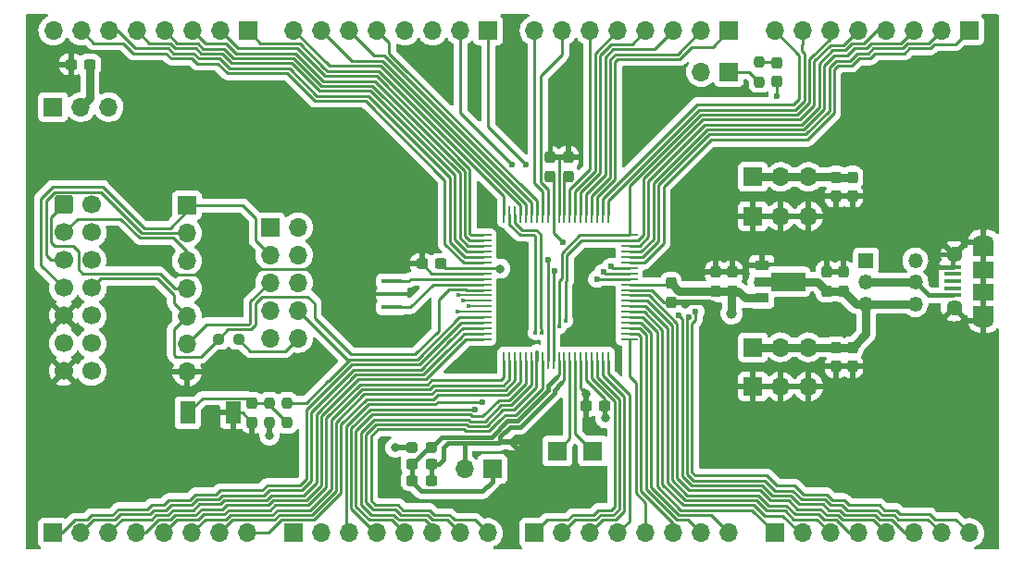
<source format=gtl>
G04 #@! TF.GenerationSoftware,KiCad,Pcbnew,(6.0.7)*
G04 #@! TF.CreationDate,2022-09-17T20:23:59+02:00*
G04 #@! TF.ProjectId,F5418,46353431-382e-46b6-9963-61645f706362,rev?*
G04 #@! TF.SameCoordinates,Original*
G04 #@! TF.FileFunction,Copper,L1,Top*
G04 #@! TF.FilePolarity,Positive*
%FSLAX46Y46*%
G04 Gerber Fmt 4.6, Leading zero omitted, Abs format (unit mm)*
G04 Created by KiCad (PCBNEW (6.0.7)) date 2022-09-17 20:23:59*
%MOMM*%
%LPD*%
G01*
G04 APERTURE LIST*
G04 Aperture macros list*
%AMRoundRect*
0 Rectangle with rounded corners*
0 $1 Rounding radius*
0 $2 $3 $4 $5 $6 $7 $8 $9 X,Y pos of 4 corners*
0 Add a 4 corners polygon primitive as box body*
4,1,4,$2,$3,$4,$5,$6,$7,$8,$9,$2,$3,0*
0 Add four circle primitives for the rounded corners*
1,1,$1+$1,$2,$3*
1,1,$1+$1,$4,$5*
1,1,$1+$1,$6,$7*
1,1,$1+$1,$8,$9*
0 Add four rect primitives between the rounded corners*
20,1,$1+$1,$2,$3,$4,$5,0*
20,1,$1+$1,$4,$5,$6,$7,0*
20,1,$1+$1,$6,$7,$8,$9,0*
20,1,$1+$1,$8,$9,$2,$3,0*%
%AMFreePoly0*
4,1,9,3.862500,-0.866500,0.737500,-0.866500,0.737500,-0.450000,-0.737500,-0.450000,-0.737500,0.450000,0.737500,0.450000,0.737500,0.866500,3.862500,0.866500,3.862500,-0.866500,3.862500,-0.866500,$1*%
G04 Aperture macros list end*
G04 #@! TA.AperFunction,SMDPad,CuDef*
%ADD10RoundRect,0.237500X0.300000X0.237500X-0.300000X0.237500X-0.300000X-0.237500X0.300000X-0.237500X0*%
G04 #@! TD*
G04 #@! TA.AperFunction,ComponentPad*
%ADD11R,1.700000X1.700000*%
G04 #@! TD*
G04 #@! TA.AperFunction,ComponentPad*
%ADD12O,1.700000X1.700000*%
G04 #@! TD*
G04 #@! TA.AperFunction,SMDPad,CuDef*
%ADD13R,1.750000X1.800000*%
G04 #@! TD*
G04 #@! TA.AperFunction,SMDPad,CuDef*
%ADD14RoundRect,0.237500X0.237500X-0.300000X0.237500X0.300000X-0.237500X0.300000X-0.237500X-0.300000X0*%
G04 #@! TD*
G04 #@! TA.AperFunction,SMDPad,CuDef*
%ADD15RoundRect,0.237500X-0.287500X-0.237500X0.287500X-0.237500X0.287500X0.237500X-0.287500X0.237500X0*%
G04 #@! TD*
G04 #@! TA.AperFunction,SMDPad,CuDef*
%ADD16R,1.300000X0.900000*%
G04 #@! TD*
G04 #@! TA.AperFunction,SMDPad,CuDef*
%ADD17FreePoly0,0.000000*%
G04 #@! TD*
G04 #@! TA.AperFunction,SMDPad,CuDef*
%ADD18RoundRect,0.237500X-0.237500X0.287500X-0.237500X-0.287500X0.237500X-0.287500X0.237500X0.287500X0*%
G04 #@! TD*
G04 #@! TA.AperFunction,SMDPad,CuDef*
%ADD19RoundRect,0.237500X-0.237500X0.250000X-0.237500X-0.250000X0.237500X-0.250000X0.237500X0.250000X0*%
G04 #@! TD*
G04 #@! TA.AperFunction,SMDPad,CuDef*
%ADD20RoundRect,0.237500X-0.237500X0.300000X-0.237500X-0.300000X0.237500X-0.300000X0.237500X0.300000X0*%
G04 #@! TD*
G04 #@! TA.AperFunction,SMDPad,CuDef*
%ADD21R,1.550000X0.400000*%
G04 #@! TD*
G04 #@! TA.AperFunction,SMDPad,CuDef*
%ADD22R,1.900000X1.200000*%
G04 #@! TD*
G04 #@! TA.AperFunction,SMDPad,CuDef*
%ADD23R,1.900000X1.500000*%
G04 #@! TD*
G04 #@! TA.AperFunction,ComponentPad*
%ADD24O,1.900000X1.200000*%
G04 #@! TD*
G04 #@! TA.AperFunction,ComponentPad*
%ADD25C,1.450000*%
G04 #@! TD*
G04 #@! TA.AperFunction,SMDPad,CuDef*
%ADD26RoundRect,0.237500X0.237500X-0.250000X0.237500X0.250000X-0.237500X0.250000X-0.237500X-0.250000X0*%
G04 #@! TD*
G04 #@! TA.AperFunction,ComponentPad*
%ADD27R,1.350000X1.350000*%
G04 #@! TD*
G04 #@! TA.AperFunction,ComponentPad*
%ADD28O,1.350000X1.350000*%
G04 #@! TD*
G04 #@! TA.AperFunction,SMDPad,CuDef*
%ADD29R,1.400000X2.000000*%
G04 #@! TD*
G04 #@! TA.AperFunction,SMDPad,CuDef*
%ADD30RoundRect,0.062500X0.062500X-0.675000X0.062500X0.675000X-0.062500X0.675000X-0.062500X-0.675000X0*%
G04 #@! TD*
G04 #@! TA.AperFunction,SMDPad,CuDef*
%ADD31RoundRect,0.062500X0.675000X-0.062500X0.675000X0.062500X-0.675000X0.062500X-0.675000X-0.062500X0*%
G04 #@! TD*
G04 #@! TA.AperFunction,SMDPad,CuDef*
%ADD32R,1.900000X0.400000*%
G04 #@! TD*
G04 #@! TA.AperFunction,ComponentPad*
%ADD33RoundRect,0.250000X-0.600000X-0.600000X0.600000X-0.600000X0.600000X0.600000X-0.600000X0.600000X0*%
G04 #@! TD*
G04 #@! TA.AperFunction,ComponentPad*
%ADD34C,1.700000*%
G04 #@! TD*
G04 #@! TA.AperFunction,SMDPad,CuDef*
%ADD35C,0.500000*%
G04 #@! TD*
G04 #@! TA.AperFunction,SMDPad,CuDef*
%ADD36RoundRect,0.237500X-0.300000X-0.237500X0.300000X-0.237500X0.300000X0.237500X-0.300000X0.237500X0*%
G04 #@! TD*
G04 #@! TA.AperFunction,SMDPad,CuDef*
%ADD37RoundRect,0.237500X-0.250000X-0.237500X0.250000X-0.237500X0.250000X0.237500X-0.250000X0.237500X0*%
G04 #@! TD*
G04 #@! TA.AperFunction,ViaPad*
%ADD38C,0.600000*%
G04 #@! TD*
G04 #@! TA.AperFunction,ViaPad*
%ADD39C,0.800000*%
G04 #@! TD*
G04 #@! TA.AperFunction,ViaPad*
%ADD40C,0.400000*%
G04 #@! TD*
G04 #@! TA.AperFunction,ViaPad*
%ADD41C,1.000000*%
G04 #@! TD*
G04 #@! TA.AperFunction,Conductor*
%ADD42C,0.254000*%
G04 #@! TD*
G04 #@! TA.AperFunction,Conductor*
%ADD43C,0.381000*%
G04 #@! TD*
G04 #@! TA.AperFunction,Conductor*
%ADD44C,0.508000*%
G04 #@! TD*
G04 #@! TA.AperFunction,Conductor*
%ADD45C,0.750000*%
G04 #@! TD*
G04 #@! TA.AperFunction,Conductor*
%ADD46C,0.200000*%
G04 #@! TD*
G04 APERTURE END LIST*
G36*
X132900000Y-117950000D02*
G01*
X131900000Y-117950000D01*
X131900000Y-117450000D01*
X132900000Y-117450000D01*
X132900000Y-117950000D01*
G37*
D10*
X126454500Y-101368000D03*
X124729500Y-101368000D03*
D11*
X135000000Y-126000000D03*
D12*
X137540000Y-126000000D03*
X140080000Y-126000000D03*
X142620000Y-126000000D03*
X145160000Y-126000000D03*
X147700000Y-126000000D03*
X150240000Y-126000000D03*
X152780000Y-126000000D03*
D11*
X174760000Y-80000000D03*
D12*
X172220000Y-80000000D03*
X169680000Y-80000000D03*
X167140000Y-80000000D03*
X164600000Y-80000000D03*
X162060000Y-80000000D03*
X159520000Y-80000000D03*
X156980000Y-80000000D03*
D11*
X152820000Y-80000000D03*
D12*
X150280000Y-80000000D03*
X147740000Y-80000000D03*
X145200000Y-80000000D03*
X142660000Y-80000000D03*
X140120000Y-80000000D03*
X137580000Y-80000000D03*
X135040000Y-80000000D03*
D11*
X130800000Y-80000000D03*
D12*
X128260000Y-80000000D03*
X125720000Y-80000000D03*
X123180000Y-80000000D03*
X120640000Y-80000000D03*
X118100000Y-80000000D03*
X115560000Y-80000000D03*
X113020000Y-80000000D03*
D13*
X137125000Y-118500000D03*
X140375000Y-118500000D03*
D14*
X163250000Y-103862500D03*
X163250000Y-102137500D03*
X151600000Y-103862500D03*
X151600000Y-102137500D03*
X153100000Y-103862500D03*
X153100000Y-102137500D03*
D15*
X123825000Y-118200000D03*
X125575000Y-118200000D03*
D16*
X155812500Y-101500000D03*
D17*
X155900000Y-103000000D03*
D16*
X155812500Y-104500000D03*
D18*
X157200000Y-82925000D03*
X157200000Y-84675000D03*
D11*
X152800000Y-83800000D03*
D12*
X150260000Y-83800000D03*
D19*
X155600000Y-82887500D03*
X155600000Y-84712500D03*
D11*
X157000000Y-126000000D03*
D12*
X159540000Y-126000000D03*
X162080000Y-126000000D03*
X164620000Y-126000000D03*
X167160000Y-126000000D03*
X169700000Y-126000000D03*
X172240000Y-126000000D03*
X174780000Y-126000000D03*
D11*
X155000000Y-93400000D03*
D12*
X157540000Y-93400000D03*
X160080000Y-93400000D03*
D11*
X155000000Y-97000000D03*
D12*
X157540000Y-97000000D03*
X160080000Y-97000000D03*
D11*
X155000000Y-112600000D03*
D12*
X157540000Y-112600000D03*
X160080000Y-112600000D03*
D20*
X164100000Y-109037500D03*
X164100000Y-110762500D03*
X164100000Y-93437500D03*
X164100000Y-95162500D03*
X162600000Y-93437500D03*
X162600000Y-95162500D03*
D11*
X155000000Y-109000000D03*
D12*
X157540000Y-109000000D03*
X160080000Y-109000000D03*
D21*
X173312500Y-104250000D03*
X173312500Y-103600000D03*
X173312500Y-102950000D03*
X173312500Y-102300000D03*
X173312500Y-101650000D03*
D22*
X176100000Y-105850000D03*
D23*
X176100000Y-103950000D03*
D24*
X176100000Y-106550000D03*
D25*
X173400000Y-100500000D03*
D23*
X176100000Y-101950000D03*
D24*
X176100000Y-99350000D03*
D22*
X176100000Y-100050000D03*
D25*
X173400000Y-105400000D03*
D11*
X91000000Y-87000000D03*
D12*
X93540000Y-87000000D03*
X96080000Y-87000000D03*
D20*
X109200000Y-114137500D03*
X109200000Y-115862500D03*
D26*
X110800000Y-115912500D03*
X110800000Y-114087500D03*
D27*
X165350000Y-101050000D03*
D28*
X165350000Y-103050000D03*
X165350000Y-105050000D03*
X169850000Y-101050000D03*
X169850000Y-103050000D03*
X169850000Y-105050000D03*
D20*
X162600000Y-109037500D03*
X162600000Y-110762500D03*
D11*
X110860000Y-98000000D03*
D12*
X113400000Y-98000000D03*
X110860000Y-100540000D03*
X113400000Y-100540000D03*
X110860000Y-103080000D03*
X113400000Y-103080000D03*
X110860000Y-105620000D03*
X113400000Y-105620000D03*
X110860000Y-108160000D03*
X113400000Y-108160000D03*
D29*
X103325000Y-115000000D03*
X107475000Y-115000000D03*
D14*
X136400000Y-93362500D03*
X136400000Y-91637500D03*
D10*
X141462500Y-114400000D03*
X139737500Y-114400000D03*
D20*
X147500000Y-103137500D03*
X147500000Y-104862500D03*
D14*
X138100000Y-93362500D03*
X138100000Y-91637500D03*
D11*
X91000000Y-126000000D03*
D12*
X93540000Y-126000000D03*
X96080000Y-126000000D03*
X98620000Y-126000000D03*
X101160000Y-126000000D03*
X103700000Y-126000000D03*
X106240000Y-126000000D03*
X108780000Y-126000000D03*
D11*
X113000000Y-126000000D03*
D12*
X115540000Y-126000000D03*
X118080000Y-126000000D03*
X120620000Y-126000000D03*
X123160000Y-126000000D03*
X125700000Y-126000000D03*
X128240000Y-126000000D03*
X130780000Y-126000000D03*
D11*
X108800000Y-80000000D03*
D12*
X106260000Y-80000000D03*
X103720000Y-80000000D03*
X101180000Y-80000000D03*
X98640000Y-80000000D03*
X96100000Y-80000000D03*
X93560000Y-80000000D03*
X91020000Y-80000000D03*
D11*
X103240000Y-96000000D03*
D12*
X103240000Y-98540000D03*
X103240000Y-101080000D03*
X103240000Y-103620000D03*
X103240000Y-106160000D03*
X103240000Y-108700000D03*
X103240000Y-111240000D03*
D30*
X132250000Y-110187500D03*
X132750000Y-110187500D03*
X133250000Y-110187500D03*
X133750000Y-110187500D03*
X134250000Y-110187500D03*
X134750000Y-110187500D03*
X135250000Y-110187500D03*
X135750000Y-110187500D03*
X136250000Y-110187500D03*
X136750000Y-110187500D03*
X137250000Y-110187500D03*
X137750000Y-110187500D03*
X138250000Y-110187500D03*
X138750000Y-110187500D03*
X139250000Y-110187500D03*
X139750000Y-110187500D03*
X140250000Y-110187500D03*
X140750000Y-110187500D03*
X141250000Y-110187500D03*
X141750000Y-110187500D03*
D31*
X143687500Y-108250000D03*
X143687500Y-107750000D03*
X143687500Y-107250000D03*
X143687500Y-106750000D03*
X143687500Y-106250000D03*
X143687500Y-105750000D03*
X143687500Y-105250000D03*
X143687500Y-104750000D03*
X143687500Y-104250000D03*
X143687500Y-103750000D03*
X143687500Y-103250000D03*
X143687500Y-102750000D03*
X143687500Y-102250000D03*
X143687500Y-101750000D03*
X143687500Y-101250000D03*
X143687500Y-100750000D03*
X143687500Y-100250000D03*
X143687500Y-99750000D03*
X143687500Y-99250000D03*
X143687500Y-98750000D03*
D30*
X141750000Y-96812500D03*
X141250000Y-96812500D03*
X140750000Y-96812500D03*
X140250000Y-96812500D03*
X139750000Y-96812500D03*
X139250000Y-96812500D03*
X138750000Y-96812500D03*
X138250000Y-96812500D03*
X137750000Y-96812500D03*
X137250000Y-96812500D03*
X136750000Y-96812500D03*
X136250000Y-96812500D03*
X135750000Y-96812500D03*
X135250000Y-96812500D03*
X134750000Y-96812500D03*
X134250000Y-96812500D03*
X133750000Y-96812500D03*
X133250000Y-96812500D03*
X132750000Y-96812500D03*
X132250000Y-96812500D03*
D31*
X130312500Y-98750000D03*
X130312500Y-99250000D03*
X130312500Y-99750000D03*
X130312500Y-100250000D03*
X130312500Y-100750000D03*
X130312500Y-101250000D03*
X130312500Y-101750000D03*
X130312500Y-102250000D03*
X130312500Y-102750000D03*
X130312500Y-103250000D03*
X130312500Y-103750000D03*
X130312500Y-104250000D03*
X130312500Y-104750000D03*
X130312500Y-105250000D03*
X130312500Y-105750000D03*
X130312500Y-106250000D03*
X130312500Y-106750000D03*
X130312500Y-107250000D03*
X130312500Y-107750000D03*
X130312500Y-108250000D03*
D32*
X121982000Y-102935000D03*
X121982000Y-104135000D03*
X121982000Y-105335000D03*
D33*
X92000000Y-95950000D03*
D34*
X94540000Y-95950000D03*
X92000000Y-98490000D03*
X94540000Y-98490000D03*
X92000000Y-101030000D03*
X94540000Y-101030000D03*
X92000000Y-103570000D03*
X94540000Y-103570000D03*
X92000000Y-106110000D03*
X94540000Y-106110000D03*
X92000000Y-108650000D03*
X94540000Y-108650000D03*
X92000000Y-111190000D03*
X94540000Y-111190000D03*
D35*
X132900000Y-117700000D03*
X131900000Y-117700000D03*
D14*
X161750000Y-103862500D03*
X161750000Y-102137500D03*
D11*
X131180000Y-120164000D03*
D12*
X128640000Y-120164000D03*
D36*
X123837500Y-119700000D03*
X125562500Y-119700000D03*
X123837500Y-121200000D03*
X125562500Y-121200000D03*
D10*
X94362500Y-83100000D03*
X92637500Y-83100000D03*
D19*
X112400000Y-114087500D03*
X112400000Y-115912500D03*
D37*
X106137500Y-108251400D03*
X107962500Y-108251400D03*
D38*
X133000000Y-85000000D03*
D39*
X151150000Y-108000000D03*
X107450000Y-117150000D03*
X91200000Y-83100000D03*
X133000000Y-104800000D03*
D38*
X145500000Y-86200000D03*
D39*
X134000000Y-117700000D03*
X98650000Y-104050000D03*
X130400000Y-110750000D03*
X109100000Y-90100000D03*
X118500000Y-103800000D03*
X91200400Y-91309600D03*
X149900000Y-97250000D03*
X151347600Y-105127200D03*
D38*
X140900000Y-106600000D03*
X106950000Y-97250000D03*
X129600000Y-83100000D03*
D39*
X97296400Y-100098000D03*
D38*
X106900000Y-101700000D03*
X125800000Y-82700000D03*
D39*
X139750000Y-113250000D03*
X137800000Y-85400000D03*
D38*
X149761392Y-105741740D03*
X142018118Y-101623000D03*
X141315687Y-102123000D03*
X149113740Y-106211368D03*
X148178517Y-106071484D03*
X140750000Y-102750000D03*
X133000000Y-92250000D03*
X136877000Y-102000000D03*
X136250000Y-101000000D03*
X134250000Y-92250000D03*
D40*
X137850000Y-106550000D03*
X137300000Y-107100000D03*
X129000000Y-105250000D03*
X128450000Y-104750000D03*
D39*
X131900000Y-101800000D03*
X141500000Y-115500000D03*
D38*
X137600000Y-99400000D03*
D39*
X122300000Y-118200000D03*
D41*
X153050000Y-105900000D03*
D38*
X157200000Y-86000000D03*
D39*
X110800000Y-117100000D03*
D38*
X129592500Y-114703000D03*
D40*
X135100000Y-107650000D03*
X135700000Y-107650000D03*
D38*
X130250000Y-114068000D03*
D40*
X127950000Y-105750000D03*
X128050000Y-104250000D03*
D42*
X118500000Y-103800000D02*
X116500000Y-101800000D01*
X108550000Y-101800000D02*
X108450000Y-101700000D01*
D43*
X139750000Y-113250000D02*
X139750000Y-114387500D01*
D42*
X139250000Y-112750000D02*
X139750000Y-113250000D01*
X137250000Y-91750000D02*
X137137500Y-91637500D01*
D44*
X91200000Y-83100000D02*
X92637500Y-83100000D01*
D42*
X125611500Y-102250000D02*
X124729500Y-101368000D01*
D43*
X173312500Y-101650000D02*
X171898800Y-101650000D01*
D44*
X151082900Y-104862500D02*
X151347600Y-105127200D01*
D42*
X101868400Y-102384000D02*
X99582400Y-100098000D01*
X130312500Y-102250000D02*
X125611500Y-102250000D01*
X145750000Y-103750000D02*
X146862500Y-104862500D01*
X146862500Y-104862500D02*
X147500000Y-104862500D01*
X116500000Y-101800000D02*
X108550000Y-101800000D01*
X136400000Y-91637500D02*
X137137500Y-91637500D01*
X137250000Y-96812500D02*
X137250000Y-91750000D01*
D43*
X132900000Y-117700000D02*
X134000000Y-117700000D01*
D42*
X99582400Y-100098000D02*
X97296400Y-100098000D01*
D43*
X139750000Y-114387500D02*
X139737500Y-114400000D01*
D42*
X104306800Y-102384000D02*
X101868400Y-102384000D01*
X143687500Y-103750000D02*
X145750000Y-103750000D01*
D43*
X171672000Y-100500000D02*
X173400000Y-100500000D01*
D42*
X108337500Y-115000000D02*
X109200000Y-115862500D01*
D43*
X171672000Y-101423200D02*
X171898800Y-101650000D01*
X171672000Y-100500000D02*
X171672000Y-101423200D01*
D42*
X106900000Y-101700000D02*
X104990800Y-101700000D01*
X108450000Y-101700000D02*
X106900000Y-101700000D01*
X139250000Y-110187500D02*
X139250000Y-112750000D01*
X104990800Y-101700000D02*
X104306800Y-102384000D01*
D44*
X147500000Y-104862500D02*
X151082900Y-104862500D01*
D42*
X137137500Y-91637500D02*
X138100000Y-91637500D01*
X107475000Y-115000000D02*
X108337500Y-115000000D01*
X116177001Y-112072999D02*
X116150000Y-112100000D01*
X124301246Y-110121490D02*
X118128510Y-110121490D01*
X118128510Y-110121490D02*
X116177001Y-112072999D01*
X117901490Y-110121490D02*
X118128510Y-110121490D01*
X128172736Y-106250000D02*
X124301246Y-110121490D01*
X113400000Y-105620000D02*
X117901490Y-110121490D01*
X114162500Y-114087500D02*
X116150000Y-112100000D01*
X112400000Y-114087500D02*
X114162500Y-114087500D01*
X130312500Y-106250000D02*
X128172736Y-106250000D01*
X135750000Y-96812500D02*
X135750000Y-94690406D01*
X135750000Y-94690406D02*
X135040000Y-93980406D01*
X135040000Y-93980406D02*
X135040000Y-80000000D01*
X137580000Y-82170000D02*
X137580000Y-80000000D01*
X135597990Y-93896330D02*
X135597990Y-84152010D01*
X135597990Y-84152010D02*
X137580000Y-82170000D01*
X136250000Y-96812500D02*
X136250000Y-94548340D01*
X136250000Y-94548340D02*
X135597990Y-93896330D01*
X140120000Y-92678340D02*
X140120000Y-80000000D01*
X138250000Y-94548340D02*
X140120000Y-92678340D01*
X138250000Y-96812500D02*
X138250000Y-94548340D01*
X140574010Y-82085990D02*
X142660000Y-80000000D01*
X138750000Y-96812500D02*
X138750000Y-94690406D01*
X140574010Y-92866397D02*
X140574010Y-82085990D01*
X138750000Y-94690406D02*
X140574010Y-92866397D01*
X139250000Y-96812500D02*
X139250000Y-94832472D01*
X139250000Y-94832472D02*
X141028020Y-93054454D01*
X141028020Y-93054454D02*
X141028020Y-82274046D01*
X142052066Y-81250000D02*
X143950000Y-81250000D01*
X143950000Y-81250000D02*
X145200000Y-80000000D01*
X141028020Y-82274046D02*
X142052066Y-81250000D01*
X141482030Y-93242511D02*
X141482030Y-82462102D01*
X139750000Y-94974538D02*
X141482030Y-93242511D01*
X141482030Y-82462102D02*
X142240122Y-81704010D01*
X142240122Y-81704010D02*
X146035990Y-81704010D01*
X146035990Y-81704010D02*
X147740000Y-80000000D01*
X139750000Y-96812500D02*
X139750000Y-94974538D01*
X141936040Y-93430568D02*
X141936040Y-82650158D01*
X142428178Y-82158020D02*
X148121980Y-82158020D01*
X140250000Y-95116604D02*
X141936040Y-93430568D01*
X140250000Y-96812500D02*
X140250000Y-95116604D01*
X141936040Y-82650158D02*
X142428178Y-82158020D01*
X148121980Y-82158020D02*
X150280000Y-80000000D01*
X142390050Y-93618625D02*
X142390050Y-82859950D01*
X140750005Y-95258670D02*
X142390050Y-93618625D01*
X142390050Y-82859950D02*
X142637970Y-82612030D01*
X149422067Y-81500000D02*
X151320000Y-81500000D01*
X142637970Y-82612030D02*
X148310037Y-82612030D01*
X151320000Y-81500000D02*
X152820000Y-80000000D01*
X148310037Y-82612030D02*
X149422067Y-81500000D01*
X140750000Y-95258670D02*
X140750005Y-95258670D01*
X140750000Y-96812500D02*
X140750000Y-95258670D01*
X141250000Y-95400741D02*
X141250000Y-96812500D01*
X149900741Y-86750000D02*
X141250000Y-95400741D01*
X158750000Y-86750000D02*
X149900741Y-86750000D01*
X159250000Y-82270000D02*
X159250000Y-86250000D01*
X156980000Y-80000000D02*
X159250000Y-82270000D01*
X159250000Y-86250000D02*
X158750000Y-86750000D01*
X159520000Y-80000000D02*
X159520000Y-81270000D01*
X159500000Y-81290000D02*
X159500000Y-81877933D01*
X159704010Y-82081943D02*
X159704010Y-86438056D01*
X159704010Y-86438056D02*
X158892066Y-87250000D01*
X159500000Y-81877933D02*
X159704010Y-82081943D01*
X150042807Y-87250000D02*
X141750000Y-95542807D01*
X159520000Y-81270000D02*
X159500000Y-81290000D01*
X141750000Y-95542807D02*
X141750000Y-96812500D01*
X158892066Y-87250000D02*
X150042807Y-87250000D01*
X165177001Y-81177001D02*
X164072999Y-81177001D01*
X159456237Y-88612030D02*
X150606975Y-88612030D01*
X145454010Y-98913909D02*
X144617918Y-99750000D01*
X161066040Y-87002227D02*
X159456237Y-88612030D01*
X166354002Y-80000000D02*
X165177001Y-81177001D01*
X162268758Y-81805043D02*
X161066040Y-83007761D01*
X164072999Y-81177001D02*
X163444957Y-81805043D01*
X161066040Y-83007761D02*
X161066040Y-87002227D01*
X150606975Y-88612030D02*
X145454010Y-93764995D01*
X144617918Y-99750000D02*
X143687500Y-99750000D01*
X163444957Y-81805043D02*
X162268758Y-81805043D01*
X167140000Y-80000000D02*
X166354002Y-80000000D01*
X145454010Y-93764995D02*
X145454010Y-98913909D01*
X168502999Y-81177001D02*
X165822999Y-81177001D01*
X162456815Y-82259053D02*
X161520050Y-83195818D01*
X165822999Y-81177001D02*
X165368989Y-81631011D01*
X169680000Y-80000000D02*
X168502999Y-81177001D01*
X159644294Y-89066040D02*
X150795031Y-89066040D01*
X144759985Y-100250000D02*
X143687500Y-100250000D01*
X161520050Y-87190284D02*
X159644294Y-89066040D01*
X145908020Y-93953051D02*
X145908020Y-99101966D01*
X165368989Y-81631011D02*
X164261056Y-81631011D01*
X145908020Y-99101966D02*
X144759985Y-100250000D01*
X161520050Y-83195818D02*
X161520050Y-87190284D01*
X164261056Y-81631011D02*
X163633014Y-82259053D01*
X150795031Y-89066040D02*
X145908020Y-93953051D01*
X163633014Y-82259053D02*
X162456815Y-82259053D01*
X163852088Y-82750000D02*
X162607934Y-82750000D01*
X164517067Y-82085021D02*
X163852088Y-82750000D01*
X144902053Y-100750000D02*
X143687500Y-100750000D01*
X169145066Y-81177001D02*
X168691056Y-81631011D01*
X146362030Y-99290023D02*
X144902053Y-100750000D01*
X150983087Y-89520050D02*
X146362030Y-94141107D01*
X166011055Y-81631011D02*
X165557046Y-82085021D01*
X165557046Y-82085021D02*
X164517067Y-82085021D01*
X146362030Y-94141107D02*
X146362030Y-99290023D01*
X171042999Y-81177001D02*
X169145066Y-81177001D01*
X172220000Y-80000000D02*
X171042999Y-81177001D01*
X168691056Y-81631011D02*
X166011055Y-81631011D01*
X162607934Y-82750000D02*
X161974060Y-83383874D01*
X161974060Y-87378341D02*
X159832351Y-89520050D01*
X161974060Y-83383874D02*
X161974060Y-87378341D01*
X159832351Y-89520050D02*
X150983087Y-89520050D01*
X174760000Y-80000000D02*
X173510000Y-81250000D01*
X171231056Y-81631011D02*
X169333122Y-81631011D01*
X171612067Y-81250000D02*
X171231056Y-81631011D01*
X168879113Y-82085021D02*
X166199112Y-82085021D01*
X166199112Y-82085021D02*
X165745103Y-82539031D01*
X162428070Y-87571930D02*
X160000000Y-90000000D01*
X164040145Y-83204009D02*
X162795991Y-83204009D01*
X145044119Y-101250000D02*
X143687500Y-101250000D01*
X151145203Y-90000000D02*
X146816040Y-94329163D01*
X160000000Y-90000000D02*
X151145203Y-90000000D01*
X164705123Y-82539031D02*
X164040145Y-83204009D01*
X173510000Y-81250000D02*
X171612067Y-81250000D01*
X146816040Y-94329163D02*
X146816040Y-99478080D01*
X162795991Y-83204009D02*
X162428070Y-83571930D01*
X146816040Y-99478080D02*
X145044119Y-101250000D01*
X169333122Y-81631011D02*
X168879113Y-82085021D01*
X165745103Y-82539031D02*
X164705123Y-82539031D01*
X162428070Y-83571930D02*
X162428070Y-87571930D01*
X143687500Y-101750000D02*
X142145118Y-101750000D01*
X157178429Y-121683960D02*
X158824963Y-121683960D01*
X158824963Y-121683960D02*
X159620953Y-122479950D01*
X166547170Y-123460969D02*
X167001180Y-123914979D01*
X173530000Y-124750000D02*
X174780000Y-126000000D01*
X168101075Y-123914979D02*
X168482086Y-124295990D01*
X149761392Y-106491678D02*
X149428070Y-106825000D01*
X149736909Y-120736909D02*
X156231378Y-120736909D01*
X149428070Y-120428070D02*
X149736909Y-120736909D01*
X168482086Y-124295990D02*
X171178057Y-124295990D01*
X171178057Y-124295990D02*
X171632067Y-124750000D01*
X171632067Y-124750000D02*
X173530000Y-124750000D01*
X163325227Y-123006959D02*
X163779237Y-123460969D01*
X161770285Y-122479950D02*
X162297294Y-123006959D01*
X149761392Y-105741740D02*
X149761392Y-106491678D01*
X142145118Y-101750000D02*
X142018118Y-101623000D01*
X163779237Y-123460969D02*
X166547170Y-123460969D01*
X159620953Y-122479950D02*
X161770285Y-122479950D01*
X167001180Y-123914979D02*
X168101075Y-123914979D01*
X162297294Y-123006959D02*
X163325227Y-123006959D01*
X149428070Y-106825000D02*
X149428070Y-120428070D01*
X156231378Y-120736909D02*
X157178429Y-121683960D01*
X170990000Y-124750000D02*
X172240000Y-126000000D01*
X166813123Y-124368989D02*
X167913018Y-124368989D01*
X162109237Y-123460969D02*
X163137170Y-123460969D01*
X156043321Y-121190919D02*
X156990372Y-122137970D01*
X149548852Y-121190919D02*
X156043321Y-121190919D01*
X163591180Y-123914979D02*
X166359113Y-123914979D01*
X148974060Y-120616127D02*
X149548852Y-121190919D01*
X149113740Y-106211368D02*
X149038632Y-106211368D01*
X159432896Y-122933960D02*
X161582228Y-122933960D01*
X158636906Y-122137970D02*
X159432896Y-122933960D01*
X168294029Y-124750000D02*
X170990000Y-124750000D01*
X141442687Y-102250000D02*
X141315687Y-102123000D01*
X149038632Y-106211368D02*
X148974060Y-106275940D01*
X163137170Y-123460969D02*
X163591180Y-123914979D01*
X167913018Y-124368989D02*
X168294029Y-124750000D01*
X156990372Y-122137970D02*
X158636906Y-122137970D01*
X166359113Y-123914979D02*
X166813123Y-124368989D01*
X161582228Y-122933960D02*
X162109237Y-123460969D01*
X143687500Y-102250000D02*
X141442687Y-102250000D01*
X148974060Y-106275940D02*
X148974060Y-120616127D01*
X158448849Y-122591980D02*
X159244839Y-123387970D01*
X168901962Y-126000000D02*
X169700000Y-126000000D01*
X156802315Y-122591980D02*
X158448849Y-122591980D01*
X148178517Y-106071484D02*
X148520050Y-106413017D01*
X148520050Y-120804184D02*
X149360795Y-121644929D01*
X167724961Y-124822999D02*
X168901962Y-126000000D01*
X159244839Y-123387970D02*
X161394171Y-123387970D01*
X161921180Y-123914979D02*
X162949113Y-123914979D01*
X143687500Y-102750000D02*
X140750000Y-102750000D01*
X155855264Y-121644929D02*
X156802315Y-122591980D01*
X149360795Y-121644929D02*
X155855264Y-121644929D01*
X163403123Y-124368989D02*
X166171056Y-124368989D01*
X166625066Y-124822999D02*
X167724961Y-124822999D01*
X166171056Y-124368989D02*
X166625066Y-124822999D01*
X161394171Y-123387970D02*
X161921180Y-123914979D01*
X148520050Y-106413017D02*
X148520050Y-120804184D01*
X162949113Y-123914979D02*
X163403123Y-124368989D01*
X161733123Y-124368989D02*
X162761056Y-124368989D01*
X162761056Y-124368989D02*
X163215066Y-124822999D01*
X155667207Y-122098939D02*
X156614257Y-123045990D01*
X156614257Y-123045990D02*
X158260792Y-123045990D01*
X149172738Y-122098939D02*
X155667207Y-122098939D01*
X148066040Y-120992241D02*
X149172738Y-122098939D01*
X145470319Y-104250000D02*
X148066040Y-106845720D01*
X158260792Y-123045990D02*
X159056782Y-123841980D01*
X148066040Y-106845720D02*
X148066040Y-120992241D01*
X161206114Y-123841980D02*
X161733123Y-124368989D01*
X163215066Y-124822999D02*
X165982999Y-124822999D01*
X165982999Y-124822999D02*
X167160000Y-126000000D01*
X143687500Y-104250000D02*
X145470319Y-104250000D01*
X159056782Y-123841980D02*
X161206114Y-123841980D01*
X147612030Y-121180298D02*
X148984681Y-122552949D01*
X155479150Y-122552949D02*
X156426200Y-123500000D01*
X161545066Y-124822999D02*
X162572999Y-124822999D01*
X156426200Y-123500000D02*
X158072735Y-123500000D01*
X158868725Y-124295990D02*
X161018057Y-124295990D01*
X158072735Y-123500000D02*
X158868725Y-124295990D01*
X147612030Y-107033777D02*
X147612030Y-121180298D01*
X162572999Y-124822999D02*
X163750000Y-126000000D01*
X163750000Y-126000000D02*
X164620000Y-126000000D01*
X143687500Y-104750000D02*
X145328252Y-104750000D01*
X145328252Y-104750000D02*
X147612030Y-107033777D01*
X161018057Y-124295990D02*
X161545066Y-124822999D01*
X148984681Y-122552949D02*
X155479150Y-122552949D01*
X143687500Y-105250000D02*
X145186185Y-105250000D01*
X147158020Y-107221834D02*
X147158020Y-121368355D01*
X155291093Y-123006959D02*
X156259091Y-123974957D01*
X148796624Y-123006959D02*
X155291093Y-123006959D01*
X157905626Y-123974957D02*
X158680669Y-124750000D01*
X145186185Y-105250000D02*
X147158020Y-107221834D01*
X160830000Y-124750000D02*
X162080000Y-126000000D01*
X158680669Y-124750000D02*
X160830000Y-124750000D01*
X156259091Y-123974957D02*
X157905626Y-123974957D01*
X147158020Y-121368355D02*
X148796624Y-123006959D01*
X148420510Y-123914979D02*
X154914979Y-123914979D01*
X144902052Y-106250000D02*
X146250000Y-107597948D01*
X146250000Y-121744469D02*
X148420510Y-123914979D01*
X154914979Y-123914979D02*
X157000000Y-126000000D01*
X146250000Y-107597948D02*
X146250000Y-121744469D01*
X143687500Y-106250000D02*
X144902052Y-106250000D01*
X145044118Y-105750000D02*
X146704010Y-107409891D01*
X146704010Y-107409891D02*
X146704010Y-121556412D01*
X155103036Y-123460969D02*
X156071033Y-124428967D01*
X157717569Y-124428967D02*
X159288602Y-126000000D01*
X159288602Y-126000000D02*
X159540000Y-126000000D01*
X143687500Y-105750000D02*
X145044118Y-105750000D01*
X148608567Y-123460969D02*
X155103036Y-123460969D01*
X146704010Y-121556412D02*
X148608567Y-123460969D01*
X156071033Y-124428967D02*
X157717569Y-124428967D01*
X148232453Y-124368989D02*
X151148989Y-124368989D01*
X145704010Y-121840546D02*
X148232453Y-124368989D01*
X151148989Y-124368989D02*
X152780000Y-126000000D01*
X144759986Y-106750000D02*
X145704010Y-107694024D01*
X145704010Y-107694024D02*
X145704010Y-121840546D01*
X143687500Y-106750000D02*
X144759986Y-106750000D01*
X145250000Y-107882081D02*
X145250000Y-122028603D01*
X148044396Y-124822999D02*
X149062999Y-124822999D01*
X144617919Y-107250000D02*
X145250000Y-107882081D01*
X145250000Y-122028603D02*
X148044396Y-124822999D01*
X149062999Y-124822999D02*
X150240000Y-126000000D01*
X143687500Y-107250000D02*
X144617919Y-107250000D01*
X144752010Y-108026158D02*
X144752010Y-109747990D01*
X147700000Y-125120669D02*
X147700000Y-126000000D01*
X144475852Y-107750000D02*
X144752010Y-108026158D01*
X144752010Y-109747990D02*
X144750000Y-109750000D01*
X143687500Y-107750000D02*
X144475852Y-107750000D01*
X144750000Y-122170669D02*
X147700000Y-125120669D01*
X144750000Y-109750000D02*
X144750000Y-122170669D01*
X144295990Y-112295990D02*
X144295990Y-122358726D01*
X143687500Y-111687500D02*
X144295990Y-112295990D01*
X143687500Y-108250000D02*
X143687500Y-111687500D01*
X144295990Y-122358726D02*
X145160000Y-123222735D01*
X145160000Y-123222735D02*
X145160000Y-126000000D01*
X143689040Y-124930960D02*
X143689040Y-113364499D01*
X141750000Y-111425459D02*
X141750000Y-110187500D01*
X142620000Y-126000000D02*
X143689040Y-124930960D01*
X143689040Y-113364499D02*
X141750000Y-111425459D01*
X141250000Y-111567527D02*
X143235030Y-113552556D01*
X141257001Y-124822999D02*
X140080000Y-126000000D01*
X142427001Y-124822999D02*
X141257001Y-124822999D01*
X143235030Y-124014970D02*
X142427001Y-124822999D01*
X143235030Y-113552556D02*
X143235030Y-124014970D01*
X141250000Y-110187500D02*
X141250000Y-111567527D01*
X140614934Y-124822999D02*
X138717001Y-124822999D01*
X142238945Y-124368989D02*
X141068944Y-124368989D01*
X142781020Y-113740613D02*
X142781020Y-123826914D01*
X140750000Y-111709594D02*
X142781020Y-113740613D01*
X141068944Y-124368989D02*
X140614934Y-124822999D01*
X142781020Y-123826914D02*
X142238945Y-124368989D01*
X138717001Y-124822999D02*
X137540000Y-126000000D01*
X140750000Y-110187500D02*
X140750000Y-111709594D01*
X140250000Y-110187500D02*
X140250000Y-111851660D01*
X142327010Y-113928670D02*
X142327010Y-123638858D01*
X142327010Y-123638858D02*
X142050889Y-123914979D01*
X140426877Y-124368989D02*
X138528944Y-124368989D01*
X138528944Y-124368989D02*
X138074935Y-124822999D01*
X138074935Y-124822999D02*
X136177001Y-124822999D01*
X140880887Y-123914979D02*
X140426877Y-124368989D01*
X140250000Y-111851660D02*
X142327010Y-113928670D01*
X136177001Y-124822999D02*
X135000000Y-126000000D01*
X142050889Y-123914979D02*
X140880887Y-123914979D01*
X116270000Y-83250000D02*
X120975852Y-83250000D01*
X113020000Y-80000000D02*
X116270000Y-83250000D01*
X120975852Y-83250000D02*
X133750000Y-96024148D01*
X133750000Y-96024148D02*
X133750000Y-96812500D01*
X134250000Y-96812500D02*
X134250000Y-95882082D01*
X134250000Y-95882082D02*
X121117918Y-82750000D01*
X121117918Y-82750000D02*
X118310000Y-82750000D01*
X118310000Y-82750000D02*
X115560000Y-80000000D01*
X134750000Y-95740016D02*
X121259984Y-82250000D01*
X120350000Y-82250000D02*
X118100000Y-80000000D01*
X121259984Y-82250000D02*
X120350000Y-82250000D01*
X134750000Y-96812500D02*
X134750000Y-95740016D01*
X121750000Y-81110000D02*
X120640000Y-80000000D01*
X135250000Y-95597950D02*
X121750000Y-82097950D01*
X121750000Y-82097950D02*
X121750000Y-81110000D01*
X135250000Y-96812500D02*
X135250000Y-95597950D01*
X123517000Y-102935000D02*
X121982000Y-102935000D01*
X130312500Y-102750000D02*
X123702000Y-102750000D01*
X123702000Y-102750000D02*
X123517000Y-102935000D01*
X130312500Y-103250000D02*
X125742000Y-103250000D01*
X123657000Y-105335000D02*
X121982000Y-105335000D01*
X125742000Y-103250000D02*
X123657000Y-105335000D01*
X133000000Y-92250000D02*
X128260000Y-87510000D01*
X136750000Y-102127000D02*
X136877000Y-102000000D01*
X128260000Y-87510000D02*
X128260000Y-80000000D01*
X136750000Y-110187500D02*
X136750000Y-102127000D01*
X130800000Y-88800000D02*
X130800000Y-80000000D01*
X136250000Y-110187500D02*
X136250000Y-101000000D01*
X134250000Y-92250000D02*
X130800000Y-88800000D01*
X126861932Y-109496000D02*
X126852935Y-109496000D01*
X103858821Y-123914979D02*
X101960887Y-123914979D01*
X128290716Y-108067216D02*
X126861932Y-109496000D01*
X106664773Y-123006959D02*
X106283763Y-123387970D01*
X118700744Y-111483520D02*
X115070020Y-115114244D01*
X124865416Y-111483520D02*
X118700744Y-111483520D01*
X106283763Y-123387970D02*
X104385829Y-123387970D01*
X126852935Y-109496000D02*
X124865416Y-111483520D01*
X115070020Y-121429114D02*
X113953144Y-122545990D01*
X100025972Y-124750000D02*
X97330000Y-124750000D01*
X97330000Y-124750000D02*
X96080000Y-126000000D01*
X128607933Y-107750000D02*
X128290716Y-108067216D01*
X104385829Y-123387970D02*
X103858821Y-123914979D01*
X130312500Y-107750000D02*
X128607933Y-107750000D01*
X115070020Y-115114244D02*
X115070020Y-121429114D01*
X113953144Y-122545990D02*
X110955074Y-122545990D01*
X101506878Y-124368989D02*
X100406982Y-124368989D01*
X100406982Y-124368989D02*
X100025972Y-124750000D01*
X110494106Y-123006959D02*
X106664773Y-123006959D01*
X110955074Y-122545990D02*
X110494106Y-123006959D01*
X101960887Y-123914979D02*
X101506878Y-124368989D01*
X104197772Y-122933960D02*
X103670764Y-123460969D01*
X130312500Y-107250000D02*
X128465866Y-107250000D01*
X127317029Y-108389839D02*
X124677359Y-111029510D01*
X103670764Y-123460969D02*
X101772830Y-123460969D01*
X127326027Y-108389839D02*
X127317029Y-108389839D01*
X114616010Y-114926187D02*
X114616010Y-121241057D01*
X114616010Y-121241057D02*
X113765087Y-122091980D01*
X94717001Y-124822999D02*
X93540000Y-126000000D01*
X110306049Y-122552949D02*
X106476716Y-122552949D01*
X124677359Y-111029510D02*
X118512687Y-111029510D01*
X97141943Y-124295990D02*
X96614935Y-124822999D01*
X100218925Y-123914979D02*
X99837915Y-124295990D01*
X113765087Y-122091980D02*
X110767017Y-122091980D01*
X101318821Y-123914979D02*
X100218925Y-123914979D01*
X101772830Y-123460969D02*
X101318821Y-123914979D01*
X110767017Y-122091980D02*
X110306049Y-122552949D01*
X106095706Y-122933960D02*
X104197772Y-122933960D01*
X118512687Y-111029510D02*
X114616010Y-114926187D01*
X128465866Y-107250000D02*
X127326027Y-108389839D01*
X106476716Y-122552949D02*
X106095706Y-122933960D01*
X99837915Y-124295990D02*
X97141943Y-124295990D01*
X96614935Y-124822999D02*
X94717001Y-124822999D01*
X127128973Y-107935829D02*
X124489302Y-110575500D01*
X101130764Y-123460969D02*
X100030868Y-123460969D01*
X110578960Y-121637970D02*
X110117992Y-122098939D01*
X100030868Y-123460969D02*
X99649858Y-123841980D01*
X96953886Y-123841980D02*
X96426878Y-124368989D01*
X105907649Y-122479950D02*
X104009715Y-122479950D01*
X104009715Y-122479950D02*
X103489666Y-123000000D01*
X114162000Y-121053000D02*
X113577030Y-121637970D01*
X130312500Y-106750000D02*
X128323799Y-106750000D01*
X103489666Y-123000000D02*
X101591733Y-123000000D01*
X92975039Y-124822999D02*
X91798038Y-126000000D01*
X106288659Y-122098939D02*
X105907649Y-122479950D01*
X127137970Y-107935829D02*
X127128973Y-107935829D01*
X128323799Y-106750000D02*
X127137970Y-107935829D01*
X91798038Y-126000000D02*
X91000000Y-126000000D01*
X101591733Y-123000000D02*
X101130764Y-123460969D01*
X113577030Y-121637970D02*
X110578960Y-121637970D01*
X96426878Y-124368989D02*
X94528944Y-124368989D01*
X99649858Y-123841980D02*
X96953886Y-123841980D01*
X118324630Y-110575500D02*
X114162000Y-114738130D01*
X110117992Y-122098939D02*
X106288659Y-122098939D01*
X114162000Y-114738130D02*
X114162000Y-121053000D01*
X94074935Y-124822999D02*
X92975039Y-124822999D01*
X94528944Y-124368989D02*
X94074935Y-124822999D01*
X124489302Y-110575500D02*
X118324630Y-110575500D01*
D45*
X165350000Y-105050000D02*
X165350000Y-107787500D01*
X160080000Y-109000000D02*
X162562500Y-109000000D01*
X165350000Y-105050000D02*
X164437500Y-105050000D01*
X164437500Y-105050000D02*
X163250000Y-103862500D01*
X161750000Y-103862500D02*
X163250000Y-103862500D01*
X160887500Y-103000000D02*
X155400000Y-103000000D01*
X157540000Y-109000000D02*
X160080000Y-109000000D01*
X162562500Y-109000000D02*
X162600000Y-109037500D01*
X169850000Y-105050000D02*
X165350000Y-105050000D01*
X155000000Y-109000000D02*
X157540000Y-109000000D01*
X161750000Y-103862500D02*
X160887500Y-103000000D01*
X165350000Y-107787500D02*
X164100000Y-109037500D01*
X162600000Y-109037500D02*
X164100000Y-109037500D01*
D42*
X155600000Y-82887500D02*
X157162500Y-82887500D01*
X157162500Y-82887500D02*
X157200000Y-82925000D01*
X159268180Y-88158020D02*
X150418919Y-88158020D01*
X160612030Y-86814170D02*
X159268180Y-88158020D01*
X164600000Y-80000000D02*
X163248967Y-81351033D01*
X145000000Y-93576939D02*
X145000000Y-98725852D01*
X145000000Y-98725852D02*
X144475852Y-99250000D01*
X137850000Y-103042067D02*
X138004010Y-102888057D01*
X144475852Y-99250000D02*
X143687500Y-99250000D01*
X162080701Y-81351033D02*
X160612030Y-82819704D01*
X138004010Y-102888057D02*
X138004010Y-100566018D01*
X150418919Y-88158020D02*
X145000000Y-93576939D01*
X139320028Y-99250000D02*
X143687500Y-99250000D01*
X163248967Y-81351033D02*
X162080701Y-81351033D01*
X138004010Y-100566018D02*
X139320028Y-99250000D01*
X137850000Y-106550000D02*
X137850000Y-103042067D01*
X160612030Y-82819704D02*
X160612030Y-86814170D01*
X143687500Y-98750000D02*
X139177962Y-98750000D01*
X139177962Y-98750000D02*
X137550000Y-100377962D01*
X143687500Y-98750000D02*
X143687500Y-94247373D01*
X160158020Y-86626113D02*
X160158020Y-82631647D01*
X160158020Y-82631647D02*
X160423974Y-82365694D01*
X137550000Y-102700000D02*
X137300000Y-102950000D01*
X143687500Y-94247373D02*
X150230863Y-87704010D01*
X137550000Y-100377962D02*
X137550000Y-102700000D01*
X160423974Y-82365694D02*
X162060000Y-80729668D01*
X162060000Y-80729668D02*
X162060000Y-80000000D01*
X137300000Y-102950000D02*
X137300000Y-107100000D01*
X150230863Y-87704010D02*
X159080123Y-87704010D01*
X159080123Y-87704010D02*
X160158020Y-86626113D01*
X109500000Y-105000000D02*
X109500000Y-106950000D01*
X127219066Y-103723000D02*
X126281011Y-104661055D01*
X94540000Y-103570000D02*
X95399000Y-102711000D01*
X109080550Y-107369450D02*
X107019450Y-107369450D01*
X102224000Y-109877000D02*
X104511900Y-109877000D01*
X114300000Y-104350000D02*
X110150000Y-104350000D01*
X118267480Y-109667480D02*
X114900000Y-106300000D01*
X128800000Y-103750000D02*
X128773000Y-103723000D01*
X109500000Y-106950000D02*
X109080550Y-107369450D01*
X107019450Y-107369450D02*
X106137500Y-108251400D01*
X102063000Y-104983000D02*
X103240000Y-106160000D01*
X95399000Y-102711000D02*
X100544400Y-102711000D01*
X114900000Y-104950000D02*
X114300000Y-104350000D01*
X103240000Y-106160000D02*
X102063000Y-107337000D01*
X110150000Y-104350000D02*
X109500000Y-105000000D01*
X102063000Y-104229600D02*
X102063000Y-104983000D01*
X104511900Y-109877000D02*
X106137500Y-108251400D01*
X126281010Y-107499658D02*
X124113188Y-109667480D01*
X102063000Y-109716000D02*
X102224000Y-109877000D01*
X100544400Y-102711000D02*
X102063000Y-104229600D01*
X102063000Y-107337000D02*
X102063000Y-109716000D01*
X126281011Y-104661055D02*
X126281010Y-107499658D01*
X124113188Y-109667480D02*
X118267480Y-109667480D01*
X128773000Y-103723000D02*
X127219066Y-103723000D01*
X114900000Y-106300000D02*
X114900000Y-104950000D01*
X130312500Y-103750000D02*
X128800000Y-103750000D01*
X110777947Y-103080000D02*
X110860000Y-103080000D01*
X108900000Y-106900000D02*
X109046000Y-106754000D01*
X105040000Y-106900000D02*
X108900000Y-106900000D01*
X109046000Y-106754000D02*
X109046000Y-104811947D01*
X109046000Y-104811947D02*
X110777947Y-103080000D01*
X103240000Y-108700000D02*
X105040000Y-106900000D01*
X103240000Y-96000000D02*
X108350000Y-96000000D01*
X109529000Y-97179000D02*
X109529000Y-99209000D01*
X103240000Y-96542000D02*
X103240000Y-96000000D01*
X89915000Y-101485000D02*
X89915000Y-95376947D01*
X101696000Y-98086000D02*
X103240000Y-96542000D01*
X90972947Y-94319000D02*
X95563052Y-94319000D01*
X92000000Y-103570000D02*
X89915000Y-101485000D01*
X109529000Y-99209000D02*
X110860000Y-100540000D01*
X99330052Y-98086000D02*
X101696000Y-98086000D01*
X108350000Y-96000000D02*
X109529000Y-97179000D01*
X95563052Y-94319000D02*
X99330052Y-98086000D01*
X89915000Y-95376947D02*
X90972947Y-94319000D01*
X91160999Y-94773000D02*
X95375000Y-94773000D01*
X92000000Y-101030000D02*
X90797919Y-101030000D01*
X90797919Y-101030000D02*
X90369000Y-100601081D01*
X90369000Y-100601081D02*
X90369000Y-95564999D01*
X99142000Y-98540000D02*
X103240000Y-98540000D01*
X90369000Y-95564999D02*
X91160999Y-94773000D01*
X95375000Y-94773000D02*
X99142000Y-98540000D01*
D46*
X130312500Y-105250000D02*
X129000000Y-105250000D01*
D42*
X98953948Y-98994000D02*
X102009000Y-98994000D01*
X93262200Y-97227800D02*
X97187748Y-97227800D01*
X103240000Y-100225000D02*
X103240000Y-101080000D01*
X102009000Y-98994000D02*
X103240000Y-100225000D01*
X92000000Y-98490000D02*
X93262200Y-97227800D01*
D46*
X130312500Y-104750000D02*
X128450000Y-104750000D01*
D42*
X97187748Y-97227800D02*
X98953948Y-98994000D01*
X93715000Y-102257000D02*
X100801600Y-102257000D01*
X90823000Y-97127000D02*
X90823000Y-99365000D01*
X90823000Y-99365000D02*
X91175000Y-99717000D01*
X102164600Y-103620000D02*
X103240000Y-103620000D01*
X93334000Y-100225000D02*
X93334000Y-101876000D01*
X100801600Y-102257000D02*
X102164600Y-103620000D01*
X92826000Y-99717000D02*
X93334000Y-100225000D01*
X92000000Y-95950000D02*
X90823000Y-97127000D01*
X93334000Y-101876000D02*
X93715000Y-102257000D01*
X91175000Y-99717000D02*
X92826000Y-99717000D01*
X152800000Y-83800000D02*
X154687500Y-83800000D01*
X154687500Y-83800000D02*
X155600000Y-84712500D01*
X138750000Y-116875000D02*
X140375000Y-118500000D01*
X138750000Y-110187500D02*
X138750000Y-116875000D01*
X138250000Y-110187500D02*
X138250000Y-117375000D01*
X138250000Y-117375000D02*
X137125000Y-118500000D01*
D43*
X131809459Y-117790541D02*
X130709459Y-117790541D01*
X126300000Y-119700000D02*
X125562500Y-119700000D01*
X137500000Y-112250000D02*
X136848520Y-112901480D01*
X131900000Y-117700000D02*
X131809459Y-117790541D01*
X126700000Y-119300000D02*
X126300000Y-119700000D01*
X128640000Y-120164000D02*
X128640000Y-117878000D01*
X136848520Y-112901480D02*
X136848519Y-113199488D01*
X127109459Y-117790541D02*
X126700000Y-118200000D01*
X131900000Y-117700000D02*
X131900000Y-117205186D01*
D42*
X137750000Y-110187500D02*
X137750000Y-112000000D01*
X137750000Y-112000000D02*
X137500000Y-112250000D01*
D43*
X128727459Y-117790541D02*
X127109459Y-117790541D01*
X131900000Y-117205186D02*
X132808676Y-116296510D01*
X125562500Y-119700000D02*
X125562500Y-121200000D01*
X133751497Y-116296510D02*
X132808676Y-116296510D01*
X126700000Y-118200000D02*
X126700000Y-119300000D01*
X128640000Y-117878000D02*
X128727459Y-117790541D01*
X136848519Y-113199488D02*
X133751497Y-116296510D01*
X130709459Y-117790541D02*
X128727459Y-117790541D01*
X125337500Y-118200000D02*
X123837500Y-119700000D01*
X126565459Y-117209541D02*
X125575000Y-118200000D01*
X125575000Y-118200000D02*
X125337500Y-118200000D01*
X123837500Y-121200000D02*
X123837500Y-119700000D01*
X137000000Y-111750000D02*
X136267510Y-112482490D01*
X132568028Y-115715500D02*
X131073989Y-117209541D01*
X136267510Y-112482490D02*
X136267510Y-112958825D01*
D42*
X137250000Y-111500000D02*
X137000000Y-111750000D01*
D43*
X123837500Y-121355900D02*
X124677600Y-122196000D01*
X131180000Y-121281600D02*
X131180000Y-120164000D01*
X124677600Y-122196000D02*
X130265600Y-122196000D01*
D42*
X137250000Y-110187500D02*
X137250000Y-111500000D01*
D43*
X131073989Y-117209541D02*
X126565459Y-117209541D01*
X130265600Y-122196000D02*
X131180000Y-121281600D01*
X136267510Y-112958825D02*
X133510835Y-115715500D01*
X123837500Y-121200000D02*
X123837500Y-121355900D01*
X133510835Y-115715500D02*
X132568028Y-115715500D01*
D42*
X109200000Y-114137500D02*
X108735499Y-113672999D01*
X110800000Y-114312500D02*
X112400000Y-115912500D01*
X109250000Y-114087500D02*
X109200000Y-114137500D01*
X104652001Y-113672999D02*
X103325000Y-115000000D01*
X110800000Y-114087500D02*
X109250000Y-114087500D01*
X108735499Y-113672999D02*
X104652001Y-113672999D01*
X110800000Y-114087500D02*
X110800000Y-114312500D01*
D45*
X94362500Y-86177500D02*
X93540000Y-87000000D01*
D42*
X139750000Y-112000000D02*
X141462500Y-113712500D01*
X157200000Y-84675000D02*
X157200000Y-86000000D01*
X141462500Y-113712500D02*
X141462500Y-114400000D01*
D43*
X141462500Y-114400000D02*
X141462500Y-115462500D01*
D42*
X136750000Y-93712500D02*
X136400000Y-93362500D01*
D45*
X94362500Y-83100000D02*
X94362500Y-86177500D01*
X153100000Y-103862500D02*
X153637500Y-103862500D01*
X154275000Y-104500000D02*
X155312500Y-104500000D01*
X148225000Y-103862500D02*
X147500000Y-103137500D01*
X162600000Y-93437500D02*
X164100000Y-93437500D01*
X153050000Y-103912500D02*
X153100000Y-103862500D01*
D42*
X139750000Y-110187500D02*
X139750000Y-112000000D01*
D43*
X141462500Y-115462500D02*
X141500000Y-115500000D01*
D42*
X131850000Y-101750000D02*
X130312500Y-101750000D01*
D45*
X157540000Y-93400000D02*
X160080000Y-93400000D01*
D42*
X147387500Y-103250000D02*
X147500000Y-103137500D01*
D45*
X155000000Y-93400000D02*
X157540000Y-93400000D01*
D44*
X122300000Y-118200000D02*
X123825000Y-118200000D01*
D42*
X136750000Y-98550000D02*
X136750000Y-96812500D01*
D45*
X160080000Y-93400000D02*
X162562500Y-93400000D01*
X153050000Y-105900000D02*
X153050000Y-103912500D01*
D42*
X137600000Y-99400000D02*
X136750000Y-98550000D01*
X126836500Y-101750000D02*
X126454500Y-101368000D01*
D45*
X162562500Y-93400000D02*
X162600000Y-93437500D01*
D44*
X110800000Y-115912500D02*
X110800000Y-117100000D01*
D42*
X131900000Y-101800000D02*
X131850000Y-101750000D01*
D45*
X153637500Y-103862500D02*
X154275000Y-104500000D01*
X151600000Y-103862500D02*
X148225000Y-103862500D01*
X153100000Y-103862500D02*
X151600000Y-103862500D01*
D42*
X130312500Y-101750000D02*
X126836500Y-101750000D01*
X136750000Y-96812500D02*
X136750000Y-93712500D01*
X143687500Y-103250000D02*
X147387500Y-103250000D01*
X117340070Y-122369395D02*
X114886466Y-124822999D01*
X110711398Y-126000000D02*
X108780000Y-126000000D01*
X125814698Y-113753570D02*
X119641029Y-113753570D01*
X119641029Y-113753570D02*
X117340070Y-116054529D01*
X132544250Y-113381950D02*
X126186317Y-113381950D01*
X117340070Y-116054529D02*
X117340070Y-122369395D01*
X114886466Y-124822999D02*
X111888399Y-124822999D01*
X126186317Y-113381950D02*
X125814698Y-113753570D01*
X133750000Y-110187500D02*
X133750000Y-112176200D01*
X111888399Y-124822999D02*
X110711398Y-126000000D01*
X133750000Y-112176200D02*
X132544250Y-113381950D01*
X116886060Y-122181340D02*
X116620106Y-122447293D01*
X125626641Y-113299560D02*
X119452972Y-113299560D01*
X111700342Y-124368989D02*
X111246332Y-124822999D01*
X132356193Y-112927940D02*
X125998260Y-112927940D01*
X111246332Y-124822999D02*
X107417001Y-124822999D01*
X133250000Y-110187500D02*
X133250000Y-112034133D01*
X119452972Y-113299560D02*
X116886060Y-115866472D01*
X116886060Y-115866472D02*
X116886060Y-122181340D01*
X133250000Y-112034133D02*
X132356193Y-112927940D01*
X114698410Y-124368989D02*
X111700342Y-124368989D01*
X107417001Y-124822999D02*
X106240000Y-126000000D01*
X125998260Y-112927940D02*
X125626641Y-113299560D01*
X116620106Y-122447293D02*
X114698410Y-124368989D01*
X132750000Y-111892067D02*
X132168137Y-112473930D01*
X107228944Y-124368989D02*
X106847933Y-124750000D01*
X132168137Y-112473930D02*
X125810203Y-112473930D01*
X114510354Y-123914979D02*
X111512285Y-123914979D01*
X106847933Y-124750000D02*
X104950000Y-124750000D01*
X111512285Y-123914979D02*
X111058275Y-124368989D01*
X125438584Y-112845550D02*
X119264915Y-112845550D01*
X116432050Y-121993283D02*
X114510354Y-123914979D01*
X111058275Y-124368989D02*
X107228944Y-124368989D01*
X132750000Y-110187500D02*
X132750000Y-111892067D01*
X125810203Y-112473930D02*
X125438584Y-112845550D01*
X116432050Y-115678415D02*
X116432050Y-121993283D01*
X104950000Y-124750000D02*
X103700000Y-126000000D01*
X119264915Y-112845550D02*
X116432050Y-115678415D01*
X125622146Y-112019920D02*
X125250527Y-112391540D01*
X125250527Y-112391540D02*
X119076858Y-112391540D01*
X114322298Y-123460969D02*
X111324228Y-123460969D01*
X119076858Y-112391540D02*
X115978040Y-115490358D01*
X102337001Y-124822999D02*
X101160000Y-126000000D01*
X132250000Y-111750000D02*
X131980080Y-112019920D01*
X104761943Y-124295990D02*
X104234934Y-124822999D01*
X115712086Y-122071181D02*
X114322298Y-123460969D01*
X104234934Y-124822999D02*
X102337001Y-124822999D01*
X106659876Y-124295990D02*
X104761943Y-124295990D01*
X115978040Y-121805228D02*
X115712086Y-122071181D01*
X132250000Y-110187500D02*
X132250000Y-111750000D01*
X107040887Y-123914979D02*
X106659876Y-124295990D01*
X131980080Y-112019920D02*
X125622146Y-112019920D01*
X110870218Y-123914979D02*
X107040887Y-123914979D01*
X115978040Y-115490358D02*
X115978040Y-121805228D01*
X111324228Y-123460969D02*
X110870218Y-123914979D01*
X100595039Y-124822999D02*
X99418038Y-126000000D01*
X115524030Y-115302301D02*
X115524030Y-121617171D01*
X110682162Y-123460969D02*
X106852830Y-123460969D01*
X106471820Y-123841980D02*
X104573886Y-123841980D01*
X104046878Y-124368989D02*
X102148944Y-124368989D01*
X125062470Y-111937530D02*
X118888801Y-111937530D01*
X101694935Y-124822999D02*
X100595039Y-124822999D01*
X106852830Y-123460969D02*
X106471820Y-123841980D01*
X104573886Y-123841980D02*
X104046878Y-124368989D01*
X111143131Y-123000000D02*
X110682162Y-123460969D01*
X102148944Y-124368989D02*
X101694935Y-124822999D01*
X128750000Y-108250000D02*
X125062470Y-111937530D01*
X115524030Y-121617171D02*
X114141201Y-123000000D01*
X118888801Y-111937530D02*
X115524030Y-115302301D01*
X130312500Y-108250000D02*
X128750000Y-108250000D01*
X114141201Y-123000000D02*
X111143131Y-123000000D01*
X99418038Y-126000000D02*
X98620000Y-126000000D01*
D45*
X169850000Y-103050000D02*
X165350000Y-103050000D01*
D43*
X169850000Y-103050000D02*
X171050000Y-104250000D01*
X171050000Y-104250000D02*
X173312500Y-104250000D01*
D42*
X120727960Y-116519040D02*
X120064130Y-117182870D01*
X135750000Y-112744466D02*
X133296476Y-115197990D01*
X132353670Y-115197990D02*
X131887330Y-115664330D01*
X133296476Y-115197990D02*
X132353670Y-115197990D01*
X125420113Y-123914979D02*
X125874122Y-124368989D01*
X127522942Y-124634942D02*
X127710999Y-124822999D01*
X128593339Y-116519040D02*
X120981960Y-116519040D01*
X120064130Y-123024570D02*
X120477030Y-123437470D01*
X131887330Y-115664330D02*
X130859630Y-116692031D01*
X135750000Y-110187500D02*
X135750000Y-112744466D01*
X120064130Y-117182870D02*
X120064130Y-123024570D01*
X122529604Y-123437470D02*
X123007113Y-123914979D01*
X127710999Y-124822999D02*
X129602999Y-124822999D01*
X127517009Y-124634942D02*
X127522942Y-124634942D01*
X129602999Y-124822999D02*
X130780000Y-126000000D01*
X128766330Y-116692031D02*
X128593339Y-116519040D01*
X120981960Y-116519040D02*
X120727960Y-116519040D01*
X127251056Y-124368989D02*
X127517009Y-124634942D01*
X125874122Y-124368989D02*
X127251056Y-124368989D01*
X120477030Y-123437470D02*
X122529604Y-123437470D01*
X123007113Y-123914979D02*
X125420113Y-123914979D01*
X130859630Y-116692031D02*
X128766330Y-116692031D01*
X119610120Y-123212627D02*
X120288973Y-123891480D01*
X133108419Y-114743980D02*
X132165613Y-114743980D01*
X120539903Y-116065030D02*
X119610120Y-116994813D01*
X120288973Y-123891480D02*
X122335614Y-123891480D01*
X122601567Y-124157433D02*
X122607500Y-124157433D01*
X135250000Y-109399148D02*
X135204010Y-109353158D01*
X119610120Y-116994813D02*
X119610120Y-123212627D01*
X127062999Y-124822999D02*
X128240000Y-126000000D01*
X132165613Y-114743980D02*
X130671573Y-116238021D01*
X122819056Y-124368989D02*
X125232056Y-124368989D01*
X135250000Y-110187500D02*
X135250000Y-109399148D01*
X128954387Y-116238021D02*
X128781396Y-116065030D01*
X130671573Y-116238021D02*
X128954387Y-116238021D01*
X125232056Y-124368989D02*
X125686066Y-124822999D01*
X128781396Y-116065030D02*
X120539903Y-116065030D01*
X135204010Y-109353158D02*
X135204010Y-112648389D01*
X122607500Y-124157433D02*
X122819056Y-124368989D01*
X125686066Y-124822999D02*
X127062999Y-124822999D01*
X122335614Y-123891480D02*
X122601567Y-124157433D01*
X135204010Y-112648389D02*
X133108419Y-114743980D01*
X120351846Y-115611020D02*
X119156110Y-116806756D01*
X134750000Y-110187500D02*
X134750000Y-112460332D01*
X119156110Y-116806756D02*
X119156110Y-123400684D01*
X130483516Y-115784011D02*
X129142444Y-115784011D01*
X122413510Y-124611443D02*
X122419443Y-124611443D01*
X122630999Y-124822999D02*
X125043999Y-124822999D01*
X129142444Y-115784011D02*
X128969453Y-115611020D01*
X122419443Y-124611443D02*
X122630999Y-124822999D01*
X132920362Y-114289970D02*
X131977556Y-114289970D01*
X128969453Y-115611020D02*
X120351846Y-115611020D01*
X119156110Y-123400684D02*
X120100916Y-124345490D01*
X122147557Y-124345490D02*
X122413510Y-124611443D01*
X120100916Y-124345490D02*
X122147557Y-124345490D01*
X131977556Y-114289970D02*
X130483516Y-115784011D01*
X125700000Y-125479000D02*
X125700000Y-126000000D01*
X125043999Y-124822999D02*
X125700000Y-125479000D01*
X134750000Y-112460332D02*
X132920362Y-114289970D01*
X121959500Y-124799500D02*
X123160000Y-126000000D01*
X129157510Y-115157010D02*
X120163789Y-115157010D01*
X119912859Y-124799500D02*
X121959500Y-124799500D01*
X120163789Y-115157010D02*
X118702100Y-116618699D01*
X118702100Y-116618699D02*
X118702100Y-123588741D01*
X131789499Y-113835960D02*
X130295459Y-115330001D01*
X134250000Y-112318266D02*
X132732306Y-113835960D01*
X118702100Y-123588741D02*
X119912859Y-124799500D01*
X130295459Y-115330001D02*
X129330501Y-115330001D01*
X132732306Y-113835960D02*
X131789499Y-113835960D01*
X129330501Y-115330001D02*
X129157510Y-115157010D01*
X134250000Y-110187500D02*
X134250000Y-112318266D01*
X118248090Y-116430642D02*
X118248090Y-123776798D01*
X133711091Y-98704010D02*
X132750000Y-97742919D01*
X118248090Y-123776798D02*
X120471292Y-126000000D01*
X119975732Y-114703000D02*
X118248090Y-116430642D01*
X129592500Y-114703000D02*
X119975732Y-114703000D01*
X135100000Y-98842066D02*
X134961944Y-98704010D01*
X135100000Y-107650000D02*
X135100000Y-98842066D01*
X120471292Y-126000000D02*
X120620000Y-126000000D01*
X132750000Y-97742919D02*
X132750000Y-96812500D01*
X134961944Y-98704010D02*
X133711091Y-98704010D01*
X135150001Y-98250000D02*
X135554010Y-98654009D01*
X135554010Y-98654009D02*
X135554010Y-107221168D01*
X135554010Y-107221168D02*
X135700000Y-107367158D01*
X117794080Y-125714080D02*
X118080000Y-126000000D01*
X126142335Y-114068000D02*
X126002755Y-114207580D01*
X133250000Y-97600852D02*
X133899148Y-98250000D01*
X130250000Y-114068000D02*
X126142335Y-114068000D01*
X135700000Y-107367158D02*
X135700000Y-107650000D01*
X133899148Y-98250000D02*
X135150001Y-98250000D01*
X117794080Y-116242586D02*
X117794080Y-125714080D01*
X133250000Y-96812500D02*
X133250000Y-97600852D01*
X119829086Y-114207580D02*
X117794080Y-116242586D01*
X126002755Y-114207580D02*
X119829086Y-114207580D01*
X109048100Y-109337000D02*
X112223000Y-109337000D01*
X112223000Y-109337000D02*
X113400000Y-108160000D01*
X107962500Y-108251400D02*
X109048100Y-109337000D01*
X98340992Y-82085020D02*
X101338821Y-82085021D01*
X101338821Y-82085021D02*
X101792830Y-82539031D01*
X106065706Y-83016040D02*
X106950726Y-83901061D01*
X112426598Y-83901061D02*
X114953607Y-86428070D01*
X119586004Y-86428070D02*
X126829950Y-93672016D01*
X126829950Y-99540285D02*
X128539666Y-101250000D01*
X101792830Y-82539031D02*
X103690763Y-82539031D01*
X114953607Y-86428070D02*
X119586004Y-86428070D01*
X97432973Y-81177001D02*
X98340992Y-82085020D01*
X104167772Y-83016040D02*
X106065706Y-83016040D01*
X106950726Y-83901061D02*
X112426598Y-83901061D01*
X93560000Y-80000000D02*
X94737001Y-81177001D01*
X128539666Y-101250000D02*
X130312500Y-101250000D01*
X94737001Y-81177001D02*
X97432973Y-81177001D01*
X103690763Y-82539031D02*
X104167772Y-83016040D01*
X126829950Y-93672016D02*
X126829950Y-99540285D01*
X120100000Y-86300000D02*
X127283960Y-93483960D01*
X96100000Y-80000000D02*
X96898038Y-80000000D01*
X127283960Y-93483960D02*
X127283960Y-99352228D01*
X128681732Y-100750000D02*
X130312500Y-100750000D01*
X98529049Y-81631011D02*
X101526877Y-81631011D01*
X120100000Y-86226544D02*
X120100000Y-86300000D01*
X96898038Y-80000000D02*
X98529049Y-81631011D01*
X112614654Y-83447051D02*
X115141662Y-85974060D01*
X101980887Y-82085021D02*
X103878820Y-82085021D01*
X106253763Y-82562030D02*
X107138783Y-83447051D01*
X101526877Y-81631011D02*
X101980887Y-82085021D01*
X107138783Y-83447051D02*
X112614654Y-83447051D01*
X119847516Y-85974060D02*
X120100000Y-86226544D01*
X104355829Y-82562030D02*
X106253763Y-82562030D01*
X103878820Y-82085021D02*
X104355829Y-82562030D01*
X127283960Y-99352228D02*
X128681732Y-100750000D01*
X115141662Y-85974060D02*
X119847516Y-85974060D01*
X127737970Y-93222448D02*
X120035572Y-85520050D01*
X115329719Y-85520050D02*
X112802710Y-82993041D01*
X104543886Y-82108020D02*
X104066877Y-81631011D01*
X128823799Y-100250000D02*
X127737970Y-99164171D01*
X101714934Y-81177001D02*
X99817001Y-81177001D01*
X99817001Y-81177001D02*
X98640000Y-80000000D01*
X106441820Y-82108020D02*
X104543886Y-82108020D01*
X107326840Y-82993041D02*
X106441820Y-82108020D01*
X112802710Y-82993041D02*
X107326840Y-82993041D01*
X127737970Y-99164171D02*
X127737970Y-93222448D01*
X130312500Y-100250000D02*
X128823799Y-100250000D01*
X102168944Y-81631011D02*
X101714934Y-81177001D01*
X104066877Y-81631011D02*
X102168944Y-81631011D01*
X120035572Y-85520050D02*
X115329719Y-85520050D01*
X112990766Y-82539031D02*
X107514897Y-82539031D01*
X102357001Y-81177001D02*
X101180000Y-80000000D01*
X104254934Y-81177001D02*
X102357001Y-81177001D01*
X130304010Y-99704010D02*
X128919876Y-99704010D01*
X130312500Y-99750000D02*
X130312500Y-99712500D01*
X106629876Y-81654010D02*
X104731943Y-81654010D01*
X128919876Y-99704010D02*
X128191980Y-98976114D01*
X115517774Y-85066040D02*
X115251821Y-84800086D01*
X128191980Y-93034392D02*
X120223628Y-85066040D01*
X107514897Y-82539031D02*
X106629876Y-81654010D01*
X128191980Y-98976114D02*
X128191980Y-93034392D01*
X120223628Y-85066040D02*
X115517774Y-85066040D01*
X115251821Y-84800086D02*
X112990766Y-82539031D01*
X130312500Y-99712500D02*
X130304010Y-99704010D01*
X104731943Y-81654010D02*
X104254934Y-81177001D01*
X129107933Y-99250000D02*
X128645990Y-98788057D01*
X107702954Y-82085021D02*
X106817933Y-81200000D01*
X106817933Y-81200000D02*
X104920000Y-81200000D01*
X128645990Y-98788057D02*
X128645990Y-92846336D01*
X130312500Y-99250000D02*
X129107933Y-99250000D01*
X128645990Y-92846336D02*
X120411684Y-84612030D01*
X115705831Y-84612030D02*
X113178822Y-82085021D01*
X120411684Y-84612030D02*
X115705831Y-84612030D01*
X113178822Y-82085021D02*
X107702954Y-82085021D01*
X104920000Y-81200000D02*
X103720000Y-80000000D01*
X129100000Y-92658280D02*
X120599740Y-84158020D01*
X130312500Y-98750000D02*
X129250000Y-98750000D01*
X115893885Y-84158018D02*
X113366879Y-81631011D01*
X113366879Y-81631011D02*
X107891011Y-81631011D01*
X120599740Y-84158020D02*
X116269999Y-84158020D01*
X107891011Y-81631011D02*
X106260000Y-80000000D01*
X116269999Y-84158020D02*
X115893885Y-84158018D01*
X129250000Y-98750000D02*
X129100000Y-98600000D01*
X129100000Y-98600000D02*
X129100000Y-92658280D01*
X113554935Y-81177001D02*
X109977001Y-81177001D01*
X132250000Y-95166214D02*
X120787796Y-83704010D01*
X109977001Y-81177001D02*
X108800000Y-80000000D01*
X132250000Y-96812500D02*
X132250000Y-95166214D01*
X116081943Y-83704010D02*
X115815990Y-83438056D01*
X120787796Y-83704010D02*
X116081943Y-83704010D01*
X115815990Y-83438056D02*
X113554935Y-81177001D01*
D46*
X130312500Y-105750000D02*
X127950000Y-105750000D01*
X130312500Y-104250000D02*
X128050000Y-104250000D01*
D42*
X137750000Y-96812500D02*
X137750000Y-93712500D01*
X137750000Y-93712500D02*
X138100000Y-93362500D01*
G04 #@! TA.AperFunction,Conductor*
G36*
X177433621Y-78528502D02*
G01*
X177480114Y-78582158D01*
X177491500Y-78634500D01*
X177491500Y-98518108D01*
X177471498Y-98586229D01*
X177417842Y-98632722D01*
X177347568Y-98642826D01*
X177278370Y-98609126D01*
X177144175Y-98480662D01*
X177134804Y-98473262D01*
X176967259Y-98365079D01*
X176956655Y-98359583D01*
X176771688Y-98285039D01*
X176760230Y-98281645D01*
X176563072Y-98243143D01*
X176554209Y-98242066D01*
X176551500Y-98242000D01*
X176372115Y-98242000D01*
X176356876Y-98246475D01*
X176355671Y-98247865D01*
X176354000Y-98255548D01*
X176354000Y-107639885D01*
X176358475Y-107655124D01*
X176359865Y-107656329D01*
X176367548Y-107658000D01*
X176499832Y-107658000D01*
X176505808Y-107657715D01*
X176654494Y-107643529D01*
X176666228Y-107641270D01*
X176857599Y-107585128D01*
X176868675Y-107580698D01*
X177045978Y-107489381D01*
X177056024Y-107482931D01*
X177212857Y-107359738D01*
X177221506Y-107351501D01*
X177270335Y-107295231D01*
X177330089Y-107256890D01*
X177401085Y-107256941D01*
X177460784Y-107295368D01*
X177490230Y-107359970D01*
X177491500Y-107377812D01*
X177491500Y-127365500D01*
X177471498Y-127433621D01*
X177417842Y-127480114D01*
X177365500Y-127491500D01*
X175367160Y-127491500D01*
X175299039Y-127471498D01*
X175252546Y-127417842D01*
X175242442Y-127347568D01*
X175271936Y-127282988D01*
X175311728Y-127252349D01*
X175473346Y-127173173D01*
X175477994Y-127170896D01*
X175659860Y-127041173D01*
X175818096Y-126883489D01*
X175948453Y-126702077D01*
X175951158Y-126696605D01*
X176045136Y-126506453D01*
X176045137Y-126506451D01*
X176047430Y-126501811D01*
X176112370Y-126288069D01*
X176141529Y-126066590D01*
X176143156Y-126000000D01*
X176124852Y-125777361D01*
X176070431Y-125560702D01*
X175981354Y-125355840D01*
X175860014Y-125168277D01*
X175709670Y-125003051D01*
X175705619Y-124999852D01*
X175705615Y-124999848D01*
X175538414Y-124867800D01*
X175538410Y-124867798D01*
X175534359Y-124864598D01*
X175529831Y-124862098D01*
X175480608Y-124834926D01*
X175338789Y-124756638D01*
X175333920Y-124754914D01*
X175333916Y-124754912D01*
X175133087Y-124683795D01*
X175133083Y-124683794D01*
X175128212Y-124682069D01*
X175123119Y-124681162D01*
X175123116Y-124681161D01*
X174913373Y-124643800D01*
X174913367Y-124643799D01*
X174908284Y-124642894D01*
X174834452Y-124641992D01*
X174690081Y-124640228D01*
X174690079Y-124640228D01*
X174684911Y-124640165D01*
X174537627Y-124662703D01*
X174469200Y-124673173D01*
X174469197Y-124673174D01*
X174464091Y-124673955D01*
X174459184Y-124675559D01*
X174459171Y-124675562D01*
X174453661Y-124677363D01*
X174382697Y-124679512D01*
X174325424Y-124646692D01*
X174035245Y-124356512D01*
X174027675Y-124348193D01*
X174023553Y-124341697D01*
X174016586Y-124335154D01*
X173973735Y-124294915D01*
X173970893Y-124292160D01*
X173951094Y-124272361D01*
X173947969Y-124269937D01*
X173947960Y-124269929D01*
X173947874Y-124269863D01*
X173938849Y-124262155D01*
X173912285Y-124237210D01*
X173906506Y-124231783D01*
X173898589Y-124227430D01*
X173890077Y-124222751D01*
X173888669Y-124221977D01*
X173872153Y-124211127D01*
X173856067Y-124198650D01*
X173815334Y-124181024D01*
X173804686Y-124175807D01*
X173789570Y-124167497D01*
X173765803Y-124154431D01*
X173758128Y-124152460D01*
X173758122Y-124152458D01*
X173746089Y-124149369D01*
X173727387Y-124142966D01*
X173708708Y-124134883D01*
X173674872Y-124129524D01*
X173664873Y-124127940D01*
X173653260Y-124125535D01*
X173610282Y-124114500D01*
X173589935Y-124114500D01*
X173570224Y-124112949D01*
X173557950Y-124111005D01*
X173550121Y-124109765D01*
X173542229Y-124110511D01*
X173505944Y-124113941D01*
X173494086Y-124114500D01*
X171947489Y-124114500D01*
X171879368Y-124094498D01*
X171858394Y-124077595D01*
X171683307Y-123902508D01*
X171675735Y-123894187D01*
X171671610Y-123887687D01*
X171621790Y-123840903D01*
X171618949Y-123838149D01*
X171599151Y-123818351D01*
X171596026Y-123815927D01*
X171596017Y-123815919D01*
X171595931Y-123815853D01*
X171586906Y-123808145D01*
X171560342Y-123783200D01*
X171554563Y-123777773D01*
X171546646Y-123773420D01*
X171538140Y-123768744D01*
X171536726Y-123767967D01*
X171520210Y-123757117D01*
X171504124Y-123744640D01*
X171463391Y-123727014D01*
X171452743Y-123721797D01*
X171437627Y-123713487D01*
X171413860Y-123700421D01*
X171406185Y-123698450D01*
X171406179Y-123698448D01*
X171394146Y-123695359D01*
X171375444Y-123688956D01*
X171356765Y-123680873D01*
X171322929Y-123675514D01*
X171312930Y-123673930D01*
X171301317Y-123671525D01*
X171258339Y-123660490D01*
X171237992Y-123660490D01*
X171218281Y-123658939D01*
X171206007Y-123656995D01*
X171198178Y-123655755D01*
X171190286Y-123656501D01*
X171154001Y-123659931D01*
X171142143Y-123660490D01*
X168797510Y-123660490D01*
X168729389Y-123640488D01*
X168708415Y-123623586D01*
X168606320Y-123521492D01*
X168598752Y-123513175D01*
X168594628Y-123506676D01*
X168544808Y-123459892D01*
X168541967Y-123457138D01*
X168522169Y-123437340D01*
X168519044Y-123434916D01*
X168519035Y-123434908D01*
X168518949Y-123434842D01*
X168509924Y-123427134D01*
X168483360Y-123402189D01*
X168483359Y-123402188D01*
X168477581Y-123396762D01*
X168459744Y-123386956D01*
X168443228Y-123376106D01*
X168427142Y-123363629D01*
X168386409Y-123346003D01*
X168375761Y-123340786D01*
X168350884Y-123327110D01*
X168336878Y-123319410D01*
X168329203Y-123317439D01*
X168329197Y-123317437D01*
X168317164Y-123314348D01*
X168298462Y-123307945D01*
X168279783Y-123299862D01*
X168239988Y-123293559D01*
X168235948Y-123292919D01*
X168224335Y-123290514D01*
X168181357Y-123279479D01*
X168161010Y-123279479D01*
X168141299Y-123277928D01*
X168129025Y-123275984D01*
X168121196Y-123274744D01*
X168113304Y-123275490D01*
X168077019Y-123278920D01*
X168065161Y-123279479D01*
X167316602Y-123279479D01*
X167248481Y-123259477D01*
X167227507Y-123242574D01*
X167052420Y-123067487D01*
X167044848Y-123059166D01*
X167040723Y-123052666D01*
X166990903Y-123005882D01*
X166988062Y-123003128D01*
X166968264Y-122983330D01*
X166965139Y-122980906D01*
X166965130Y-122980898D01*
X166965044Y-122980832D01*
X166956019Y-122973124D01*
X166941863Y-122959831D01*
X166923676Y-122942752D01*
X166905839Y-122932946D01*
X166889323Y-122922096D01*
X166873237Y-122909619D01*
X166832504Y-122891993D01*
X166821856Y-122886776D01*
X166809183Y-122879809D01*
X166782973Y-122865400D01*
X166775298Y-122863429D01*
X166775292Y-122863427D01*
X166763259Y-122860338D01*
X166744557Y-122853935D01*
X166725878Y-122845852D01*
X166686083Y-122839549D01*
X166682043Y-122838909D01*
X166670430Y-122836504D01*
X166627452Y-122825469D01*
X166607105Y-122825469D01*
X166587394Y-122823918D01*
X166575120Y-122821974D01*
X166567291Y-122820734D01*
X166559399Y-122821480D01*
X166523114Y-122824910D01*
X166511256Y-122825469D01*
X164094659Y-122825469D01*
X164026538Y-122805467D01*
X164005564Y-122788564D01*
X163830477Y-122613477D01*
X163822905Y-122605156D01*
X163818780Y-122598656D01*
X163768960Y-122551872D01*
X163766119Y-122549118D01*
X163746321Y-122529320D01*
X163743196Y-122526896D01*
X163743187Y-122526888D01*
X163743101Y-122526822D01*
X163734076Y-122519114D01*
X163722510Y-122508253D01*
X163701733Y-122488742D01*
X163683896Y-122478936D01*
X163667380Y-122468086D01*
X163651294Y-122455609D01*
X163610561Y-122437983D01*
X163599913Y-122432766D01*
X163569721Y-122416168D01*
X163561030Y-122411390D01*
X163553355Y-122409419D01*
X163553349Y-122409417D01*
X163541316Y-122406328D01*
X163522614Y-122399925D01*
X163503935Y-122391842D01*
X163470099Y-122386483D01*
X163460100Y-122384899D01*
X163448487Y-122382494D01*
X163405509Y-122371459D01*
X163385162Y-122371459D01*
X163365451Y-122369908D01*
X163353177Y-122367964D01*
X163345348Y-122366724D01*
X163337456Y-122367470D01*
X163301171Y-122370900D01*
X163289313Y-122371459D01*
X162612717Y-122371459D01*
X162544596Y-122351457D01*
X162523622Y-122334554D01*
X162275535Y-122086467D01*
X162267959Y-122078141D01*
X162263838Y-122071647D01*
X162214019Y-122024864D01*
X162211178Y-122022110D01*
X162191379Y-122002311D01*
X162188254Y-121999887D01*
X162188245Y-121999879D01*
X162188159Y-121999813D01*
X162179134Y-121992105D01*
X162152570Y-121967160D01*
X162146791Y-121961733D01*
X162128954Y-121951927D01*
X162112438Y-121941077D01*
X162096352Y-121928600D01*
X162055619Y-121910974D01*
X162044971Y-121905757D01*
X162016072Y-121889870D01*
X162006088Y-121884381D01*
X161998413Y-121882410D01*
X161998407Y-121882408D01*
X161986374Y-121879319D01*
X161967672Y-121872916D01*
X161948993Y-121864833D01*
X161915157Y-121859474D01*
X161905158Y-121857890D01*
X161893545Y-121855485D01*
X161850567Y-121844450D01*
X161830220Y-121844450D01*
X161810509Y-121842899D01*
X161798235Y-121840955D01*
X161790406Y-121839715D01*
X161782514Y-121840461D01*
X161746229Y-121843891D01*
X161734371Y-121844450D01*
X159936376Y-121844450D01*
X159868255Y-121824448D01*
X159847280Y-121807545D01*
X159603439Y-121563703D01*
X159330208Y-121290472D01*
X159322638Y-121282153D01*
X159318516Y-121275657D01*
X159310811Y-121268421D01*
X159268698Y-121228875D01*
X159265856Y-121226120D01*
X159246057Y-121206321D01*
X159242932Y-121203897D01*
X159242923Y-121203889D01*
X159242837Y-121203823D01*
X159233812Y-121196115D01*
X159207248Y-121171170D01*
X159201469Y-121165743D01*
X159183632Y-121155937D01*
X159167116Y-121145087D01*
X159151030Y-121132610D01*
X159110297Y-121114984D01*
X159099649Y-121109767D01*
X159086843Y-121102727D01*
X159060766Y-121088391D01*
X159053091Y-121086420D01*
X159053085Y-121086418D01*
X159041052Y-121083329D01*
X159022350Y-121076926D01*
X159003671Y-121068843D01*
X158969331Y-121063404D01*
X158959836Y-121061900D01*
X158948223Y-121059495D01*
X158905245Y-121048460D01*
X158884898Y-121048460D01*
X158865187Y-121046909D01*
X158852913Y-121044965D01*
X158845084Y-121043725D01*
X158837192Y-121044471D01*
X158800907Y-121047901D01*
X158789049Y-121048460D01*
X157493852Y-121048460D01*
X157425731Y-121028458D01*
X157404757Y-121011555D01*
X156736628Y-120343426D01*
X156729052Y-120335100D01*
X156724931Y-120328606D01*
X156675112Y-120281823D01*
X156672271Y-120279069D01*
X156652472Y-120259270D01*
X156649347Y-120256846D01*
X156649338Y-120256838D01*
X156649252Y-120256772D01*
X156640227Y-120249064D01*
X156613663Y-120224119D01*
X156607884Y-120218692D01*
X156590047Y-120208886D01*
X156573531Y-120198036D01*
X156557445Y-120185559D01*
X156516712Y-120167933D01*
X156506064Y-120162716D01*
X156494436Y-120156324D01*
X156467181Y-120141340D01*
X156459506Y-120139369D01*
X156459500Y-120139367D01*
X156447467Y-120136278D01*
X156428765Y-120129875D01*
X156410086Y-120121792D01*
X156376250Y-120116433D01*
X156366251Y-120114849D01*
X156354638Y-120112444D01*
X156311660Y-120101409D01*
X156291313Y-120101409D01*
X156271602Y-120099858D01*
X156259328Y-120097914D01*
X156251499Y-120096674D01*
X156243607Y-120097420D01*
X156207322Y-120100850D01*
X156195464Y-120101409D01*
X150189570Y-120101409D01*
X150121449Y-120081407D01*
X150074956Y-120027751D01*
X150063570Y-119975409D01*
X150063570Y-113494669D01*
X153642001Y-113494669D01*
X153642371Y-113501490D01*
X153647895Y-113552352D01*
X153651521Y-113567604D01*
X153696676Y-113688054D01*
X153705214Y-113703649D01*
X153781715Y-113805724D01*
X153794276Y-113818285D01*
X153896351Y-113894786D01*
X153911946Y-113903324D01*
X154032394Y-113948478D01*
X154047649Y-113952105D01*
X154098514Y-113957631D01*
X154105328Y-113958000D01*
X154727885Y-113958000D01*
X154743124Y-113953525D01*
X154744329Y-113952135D01*
X154746000Y-113944452D01*
X154746000Y-113939884D01*
X155254000Y-113939884D01*
X155258475Y-113955123D01*
X155259865Y-113956328D01*
X155267548Y-113957999D01*
X155894669Y-113957999D01*
X155901490Y-113957629D01*
X155952352Y-113952105D01*
X155967604Y-113948479D01*
X156088054Y-113903324D01*
X156103649Y-113894786D01*
X156205724Y-113818285D01*
X156218285Y-113805724D01*
X156294786Y-113703649D01*
X156303325Y-113688052D01*
X156344425Y-113578418D01*
X156387066Y-113521653D01*
X156453628Y-113496953D01*
X156522977Y-113512160D01*
X156557645Y-113540150D01*
X156583219Y-113569674D01*
X156590580Y-113576883D01*
X156754434Y-113712916D01*
X156762881Y-113718831D01*
X156946756Y-113826279D01*
X156956042Y-113830729D01*
X157155001Y-113906703D01*
X157164899Y-113909579D01*
X157268250Y-113930606D01*
X157282299Y-113929410D01*
X157286000Y-113919065D01*
X157286000Y-113918517D01*
X157794000Y-113918517D01*
X157798064Y-113932359D01*
X157811478Y-113934393D01*
X157818184Y-113933534D01*
X157828262Y-113931392D01*
X158032255Y-113870191D01*
X158041842Y-113866433D01*
X158233095Y-113772739D01*
X158241945Y-113767464D01*
X158415328Y-113643792D01*
X158423200Y-113637139D01*
X158574052Y-113486812D01*
X158580730Y-113478965D01*
X158708022Y-113301819D01*
X158709147Y-113302627D01*
X158756669Y-113258876D01*
X158826607Y-113246661D01*
X158892046Y-113274197D01*
X158919870Y-113306028D01*
X158977690Y-113400383D01*
X158983777Y-113408699D01*
X159123213Y-113569667D01*
X159130580Y-113576883D01*
X159294434Y-113712916D01*
X159302881Y-113718831D01*
X159486756Y-113826279D01*
X159496042Y-113830729D01*
X159695001Y-113906703D01*
X159704899Y-113909579D01*
X159808250Y-113930606D01*
X159822299Y-113929410D01*
X159826000Y-113919065D01*
X159826000Y-113918517D01*
X160334000Y-113918517D01*
X160338064Y-113932359D01*
X160351478Y-113934393D01*
X160358184Y-113933534D01*
X160368262Y-113931392D01*
X160572255Y-113870191D01*
X160581842Y-113866433D01*
X160773095Y-113772739D01*
X160781945Y-113767464D01*
X160955328Y-113643792D01*
X160963200Y-113637139D01*
X161114052Y-113486812D01*
X161120730Y-113478965D01*
X161245003Y-113306020D01*
X161250313Y-113297183D01*
X161344670Y-113106267D01*
X161348469Y-113096672D01*
X161410377Y-112892910D01*
X161412555Y-112882837D01*
X161413986Y-112871962D01*
X161411775Y-112857778D01*
X161398617Y-112854000D01*
X160352115Y-112854000D01*
X160336876Y-112858475D01*
X160335671Y-112859865D01*
X160334000Y-112867548D01*
X160334000Y-113918517D01*
X159826000Y-113918517D01*
X159826000Y-112872115D01*
X159821525Y-112856876D01*
X159820135Y-112855671D01*
X159812452Y-112854000D01*
X157812115Y-112854000D01*
X157796876Y-112858475D01*
X157795671Y-112859865D01*
X157794000Y-112867548D01*
X157794000Y-113918517D01*
X157286000Y-113918517D01*
X157286000Y-112872115D01*
X157281525Y-112856876D01*
X157280135Y-112855671D01*
X157272452Y-112854000D01*
X155272115Y-112854000D01*
X155256876Y-112858475D01*
X155255671Y-112859865D01*
X155254000Y-112867548D01*
X155254000Y-113939884D01*
X154746000Y-113939884D01*
X154746000Y-112872115D01*
X154741525Y-112856876D01*
X154740135Y-112855671D01*
X154732452Y-112854000D01*
X153660116Y-112854000D01*
X153644877Y-112858475D01*
X153643672Y-112859865D01*
X153642001Y-112867548D01*
X153642001Y-113494669D01*
X150063570Y-113494669D01*
X150063570Y-112327885D01*
X153642000Y-112327885D01*
X153646475Y-112343124D01*
X153647865Y-112344329D01*
X153655548Y-112346000D01*
X154727885Y-112346000D01*
X154743124Y-112341525D01*
X154744329Y-112340135D01*
X154746000Y-112332452D01*
X154746000Y-112327885D01*
X155254000Y-112327885D01*
X155258475Y-112343124D01*
X155259865Y-112344329D01*
X155267548Y-112346000D01*
X157267885Y-112346000D01*
X157283124Y-112341525D01*
X157284329Y-112340135D01*
X157286000Y-112332452D01*
X157286000Y-112327885D01*
X157794000Y-112327885D01*
X157798475Y-112343124D01*
X157799865Y-112344329D01*
X157807548Y-112346000D01*
X159807885Y-112346000D01*
X159823124Y-112341525D01*
X159824329Y-112340135D01*
X159826000Y-112332452D01*
X159826000Y-112327885D01*
X160334000Y-112327885D01*
X160338475Y-112343124D01*
X160339865Y-112344329D01*
X160347548Y-112346000D01*
X161398344Y-112346000D01*
X161411875Y-112342027D01*
X161413180Y-112332947D01*
X161371214Y-112165875D01*
X161367894Y-112156124D01*
X161282972Y-111960814D01*
X161278105Y-111951739D01*
X161162426Y-111772926D01*
X161156136Y-111764757D01*
X161012806Y-111607240D01*
X161005273Y-111600215D01*
X160838139Y-111468222D01*
X160829552Y-111462517D01*
X160643117Y-111359599D01*
X160633705Y-111355369D01*
X160432959Y-111284280D01*
X160422988Y-111281646D01*
X160351837Y-111268972D01*
X160338540Y-111270432D01*
X160334000Y-111284989D01*
X160334000Y-112327885D01*
X159826000Y-112327885D01*
X159826000Y-111283102D01*
X159822082Y-111269758D01*
X159807806Y-111267771D01*
X159769324Y-111273660D01*
X159759288Y-111276051D01*
X159556868Y-111342212D01*
X159547359Y-111346209D01*
X159358463Y-111444542D01*
X159349738Y-111450036D01*
X159179433Y-111577905D01*
X159171726Y-111584748D01*
X159024590Y-111738717D01*
X159018104Y-111746727D01*
X158913193Y-111900521D01*
X158858282Y-111945524D01*
X158787757Y-111953695D01*
X158724010Y-111922441D01*
X158703313Y-111897957D01*
X158622427Y-111772926D01*
X158616136Y-111764757D01*
X158472806Y-111607240D01*
X158465273Y-111600215D01*
X158298139Y-111468222D01*
X158289552Y-111462517D01*
X158103117Y-111359599D01*
X158093705Y-111355369D01*
X157892959Y-111284280D01*
X157882988Y-111281646D01*
X157811837Y-111268972D01*
X157798540Y-111270432D01*
X157794000Y-111284989D01*
X157794000Y-112327885D01*
X157286000Y-112327885D01*
X157286000Y-111283102D01*
X157282082Y-111269758D01*
X157267806Y-111267771D01*
X157229324Y-111273660D01*
X157219288Y-111276051D01*
X157016868Y-111342212D01*
X157007359Y-111346209D01*
X156818463Y-111444542D01*
X156809738Y-111450036D01*
X156639433Y-111577905D01*
X156631726Y-111584748D01*
X156554094Y-111665985D01*
X156492570Y-111701415D01*
X156421657Y-111697958D01*
X156363871Y-111656712D01*
X156345018Y-111623164D01*
X156303324Y-111511946D01*
X156294786Y-111496351D01*
X156218285Y-111394276D01*
X156205724Y-111381715D01*
X156103649Y-111305214D01*
X156088054Y-111296676D01*
X155967606Y-111251522D01*
X155952351Y-111247895D01*
X155901486Y-111242369D01*
X155894672Y-111242000D01*
X155272115Y-111242000D01*
X155256876Y-111246475D01*
X155255671Y-111247865D01*
X155254000Y-111255548D01*
X155254000Y-112327885D01*
X154746000Y-112327885D01*
X154746000Y-111260116D01*
X154741525Y-111244877D01*
X154740135Y-111243672D01*
X154732452Y-111242001D01*
X154105331Y-111242001D01*
X154098510Y-111242371D01*
X154047648Y-111247895D01*
X154032396Y-111251521D01*
X153911946Y-111296676D01*
X153896351Y-111305214D01*
X153794276Y-111381715D01*
X153781715Y-111394276D01*
X153705214Y-111496351D01*
X153696676Y-111511946D01*
X153651522Y-111632394D01*
X153647895Y-111647649D01*
X153642369Y-111698514D01*
X153642000Y-111705328D01*
X153642000Y-112327885D01*
X150063570Y-112327885D01*
X150063570Y-111108766D01*
X161617000Y-111108766D01*
X161617337Y-111115282D01*
X161627075Y-111209132D01*
X161629968Y-111222528D01*
X161680488Y-111373953D01*
X161686653Y-111387115D01*
X161770426Y-111522492D01*
X161779460Y-111533890D01*
X161892129Y-111646363D01*
X161903540Y-111655375D01*
X162039063Y-111738912D01*
X162052241Y-111745056D01*
X162203766Y-111795315D01*
X162217132Y-111798181D01*
X162309770Y-111807672D01*
X162316185Y-111808000D01*
X162327885Y-111808000D01*
X162343124Y-111803525D01*
X162344329Y-111802135D01*
X162346000Y-111794452D01*
X162346000Y-111789885D01*
X162854000Y-111789885D01*
X162858475Y-111805124D01*
X162859865Y-111806329D01*
X162867548Y-111808000D01*
X162883766Y-111808000D01*
X162890282Y-111807663D01*
X162984132Y-111797925D01*
X162997528Y-111795032D01*
X163148953Y-111744512D01*
X163162115Y-111738347D01*
X163283591Y-111663176D01*
X163352043Y-111644339D01*
X163416008Y-111663061D01*
X163539059Y-111738910D01*
X163552241Y-111745056D01*
X163703766Y-111795315D01*
X163717132Y-111798181D01*
X163809770Y-111807672D01*
X163816185Y-111808000D01*
X163827885Y-111808000D01*
X163843124Y-111803525D01*
X163844329Y-111802135D01*
X163846000Y-111794452D01*
X163846000Y-111789885D01*
X164354000Y-111789885D01*
X164358475Y-111805124D01*
X164359865Y-111806329D01*
X164367548Y-111808000D01*
X164383766Y-111808000D01*
X164390282Y-111807663D01*
X164484132Y-111797925D01*
X164497528Y-111795032D01*
X164648953Y-111744512D01*
X164662115Y-111738347D01*
X164797492Y-111654574D01*
X164808890Y-111645540D01*
X164921363Y-111532871D01*
X164930375Y-111521460D01*
X165013912Y-111385937D01*
X165020056Y-111372759D01*
X165070315Y-111221234D01*
X165073181Y-111207868D01*
X165082672Y-111115230D01*
X165083000Y-111108815D01*
X165083000Y-111034615D01*
X165078525Y-111019376D01*
X165077135Y-111018171D01*
X165069452Y-111016500D01*
X164372115Y-111016500D01*
X164356876Y-111020975D01*
X164355671Y-111022365D01*
X164354000Y-111030048D01*
X164354000Y-111789885D01*
X163846000Y-111789885D01*
X163846000Y-111034615D01*
X163841525Y-111019376D01*
X163840135Y-111018171D01*
X163832452Y-111016500D01*
X162872115Y-111016500D01*
X162856876Y-111020975D01*
X162855671Y-111022365D01*
X162854000Y-111030048D01*
X162854000Y-111789885D01*
X162346000Y-111789885D01*
X162346000Y-111034615D01*
X162341525Y-111019376D01*
X162340135Y-111018171D01*
X162332452Y-111016500D01*
X161635115Y-111016500D01*
X161619876Y-111020975D01*
X161618671Y-111022365D01*
X161617000Y-111030048D01*
X161617000Y-111108766D01*
X150063570Y-111108766D01*
X150063570Y-107140422D01*
X150083572Y-107072301D01*
X150100475Y-107051327D01*
X150154869Y-106996933D01*
X150163195Y-106989356D01*
X150169695Y-106985231D01*
X150176177Y-106978329D01*
X150216492Y-106935397D01*
X150219247Y-106932555D01*
X150239030Y-106912772D01*
X150241521Y-106909561D01*
X150249230Y-106900534D01*
X150249733Y-106899998D01*
X150279609Y-106868184D01*
X150285741Y-106857030D01*
X150289414Y-106850349D01*
X150300268Y-106833825D01*
X150307883Y-106824008D01*
X150307884Y-106824007D01*
X150312741Y-106817745D01*
X150330361Y-106777028D01*
X150335584Y-106766367D01*
X150353141Y-106734431D01*
X150353143Y-106734426D01*
X150356961Y-106727481D01*
X150358931Y-106719807D01*
X150358934Y-106719800D01*
X150362024Y-106707765D01*
X150368428Y-106689060D01*
X150373359Y-106677665D01*
X150376509Y-106670386D01*
X150383452Y-106626551D01*
X150385859Y-106614929D01*
X150386660Y-106611811D01*
X150396892Y-106571960D01*
X150396892Y-106551613D01*
X150398443Y-106531902D01*
X150400387Y-106519628D01*
X150401627Y-106511799D01*
X150397451Y-106467622D01*
X150396892Y-106455764D01*
X150396892Y-106284349D01*
X150417944Y-106214622D01*
X150429194Y-106197689D01*
X150485035Y-106113642D01*
X150533529Y-105985981D01*
X150546947Y-105950660D01*
X150546948Y-105950658D01*
X150549447Y-105944078D01*
X150550934Y-105933500D01*
X150574140Y-105768379D01*
X150574140Y-105768376D01*
X150574691Y-105764457D01*
X150575008Y-105741740D01*
X150554789Y-105561485D01*
X150544734Y-105532610D01*
X150497456Y-105396846D01*
X150497454Y-105396843D01*
X150495137Y-105390188D01*
X150469978Y-105349925D01*
X150402751Y-105242338D01*
X150399018Y-105236364D01*
X150390227Y-105227511D01*
X150276170Y-105112655D01*
X150276166Y-105112652D01*
X150271207Y-105107658D01*
X150263471Y-105102748D01*
X150189148Y-105055582D01*
X150118058Y-105010467D01*
X150068963Y-104992985D01*
X150062543Y-104990699D01*
X150005079Y-104949005D01*
X149979279Y-104882862D01*
X149993334Y-104813271D01*
X150042782Y-104762325D01*
X150104810Y-104746000D01*
X150851664Y-104746000D01*
X150917780Y-104764740D01*
X151033747Y-104836223D01*
X151045080Y-104843209D01*
X151210191Y-104897974D01*
X151217027Y-104898674D01*
X151217030Y-104898675D01*
X151262838Y-104903368D01*
X151312928Y-104908500D01*
X151887072Y-104908500D01*
X151890318Y-104908163D01*
X151890322Y-104908163D01*
X151984235Y-104898419D01*
X151984239Y-104898418D01*
X151991093Y-104897707D01*
X152000622Y-104894528D01*
X152002582Y-104894457D01*
X152004372Y-104894070D01*
X152004441Y-104894389D01*
X152071571Y-104891942D01*
X152132656Y-104928125D01*
X152164482Y-104991588D01*
X152166500Y-105014051D01*
X152166500Y-105381245D01*
X152150915Y-105441946D01*
X152118567Y-105500787D01*
X152116706Y-105506654D01*
X152116705Y-105506656D01*
X152063075Y-105675720D01*
X152058765Y-105689306D01*
X152036719Y-105885851D01*
X152037235Y-105891995D01*
X152051920Y-106066878D01*
X152053268Y-106082934D01*
X152072520Y-106150075D01*
X152105478Y-106265010D01*
X152107783Y-106273050D01*
X152110602Y-106278535D01*
X152183530Y-106420436D01*
X152198187Y-106448956D01*
X152321035Y-106603953D01*
X152325728Y-106607947D01*
X152325729Y-106607948D01*
X152465853Y-106727202D01*
X152471650Y-106732136D01*
X152644294Y-106828624D01*
X152832392Y-106889740D01*
X153028777Y-106913158D01*
X153034912Y-106912686D01*
X153034914Y-106912686D01*
X153219830Y-106898457D01*
X153219834Y-106898456D01*
X153225972Y-106897984D01*
X153416463Y-106844798D01*
X153421967Y-106842018D01*
X153421969Y-106842017D01*
X153587495Y-106758404D01*
X153587497Y-106758403D01*
X153592996Y-106755625D01*
X153748847Y-106633861D01*
X153861381Y-106503489D01*
X153874049Y-106488813D01*
X153874050Y-106488811D01*
X153878078Y-106484145D01*
X153975769Y-106312179D01*
X154038197Y-106124513D01*
X154062985Y-105928295D01*
X154063380Y-105900000D01*
X154044080Y-105703167D01*
X154026348Y-105644434D01*
X153994011Y-105537331D01*
X153993470Y-105466337D01*
X154031398Y-105406320D01*
X154095752Y-105376336D01*
X154132400Y-105376458D01*
X154136029Y-105377430D01*
X154142617Y-105377775D01*
X154142622Y-105377776D01*
X154202354Y-105380906D01*
X154208929Y-105381423D01*
X154224126Y-105383020D01*
X154228694Y-105383500D01*
X154248568Y-105383500D01*
X154255162Y-105383673D01*
X154314901Y-105386804D01*
X154314905Y-105386804D01*
X154321493Y-105387149D01*
X154328008Y-105386117D01*
X154328011Y-105386117D01*
X154334740Y-105385051D01*
X154354450Y-105383500D01*
X154854950Y-105383500D01*
X154912658Y-105398264D01*
X154915795Y-105400615D01*
X155052184Y-105451745D01*
X155114366Y-105458500D01*
X156510634Y-105458500D01*
X156572816Y-105451745D01*
X156709205Y-105400615D01*
X156825761Y-105313261D01*
X156913115Y-105196705D01*
X156964245Y-105060316D01*
X156971000Y-104998134D01*
X156971000Y-104506229D01*
X156991002Y-104438108D01*
X157044658Y-104391615D01*
X157097000Y-104380229D01*
X159762500Y-104380229D01*
X159794486Y-104377941D01*
X159828873Y-104375482D01*
X159828874Y-104375482D01*
X159835611Y-104375000D01*
X159925698Y-104348548D01*
X159967265Y-104336343D01*
X159967267Y-104336342D01*
X159975911Y-104333804D01*
X160064309Y-104276994D01*
X160091341Y-104259622D01*
X160091344Y-104259620D01*
X160098921Y-104254750D01*
X160138732Y-104208806D01*
X160188774Y-104151055D01*
X160188776Y-104151052D01*
X160194676Y-104144243D01*
X160255419Y-104011234D01*
X160258247Y-103991565D01*
X160287741Y-103926985D01*
X160347468Y-103888603D01*
X160382964Y-103883500D01*
X160469352Y-103883500D01*
X160537473Y-103903502D01*
X160558447Y-103920405D01*
X160729595Y-104091553D01*
X160763621Y-104153865D01*
X160766500Y-104180648D01*
X160766500Y-104212072D01*
X160766837Y-104215318D01*
X160766837Y-104215322D01*
X160774783Y-104291900D01*
X160777293Y-104316093D01*
X160779474Y-104322629D01*
X160779474Y-104322631D01*
X160798637Y-104380068D01*
X160832346Y-104481107D01*
X160923884Y-104629031D01*
X160929066Y-104634204D01*
X161041816Y-104746758D01*
X161041821Y-104746762D01*
X161046997Y-104751929D01*
X161053227Y-104755769D01*
X161053228Y-104755770D01*
X161183747Y-104836223D01*
X161195080Y-104843209D01*
X161360191Y-104897974D01*
X161367027Y-104898674D01*
X161367030Y-104898675D01*
X161412838Y-104903368D01*
X161462928Y-104908500D01*
X162037072Y-104908500D01*
X162040318Y-104908163D01*
X162040322Y-104908163D01*
X162134235Y-104898419D01*
X162134239Y-104898418D01*
X162141093Y-104897707D01*
X162147629Y-104895526D01*
X162147631Y-104895526D01*
X162296674Y-104845801D01*
X162306107Y-104842654D01*
X162431828Y-104764856D01*
X162498130Y-104746000D01*
X162501664Y-104746000D01*
X162567780Y-104764740D01*
X162683747Y-104836223D01*
X162695080Y-104843209D01*
X162860191Y-104897974D01*
X162867027Y-104898674D01*
X162867030Y-104898675D01*
X162912838Y-104903368D01*
X162962928Y-104908500D01*
X162994351Y-104908500D01*
X163062472Y-104928502D01*
X163083446Y-104945404D01*
X163756588Y-105618545D01*
X163769430Y-105633581D01*
X163777315Y-105644434D01*
X163782225Y-105648855D01*
X163782226Y-105648856D01*
X163826694Y-105688895D01*
X163831479Y-105693436D01*
X163845515Y-105707472D01*
X163848079Y-105709548D01*
X163860947Y-105719969D01*
X163865962Y-105724253D01*
X163910420Y-105764283D01*
X163910425Y-105764287D01*
X163915331Y-105768704D01*
X163921047Y-105772004D01*
X163921048Y-105772005D01*
X163926949Y-105775412D01*
X163943237Y-105786607D01*
X163946058Y-105788891D01*
X163953661Y-105795048D01*
X164012866Y-105825214D01*
X164018619Y-105828337D01*
X164076169Y-105861564D01*
X164082453Y-105863606D01*
X164082458Y-105863608D01*
X164088921Y-105865708D01*
X164107183Y-105873272D01*
X164113249Y-105876363D01*
X164113258Y-105876366D01*
X164119137Y-105879362D01*
X164125515Y-105881071D01*
X164183304Y-105896556D01*
X164189606Y-105898422D01*
X164252798Y-105918954D01*
X164265705Y-105920311D01*
X164266128Y-105920355D01*
X164285571Y-105923958D01*
X164298529Y-105927430D01*
X164305119Y-105927775D01*
X164305123Y-105927776D01*
X164347096Y-105929976D01*
X164414076Y-105953517D01*
X164457697Y-106009533D01*
X164466500Y-106055803D01*
X164466500Y-107369352D01*
X164446498Y-107437473D01*
X164429595Y-107458447D01*
X163933447Y-107954595D01*
X163871135Y-107988621D01*
X163844352Y-107991500D01*
X163812928Y-107991500D01*
X163809682Y-107991837D01*
X163809678Y-107991837D01*
X163715765Y-108001581D01*
X163715761Y-108001582D01*
X163708907Y-108002293D01*
X163702371Y-108004474D01*
X163702369Y-108004474D01*
X163619010Y-108032285D01*
X163543893Y-108057346D01*
X163440288Y-108121459D01*
X163418173Y-108135144D01*
X163351870Y-108154000D01*
X163348336Y-108154000D01*
X163282220Y-108135260D01*
X163161150Y-108060631D01*
X163161148Y-108060630D01*
X163154920Y-108056791D01*
X162989809Y-108002026D01*
X162982973Y-108001326D01*
X162982970Y-108001325D01*
X162931474Y-107996049D01*
X162887072Y-107991500D01*
X162312928Y-107991500D01*
X162309682Y-107991837D01*
X162309678Y-107991837D01*
X162215765Y-108001581D01*
X162215761Y-108001582D01*
X162208907Y-108002293D01*
X162202371Y-108004474D01*
X162202369Y-108004474D01*
X162119010Y-108032285D01*
X162043893Y-108057346D01*
X162031421Y-108065064D01*
X161978772Y-108097644D01*
X161912469Y-108116500D01*
X161168605Y-108116500D01*
X161100484Y-108096498D01*
X161075412Y-108075300D01*
X161013148Y-108006873D01*
X161013146Y-108006872D01*
X161009670Y-108003051D01*
X161005619Y-107999852D01*
X161005615Y-107999848D01*
X160838414Y-107867800D01*
X160838410Y-107867798D01*
X160834359Y-107864598D01*
X160820297Y-107856835D01*
X160778579Y-107833806D01*
X160638789Y-107756638D01*
X160633920Y-107754914D01*
X160633916Y-107754912D01*
X160433087Y-107683795D01*
X160433083Y-107683794D01*
X160428212Y-107682069D01*
X160423119Y-107681162D01*
X160423116Y-107681161D01*
X160213373Y-107643800D01*
X160213367Y-107643799D01*
X160208284Y-107642894D01*
X160134452Y-107641992D01*
X159990081Y-107640228D01*
X159990079Y-107640228D01*
X159984911Y-107640165D01*
X159764091Y-107673955D01*
X159551756Y-107743357D01*
X159353607Y-107846507D01*
X159349474Y-107849610D01*
X159349471Y-107849612D01*
X159179100Y-107977530D01*
X159174965Y-107980635D01*
X159089916Y-108069634D01*
X159082350Y-108077551D01*
X159020826Y-108112981D01*
X158991256Y-108116500D01*
X158628605Y-108116500D01*
X158560484Y-108096498D01*
X158535412Y-108075300D01*
X158473148Y-108006873D01*
X158473146Y-108006872D01*
X158469670Y-108003051D01*
X158465619Y-107999852D01*
X158465615Y-107999848D01*
X158298414Y-107867800D01*
X158298410Y-107867798D01*
X158294359Y-107864598D01*
X158280297Y-107856835D01*
X158238579Y-107833806D01*
X158098789Y-107756638D01*
X158093920Y-107754914D01*
X158093916Y-107754912D01*
X157893087Y-107683795D01*
X157893083Y-107683794D01*
X157888212Y-107682069D01*
X157883119Y-107681162D01*
X157883116Y-107681161D01*
X157673373Y-107643800D01*
X157673367Y-107643799D01*
X157668284Y-107642894D01*
X157594452Y-107641992D01*
X157450081Y-107640228D01*
X157450079Y-107640228D01*
X157444911Y-107640165D01*
X157224091Y-107673955D01*
X157011756Y-107743357D01*
X156813607Y-107846507D01*
X156809474Y-107849610D01*
X156809471Y-107849612D01*
X156639100Y-107977530D01*
X156634965Y-107980635D01*
X156557928Y-108061250D01*
X156554283Y-108065064D01*
X156492759Y-108100494D01*
X156421846Y-108097037D01*
X156364060Y-108055791D01*
X156345207Y-108022243D01*
X156303767Y-107911703D01*
X156300615Y-107903295D01*
X156213261Y-107786739D01*
X156096705Y-107699385D01*
X155960316Y-107648255D01*
X155898134Y-107641500D01*
X154101866Y-107641500D01*
X154039684Y-107648255D01*
X153903295Y-107699385D01*
X153786739Y-107786739D01*
X153699385Y-107903295D01*
X153648255Y-108039684D01*
X153641500Y-108101866D01*
X153641500Y-109898134D01*
X153648255Y-109960316D01*
X153699385Y-110096705D01*
X153786739Y-110213261D01*
X153903295Y-110300615D01*
X154039684Y-110351745D01*
X154101866Y-110358500D01*
X155898134Y-110358500D01*
X155960316Y-110351745D01*
X156096705Y-110300615D01*
X156213261Y-110213261D01*
X156300615Y-110096705D01*
X156325499Y-110030327D01*
X156344598Y-109979381D01*
X156387240Y-109922617D01*
X156453801Y-109897917D01*
X156523150Y-109913124D01*
X156557814Y-109941111D01*
X156586250Y-109973938D01*
X156758126Y-110116632D01*
X156951000Y-110229338D01*
X157159692Y-110309030D01*
X157164760Y-110310061D01*
X157164763Y-110310062D01*
X157233738Y-110324095D01*
X157378597Y-110353567D01*
X157383772Y-110353757D01*
X157383774Y-110353757D01*
X157596673Y-110361564D01*
X157596677Y-110361564D01*
X157601837Y-110361753D01*
X157606957Y-110361097D01*
X157606959Y-110361097D01*
X157818288Y-110334025D01*
X157818289Y-110334025D01*
X157823416Y-110333368D01*
X157839972Y-110328401D01*
X158032429Y-110270661D01*
X158032434Y-110270659D01*
X158037384Y-110269174D01*
X158237994Y-110170896D01*
X158419860Y-110041173D01*
X158541208Y-109920249D01*
X158603579Y-109886333D01*
X158630147Y-109883500D01*
X158990357Y-109883500D01*
X159058478Y-109903502D01*
X159085589Y-109926998D01*
X159126250Y-109973938D01*
X159298126Y-110116632D01*
X159491000Y-110229338D01*
X159699692Y-110309030D01*
X159704760Y-110310061D01*
X159704763Y-110310062D01*
X159773738Y-110324095D01*
X159918597Y-110353567D01*
X159923772Y-110353757D01*
X159923774Y-110353757D01*
X160136673Y-110361564D01*
X160136677Y-110361564D01*
X160141837Y-110361753D01*
X160146957Y-110361097D01*
X160146959Y-110361097D01*
X160358288Y-110334025D01*
X160358289Y-110334025D01*
X160363416Y-110333368D01*
X160379972Y-110328401D01*
X160572429Y-110270661D01*
X160572434Y-110270659D01*
X160577384Y-110269174D01*
X160777994Y-110170896D01*
X160959860Y-110041173D01*
X161081208Y-109920249D01*
X161143579Y-109886333D01*
X161170147Y-109883500D01*
X161617937Y-109883500D01*
X161686058Y-109903502D01*
X161732551Y-109957158D01*
X161742655Y-110027432D01*
X161725197Y-110075615D01*
X161686090Y-110139059D01*
X161679944Y-110152241D01*
X161629685Y-110303766D01*
X161626819Y-110317132D01*
X161617328Y-110409770D01*
X161617000Y-110416185D01*
X161617000Y-110490385D01*
X161621475Y-110505624D01*
X161622865Y-110506829D01*
X161630548Y-110508500D01*
X165064885Y-110508500D01*
X165080124Y-110504025D01*
X165081329Y-110502635D01*
X165083000Y-110494952D01*
X165083000Y-110416234D01*
X165082663Y-110409718D01*
X165072925Y-110315868D01*
X165070032Y-110302472D01*
X165019512Y-110151047D01*
X165013347Y-110137885D01*
X164929574Y-110002508D01*
X164920536Y-109991106D01*
X164918861Y-109989433D01*
X164918081Y-109988007D01*
X164915993Y-109985373D01*
X164916444Y-109985016D01*
X164884781Y-109927151D01*
X164889784Y-109856331D01*
X164918701Y-109811246D01*
X164921756Y-109808185D01*
X164926929Y-109803003D01*
X164933650Y-109792100D01*
X165014369Y-109661150D01*
X165014370Y-109661148D01*
X165018209Y-109654920D01*
X165072974Y-109489809D01*
X165074062Y-109479197D01*
X165083172Y-109390271D01*
X165083500Y-109387072D01*
X165083500Y-109355648D01*
X165103502Y-109287527D01*
X165120405Y-109266553D01*
X165918546Y-108468412D01*
X165933574Y-108455575D01*
X165944434Y-108447685D01*
X165988886Y-108398316D01*
X165993427Y-108393531D01*
X166007472Y-108379486D01*
X166013495Y-108372048D01*
X166019969Y-108364054D01*
X166024253Y-108359038D01*
X166064283Y-108314580D01*
X166064287Y-108314575D01*
X166068704Y-108309669D01*
X166075411Y-108298052D01*
X166086609Y-108281759D01*
X166090891Y-108276471D01*
X166095047Y-108271339D01*
X166125213Y-108212137D01*
X166128346Y-108206367D01*
X166158260Y-108154555D01*
X166158262Y-108154550D01*
X166161564Y-108148831D01*
X166163605Y-108142551D01*
X166163608Y-108142543D01*
X166165708Y-108136079D01*
X166173272Y-108117817D01*
X166176363Y-108111751D01*
X166176366Y-108111742D01*
X166179362Y-108105863D01*
X166186948Y-108077551D01*
X166196556Y-108041696D01*
X166198422Y-108035394D01*
X166218954Y-107972202D01*
X166220355Y-107958872D01*
X166223958Y-107939429D01*
X166227430Y-107926471D01*
X166228172Y-107912327D01*
X166230907Y-107860133D01*
X166231424Y-107853559D01*
X166232239Y-107845803D01*
X166233500Y-107833806D01*
X166233500Y-107813945D01*
X166233673Y-107807350D01*
X166236805Y-107747598D01*
X166236805Y-107747594D01*
X166237150Y-107741007D01*
X166235051Y-107727753D01*
X166233500Y-107708044D01*
X166233500Y-106817399D01*
X174674712Y-106817399D01*
X174696194Y-106906537D01*
X174700083Y-106917832D01*
X174782629Y-107099382D01*
X174788576Y-107109724D01*
X174903968Y-107272397D01*
X174911761Y-107281425D01*
X175055831Y-107419342D01*
X175065196Y-107426738D01*
X175232741Y-107534921D01*
X175243345Y-107540417D01*
X175428312Y-107614961D01*
X175439770Y-107618355D01*
X175636928Y-107656857D01*
X175645791Y-107657934D01*
X175648500Y-107658000D01*
X175827885Y-107658000D01*
X175843124Y-107653525D01*
X175844329Y-107652135D01*
X175846000Y-107644452D01*
X175846000Y-106822115D01*
X175841525Y-106806876D01*
X175840135Y-106805671D01*
X175832452Y-106804000D01*
X174689598Y-106804000D01*
X174676067Y-106807973D01*
X174674712Y-106817399D01*
X166233500Y-106817399D01*
X166233500Y-106432211D01*
X172732344Y-106432211D01*
X172741640Y-106444226D01*
X172776637Y-106468731D01*
X172786132Y-106474214D01*
X172971696Y-106560744D01*
X172981988Y-106564490D01*
X173179759Y-106617482D01*
X173190554Y-106619385D01*
X173394525Y-106637231D01*
X173405475Y-106637231D01*
X173609446Y-106619385D01*
X173620241Y-106617482D01*
X173818012Y-106564490D01*
X173828304Y-106560744D01*
X174013868Y-106474214D01*
X174023363Y-106468731D01*
X174059197Y-106443640D01*
X174067573Y-106433161D01*
X174060505Y-106419715D01*
X173412812Y-105772022D01*
X173398868Y-105764408D01*
X173397035Y-105764539D01*
X173390420Y-105768790D01*
X172738774Y-106420436D01*
X172732344Y-106432211D01*
X166233500Y-106432211D01*
X166233500Y-106059500D01*
X166253502Y-105991379D01*
X166307158Y-105944886D01*
X166359500Y-105933500D01*
X169009523Y-105933500D01*
X169077644Y-105953502D01*
X169097444Y-105969245D01*
X169102009Y-105973692D01*
X169282863Y-106094536D01*
X169288171Y-106096817D01*
X169288172Y-106096817D01*
X169477409Y-106178119D01*
X169477412Y-106178120D01*
X169482712Y-106180397D01*
X169488342Y-106181671D01*
X169586464Y-106203874D01*
X169694860Y-106228402D01*
X169700631Y-106228629D01*
X169700633Y-106228629D01*
X169773620Y-106231496D01*
X169912205Y-106236941D01*
X170127466Y-106205730D01*
X170132930Y-106203875D01*
X170132935Y-106203874D01*
X170327963Y-106137671D01*
X170327968Y-106137669D01*
X170333435Y-106135813D01*
X170349717Y-106126695D01*
X170429889Y-106081796D01*
X170523213Y-106029532D01*
X170690446Y-105890446D01*
X170829532Y-105723213D01*
X170909894Y-105579717D01*
X170932989Y-105538478D01*
X170932990Y-105538476D01*
X170935813Y-105533435D01*
X170937669Y-105527968D01*
X170937671Y-105527963D01*
X171003874Y-105332935D01*
X171003875Y-105332930D01*
X171005730Y-105327466D01*
X171036941Y-105112205D01*
X171037694Y-105083469D01*
X171038002Y-105071701D01*
X171059781Y-105004127D01*
X171114636Y-104959055D01*
X171163959Y-104949000D01*
X172080143Y-104949000D01*
X172148264Y-104969002D01*
X172194757Y-105022658D01*
X172204861Y-105092932D01*
X172201850Y-105107611D01*
X172182518Y-105179759D01*
X172180615Y-105190554D01*
X172162769Y-105394525D01*
X172162769Y-105405475D01*
X172180615Y-105609446D01*
X172182518Y-105620241D01*
X172235510Y-105818012D01*
X172239256Y-105828304D01*
X172325786Y-106013868D01*
X172331269Y-106023363D01*
X172356360Y-106059197D01*
X172366839Y-106067573D01*
X172380285Y-106060505D01*
X173310905Y-105129885D01*
X173373217Y-105095859D01*
X173444032Y-105100924D01*
X173489095Y-105129885D01*
X174420436Y-106061226D01*
X174432211Y-106067656D01*
X174438902Y-106062480D01*
X174505020Y-106036617D01*
X174574625Y-106050607D01*
X174625617Y-106100006D01*
X174642001Y-106162138D01*
X174642001Y-106277885D01*
X174646476Y-106293124D01*
X174647866Y-106294329D01*
X174655549Y-106296000D01*
X175827885Y-106296000D01*
X175843124Y-106291525D01*
X175844329Y-106290135D01*
X175846000Y-106282452D01*
X175846000Y-99622115D01*
X175841525Y-99606876D01*
X175840135Y-99605671D01*
X175832452Y-99604000D01*
X174660115Y-99604000D01*
X174644876Y-99608475D01*
X174643671Y-99609865D01*
X174642000Y-99617548D01*
X174642000Y-99737336D01*
X174621998Y-99805457D01*
X174568342Y-99851950D01*
X174498068Y-99862054D01*
X174437331Y-99835759D01*
X174433162Y-99832427D01*
X174419715Y-99839495D01*
X173489095Y-100770115D01*
X173426783Y-100804141D01*
X173355968Y-100799076D01*
X173310905Y-100770115D01*
X172379564Y-99838774D01*
X172367789Y-99832344D01*
X172355774Y-99841640D01*
X172331269Y-99876637D01*
X172325786Y-99886132D01*
X172239256Y-100071696D01*
X172235510Y-100081988D01*
X172182518Y-100279759D01*
X172180615Y-100290554D01*
X172162769Y-100494525D01*
X172162769Y-100505475D01*
X172180615Y-100709446D01*
X172182518Y-100720241D01*
X172235511Y-100918015D01*
X172238832Y-100927140D01*
X172243333Y-100997994D01*
X172208814Y-101060034D01*
X172195996Y-101071057D01*
X172181778Y-101081713D01*
X172169215Y-101094276D01*
X172092714Y-101196351D01*
X172084176Y-101211946D01*
X172039022Y-101332394D01*
X172035395Y-101347649D01*
X172029869Y-101398514D01*
X172029500Y-101405328D01*
X172029500Y-101431885D01*
X172033975Y-101447124D01*
X172035365Y-101448329D01*
X172043048Y-101450000D01*
X172178616Y-101450000D01*
X172246737Y-101470002D01*
X172293230Y-101523658D01*
X172303334Y-101593932D01*
X172273840Y-101658512D01*
X172254183Y-101676825D01*
X172174239Y-101736739D01*
X172126828Y-101800000D01*
X172126258Y-101800760D01*
X172069399Y-101843275D01*
X172060930Y-101846091D01*
X172032377Y-101854475D01*
X172031172Y-101855865D01*
X172029501Y-101863548D01*
X172029501Y-101894669D01*
X172029871Y-101901490D01*
X172036248Y-101960207D01*
X172033502Y-101960505D01*
X172033560Y-101989446D01*
X172035755Y-101989684D01*
X172029000Y-102051866D01*
X172029000Y-102548134D01*
X172029369Y-102551531D01*
X172035755Y-102610316D01*
X172033326Y-102610580D01*
X172033326Y-102639420D01*
X172035755Y-102639684D01*
X172030999Y-102683469D01*
X172029000Y-102701866D01*
X172029000Y-103198134D01*
X172029369Y-103201531D01*
X172035755Y-103260316D01*
X172033326Y-103260580D01*
X172033326Y-103289420D01*
X172035755Y-103289684D01*
X172029000Y-103351866D01*
X172029000Y-103425000D01*
X172008998Y-103493121D01*
X171955342Y-103539614D01*
X171903000Y-103551000D01*
X171391726Y-103551000D01*
X171323605Y-103530998D01*
X171302631Y-103514095D01*
X171064358Y-103275822D01*
X171030332Y-103213510D01*
X171028757Y-103168649D01*
X171036941Y-103112205D01*
X171038570Y-103050000D01*
X171018667Y-102833400D01*
X171016870Y-102827026D01*
X170983055Y-102707128D01*
X170959626Y-102624055D01*
X170863423Y-102428974D01*
X170845944Y-102405566D01*
X170736733Y-102259315D01*
X170736732Y-102259314D01*
X170733280Y-102254691D01*
X170727639Y-102249476D01*
X170630758Y-102159921D01*
X170611078Y-102141729D01*
X170574633Y-102080800D01*
X170576914Y-102009840D01*
X170616038Y-101952330D01*
X170644410Y-101928734D01*
X170690446Y-101890446D01*
X170829532Y-101723213D01*
X170909078Y-101581173D01*
X170932989Y-101538478D01*
X170932990Y-101538476D01*
X170935813Y-101533435D01*
X170937669Y-101527968D01*
X170937671Y-101527963D01*
X171003874Y-101332935D01*
X171003875Y-101332930D01*
X171005730Y-101327466D01*
X171036941Y-101112205D01*
X171038570Y-101050000D01*
X171018667Y-100833400D01*
X171012617Y-100811946D01*
X170968127Y-100654198D01*
X170959626Y-100624055D01*
X170863423Y-100428974D01*
X170847710Y-100407931D01*
X170736733Y-100259315D01*
X170736732Y-100259314D01*
X170733280Y-100254691D01*
X170729044Y-100250775D01*
X170577796Y-100110963D01*
X170577793Y-100110961D01*
X170573556Y-100107044D01*
X170389599Y-99990976D01*
X170187572Y-99910376D01*
X169993624Y-99871797D01*
X169979905Y-99869068D01*
X169979904Y-99869068D01*
X169974239Y-99867941D01*
X169968464Y-99867865D01*
X169968460Y-99867865D01*
X169859419Y-99866438D01*
X169756746Y-99865094D01*
X169751049Y-99866073D01*
X169751048Y-99866073D01*
X169548065Y-99900952D01*
X169548062Y-99900953D01*
X169542375Y-99901930D01*
X169338307Y-99977214D01*
X169151376Y-100088427D01*
X168987842Y-100231842D01*
X168984270Y-100236373D01*
X168857268Y-100397474D01*
X168853181Y-100402658D01*
X168751905Y-100595154D01*
X168750192Y-100600671D01*
X168689359Y-100796584D01*
X168687403Y-100802882D01*
X168661837Y-101018887D01*
X168676063Y-101235933D01*
X168677484Y-101241529D01*
X168677485Y-101241534D01*
X168714383Y-101386818D01*
X168729605Y-101446753D01*
X168732022Y-101451996D01*
X168812655Y-101626904D01*
X168820668Y-101644285D01*
X168824001Y-101649001D01*
X168935424Y-101806660D01*
X168946204Y-101821914D01*
X168950346Y-101825949D01*
X168998622Y-101872977D01*
X169058888Y-101931685D01*
X169077941Y-101950246D01*
X169112779Y-102012107D01*
X169108642Y-102082983D01*
X169066843Y-102140371D01*
X169000653Y-102166051D01*
X168990020Y-102166500D01*
X166580148Y-102166500D01*
X166512027Y-102146498D01*
X166465534Y-102092842D01*
X166455430Y-102022568D01*
X166469628Y-101979992D01*
X166470234Y-101978884D01*
X166475615Y-101971705D01*
X166526745Y-101835316D01*
X166533500Y-101773134D01*
X166533500Y-100326866D01*
X166526745Y-100264684D01*
X166475615Y-100128295D01*
X166388261Y-100011739D01*
X166271705Y-99924385D01*
X166135316Y-99873255D01*
X166073134Y-99866500D01*
X164626866Y-99866500D01*
X164564684Y-99873255D01*
X164428295Y-99924385D01*
X164311739Y-100011739D01*
X164224385Y-100128295D01*
X164173255Y-100264684D01*
X164166500Y-100326866D01*
X164166500Y-101158338D01*
X164146498Y-101226459D01*
X164092842Y-101272952D01*
X164022568Y-101283056D01*
X163962408Y-101257220D01*
X163946460Y-101244625D01*
X163810937Y-101161088D01*
X163797759Y-101154944D01*
X163646234Y-101104685D01*
X163632868Y-101101819D01*
X163540230Y-101092328D01*
X163533815Y-101092000D01*
X163522115Y-101092000D01*
X163506876Y-101096475D01*
X163505671Y-101097865D01*
X163504000Y-101105548D01*
X163504000Y-102265500D01*
X163483998Y-102333621D01*
X163430342Y-102380114D01*
X163378000Y-102391500D01*
X161622000Y-102391500D01*
X161553879Y-102371498D01*
X161507386Y-102317842D01*
X161496000Y-102265500D01*
X161496000Y-101865385D01*
X162004000Y-101865385D01*
X162008475Y-101880624D01*
X162009865Y-101881829D01*
X162017548Y-101883500D01*
X162977885Y-101883500D01*
X162993124Y-101879025D01*
X162994329Y-101877635D01*
X162996000Y-101869952D01*
X162996000Y-101110115D01*
X162991525Y-101094876D01*
X162990135Y-101093671D01*
X162982452Y-101092000D01*
X162966234Y-101092000D01*
X162959718Y-101092337D01*
X162865868Y-101102075D01*
X162852472Y-101104968D01*
X162701047Y-101155488D01*
X162687885Y-101161653D01*
X162566409Y-101236824D01*
X162497957Y-101255661D01*
X162433992Y-101236939D01*
X162310941Y-101161090D01*
X162297759Y-101154944D01*
X162146234Y-101104685D01*
X162132868Y-101101819D01*
X162040230Y-101092328D01*
X162033815Y-101092000D01*
X162022115Y-101092000D01*
X162006876Y-101096475D01*
X162005671Y-101097865D01*
X162004000Y-101105548D01*
X162004000Y-101865385D01*
X161496000Y-101865385D01*
X161496000Y-101110115D01*
X161491525Y-101094876D01*
X161490135Y-101093671D01*
X161482452Y-101092000D01*
X161466234Y-101092000D01*
X161459718Y-101092337D01*
X161365868Y-101102075D01*
X161352472Y-101104968D01*
X161201047Y-101155488D01*
X161187885Y-101161653D01*
X161052508Y-101245426D01*
X161041110Y-101254460D01*
X160928637Y-101367129D01*
X160919625Y-101378540D01*
X160836088Y-101514063D01*
X160829944Y-101527241D01*
X160779685Y-101678766D01*
X160776819Y-101692132D01*
X160767328Y-101784770D01*
X160767000Y-101791185D01*
X160767000Y-101990500D01*
X160746998Y-102058621D01*
X160693342Y-102105114D01*
X160641000Y-102116500D01*
X160381798Y-102116500D01*
X160313677Y-102096498D01*
X160267184Y-102042842D01*
X160260902Y-102025999D01*
X160256823Y-102012107D01*
X160229804Y-101920089D01*
X160197583Y-101869952D01*
X160155622Y-101804659D01*
X160155620Y-101804656D01*
X160150750Y-101797079D01*
X160138212Y-101786215D01*
X160047055Y-101707226D01*
X160047052Y-101707224D01*
X160040243Y-101701324D01*
X160025555Y-101694616D01*
X159961254Y-101665251D01*
X159907234Y-101640581D01*
X159896517Y-101639040D01*
X159872229Y-101635548D01*
X159762500Y-101619771D01*
X156637500Y-101619771D01*
X156605514Y-101622059D01*
X156571127Y-101624518D01*
X156571126Y-101624518D01*
X156564389Y-101625000D01*
X156496177Y-101645029D01*
X156432735Y-101663657D01*
X156432733Y-101663658D01*
X156424089Y-101666196D01*
X156416511Y-101671066D01*
X156416509Y-101671067D01*
X156318587Y-101733998D01*
X156250466Y-101754000D01*
X154672616Y-101754000D01*
X154657377Y-101758475D01*
X154656172Y-101759865D01*
X154654501Y-101767548D01*
X154654501Y-101994669D01*
X154654871Y-102001490D01*
X154660395Y-102052352D01*
X154664021Y-102067604D01*
X154709177Y-102188056D01*
X154711340Y-102192007D01*
X154712295Y-102196375D01*
X154712328Y-102196462D01*
X154712315Y-102196467D01*
X154726510Y-102261363D01*
X154715435Y-102304859D01*
X154669581Y-102405266D01*
X154656639Y-102495278D01*
X154636799Y-102544159D01*
X154637834Y-102544757D01*
X154634533Y-102550475D01*
X154630652Y-102555816D01*
X154627968Y-102561844D01*
X154627967Y-102561846D01*
X154557798Y-102719448D01*
X154555113Y-102725479D01*
X154538661Y-102802882D01*
X154517957Y-102900286D01*
X154516500Y-102907140D01*
X154516500Y-103092860D01*
X154517872Y-103099313D01*
X154517872Y-103099317D01*
X154535813Y-103183721D01*
X154530411Y-103254512D01*
X154487594Y-103311145D01*
X154420956Y-103335638D01*
X154351655Y-103320217D01*
X154323471Y-103299013D01*
X154318412Y-103293954D01*
X154305575Y-103278926D01*
X154297685Y-103268066D01*
X154248316Y-103223614D01*
X154243531Y-103219073D01*
X154229486Y-103205028D01*
X154226909Y-103202941D01*
X154214054Y-103192531D01*
X154209038Y-103188247D01*
X154164580Y-103148217D01*
X154164575Y-103148213D01*
X154159669Y-103143796D01*
X154148052Y-103137089D01*
X154131759Y-103125891D01*
X154126471Y-103121609D01*
X154121339Y-103117453D01*
X154062137Y-103087287D01*
X154056367Y-103084154D01*
X154004547Y-103054236D01*
X154004546Y-103054236D01*
X154000229Y-103051743D01*
X153998830Y-103050935D01*
X153998978Y-103050679D01*
X153947542Y-103006962D01*
X153926892Y-102939035D01*
X153945626Y-102871718D01*
X154013912Y-102760937D01*
X154020056Y-102747759D01*
X154070315Y-102596234D01*
X154073181Y-102582868D01*
X154082672Y-102490230D01*
X154083000Y-102483815D01*
X154083000Y-102409615D01*
X154078525Y-102394376D01*
X154077135Y-102393171D01*
X154069452Y-102391500D01*
X150635115Y-102391500D01*
X150619876Y-102395975D01*
X150618671Y-102397365D01*
X150617000Y-102405048D01*
X150617000Y-102483766D01*
X150617337Y-102490282D01*
X150627075Y-102584132D01*
X150629968Y-102597528D01*
X150680488Y-102748953D01*
X150686652Y-102762113D01*
X150701865Y-102786696D01*
X150720703Y-102855148D01*
X150699542Y-102922918D01*
X150645102Y-102968489D01*
X150594721Y-102979000D01*
X148643148Y-102979000D01*
X148575027Y-102958998D01*
X148554051Y-102942094D01*
X148520403Y-102908445D01*
X148486379Y-102846132D01*
X148483500Y-102819351D01*
X148483500Y-102787928D01*
X148482181Y-102775217D01*
X148473419Y-102690765D01*
X148473418Y-102690761D01*
X148472707Y-102683907D01*
X148446252Y-102604610D01*
X148419972Y-102525841D01*
X148417654Y-102518893D01*
X148326116Y-102370969D01*
X148309129Y-102354012D01*
X148208184Y-102253242D01*
X148208179Y-102253238D01*
X148203003Y-102248071D01*
X148189629Y-102239827D01*
X148061150Y-102160631D01*
X148061148Y-102160630D01*
X148054920Y-102156791D01*
X147889809Y-102102026D01*
X147882973Y-102101326D01*
X147882970Y-102101325D01*
X147831474Y-102096049D01*
X147787072Y-102091500D01*
X147212928Y-102091500D01*
X147209682Y-102091837D01*
X147209678Y-102091837D01*
X147115765Y-102101581D01*
X147115761Y-102101582D01*
X147108907Y-102102293D01*
X147102371Y-102104474D01*
X147102369Y-102104474D01*
X146994773Y-102140371D01*
X146943893Y-102157346D01*
X146795969Y-102248884D01*
X146790796Y-102254066D01*
X146678242Y-102366816D01*
X146678238Y-102366821D01*
X146673071Y-102371997D01*
X146669231Y-102378227D01*
X146669230Y-102378228D01*
X146666713Y-102382312D01*
X146581791Y-102520080D01*
X146579487Y-102527025D01*
X146579486Y-102527028D01*
X146579107Y-102528172D01*
X146578636Y-102528852D01*
X146576393Y-102533662D01*
X146575569Y-102533278D01*
X146538674Y-102586530D01*
X146473109Y-102613765D01*
X146459515Y-102614500D01*
X145040914Y-102614500D01*
X144972793Y-102594498D01*
X144926300Y-102540842D01*
X144916196Y-102470568D01*
X144917299Y-102465193D01*
X144918803Y-102461561D01*
X144933500Y-102349925D01*
X144933499Y-102150076D01*
X144932222Y-102140371D01*
X144921725Y-102060635D01*
X144918803Y-102038439D01*
X144919481Y-102038350D01*
X144921023Y-101973606D01*
X144960818Y-101914811D01*
X145026083Y-101886864D01*
X145037081Y-101886035D01*
X145045537Y-101885769D01*
X145052133Y-101885562D01*
X145056088Y-101885500D01*
X145084102Y-101885500D01*
X145088027Y-101885004D01*
X145088028Y-101885004D01*
X145088123Y-101884992D01*
X145099968Y-101884059D01*
X145129789Y-101883122D01*
X145136401Y-101882914D01*
X145136402Y-101882914D01*
X145144324Y-101882665D01*
X145163868Y-101876987D01*
X145183231Y-101872977D01*
X145195559Y-101871420D01*
X145195561Y-101871420D01*
X145203418Y-101870427D01*
X145210782Y-101867511D01*
X145210787Y-101867510D01*
X145216154Y-101865385D01*
X150617000Y-101865385D01*
X150621475Y-101880624D01*
X150622865Y-101881829D01*
X150630548Y-101883500D01*
X151327885Y-101883500D01*
X151343124Y-101879025D01*
X151344329Y-101877635D01*
X151346000Y-101869952D01*
X151346000Y-101865385D01*
X151854000Y-101865385D01*
X151858475Y-101880624D01*
X151859865Y-101881829D01*
X151867548Y-101883500D01*
X152827885Y-101883500D01*
X152843124Y-101879025D01*
X152844329Y-101877635D01*
X152846000Y-101869952D01*
X152846000Y-101865385D01*
X153354000Y-101865385D01*
X153358475Y-101880624D01*
X153359865Y-101881829D01*
X153367548Y-101883500D01*
X154064885Y-101883500D01*
X154080124Y-101879025D01*
X154081329Y-101877635D01*
X154083000Y-101869952D01*
X154083000Y-101791234D01*
X154082663Y-101784718D01*
X154072925Y-101690868D01*
X154070032Y-101677472D01*
X154019512Y-101526047D01*
X154013347Y-101512885D01*
X153929574Y-101377508D01*
X153920540Y-101366110D01*
X153807871Y-101253637D01*
X153796460Y-101244625D01*
X153769303Y-101227885D01*
X154654500Y-101227885D01*
X154658975Y-101243124D01*
X154660365Y-101244329D01*
X154668048Y-101246000D01*
X155540385Y-101246000D01*
X155555624Y-101241525D01*
X155556829Y-101240135D01*
X155558500Y-101232452D01*
X155558500Y-101227885D01*
X156066500Y-101227885D01*
X156070975Y-101243124D01*
X156072365Y-101244329D01*
X156080048Y-101246000D01*
X156952384Y-101246000D01*
X156967623Y-101241525D01*
X156968828Y-101240135D01*
X156970499Y-101232452D01*
X156970499Y-101005331D01*
X156970129Y-100998510D01*
X156964605Y-100947648D01*
X156960979Y-100932396D01*
X156915824Y-100811946D01*
X156907286Y-100796351D01*
X156830785Y-100694276D01*
X156818224Y-100681715D01*
X156716149Y-100605214D01*
X156700554Y-100596676D01*
X156580106Y-100551522D01*
X156564851Y-100547895D01*
X156513986Y-100542369D01*
X156507172Y-100542000D01*
X156084615Y-100542000D01*
X156069376Y-100546475D01*
X156068171Y-100547865D01*
X156066500Y-100555548D01*
X156066500Y-101227885D01*
X155558500Y-101227885D01*
X155558500Y-100560116D01*
X155554025Y-100544877D01*
X155552635Y-100543672D01*
X155544952Y-100542001D01*
X155117831Y-100542001D01*
X155111010Y-100542371D01*
X155060148Y-100547895D01*
X155044896Y-100551521D01*
X154924446Y-100596676D01*
X154908851Y-100605214D01*
X154806776Y-100681715D01*
X154794215Y-100694276D01*
X154717714Y-100796351D01*
X154709176Y-100811946D01*
X154664022Y-100932394D01*
X154660395Y-100947649D01*
X154654869Y-100998514D01*
X154654500Y-101005328D01*
X154654500Y-101227885D01*
X153769303Y-101227885D01*
X153660937Y-101161088D01*
X153647759Y-101154944D01*
X153496234Y-101104685D01*
X153482868Y-101101819D01*
X153390230Y-101092328D01*
X153383815Y-101092000D01*
X153372115Y-101092000D01*
X153356876Y-101096475D01*
X153355671Y-101097865D01*
X153354000Y-101105548D01*
X153354000Y-101865385D01*
X152846000Y-101865385D01*
X152846000Y-101110115D01*
X152841525Y-101094876D01*
X152840135Y-101093671D01*
X152832452Y-101092000D01*
X152816234Y-101092000D01*
X152809718Y-101092337D01*
X152715868Y-101102075D01*
X152702472Y-101104968D01*
X152551047Y-101155488D01*
X152537885Y-101161653D01*
X152416409Y-101236824D01*
X152347957Y-101255661D01*
X152283992Y-101236939D01*
X152160941Y-101161090D01*
X152147759Y-101154944D01*
X151996234Y-101104685D01*
X151982868Y-101101819D01*
X151890230Y-101092328D01*
X151883815Y-101092000D01*
X151872115Y-101092000D01*
X151856876Y-101096475D01*
X151855671Y-101097865D01*
X151854000Y-101105548D01*
X151854000Y-101865385D01*
X151346000Y-101865385D01*
X151346000Y-101110115D01*
X151341525Y-101094876D01*
X151340135Y-101093671D01*
X151332452Y-101092000D01*
X151316234Y-101092000D01*
X151309718Y-101092337D01*
X151215868Y-101102075D01*
X151202472Y-101104968D01*
X151051047Y-101155488D01*
X151037885Y-101161653D01*
X150902508Y-101245426D01*
X150891110Y-101254460D01*
X150778637Y-101367129D01*
X150769625Y-101378540D01*
X150686088Y-101514063D01*
X150679944Y-101527241D01*
X150629685Y-101678766D01*
X150626819Y-101692132D01*
X150617328Y-101784770D01*
X150617000Y-101791185D01*
X150617000Y-101865385D01*
X145216154Y-101865385D01*
X145244675Y-101854093D01*
X145255904Y-101850248D01*
X145279904Y-101843275D01*
X145298512Y-101837869D01*
X145305339Y-101833831D01*
X145305342Y-101833830D01*
X145316025Y-101827512D01*
X145333783Y-101818812D01*
X145345334Y-101814239D01*
X145345340Y-101814235D01*
X145352707Y-101811319D01*
X145359251Y-101806565D01*
X145388607Y-101785236D01*
X145398529Y-101778719D01*
X145429887Y-101760174D01*
X145429891Y-101760171D01*
X145436717Y-101756134D01*
X145451101Y-101741750D01*
X145466135Y-101728909D01*
X145476192Y-101721602D01*
X145482606Y-101716942D01*
X145510897Y-101682744D01*
X145518886Y-101673965D01*
X147209517Y-99983335D01*
X147217843Y-99975758D01*
X147224343Y-99971633D01*
X147249731Y-99944598D01*
X147271141Y-99921798D01*
X147273896Y-99918956D01*
X147293678Y-99899174D01*
X147296169Y-99895963D01*
X147303878Y-99886936D01*
X147304633Y-99886132D01*
X147334257Y-99854586D01*
X147344062Y-99836751D01*
X147354916Y-99820227D01*
X147362531Y-99810410D01*
X147362532Y-99810409D01*
X147367389Y-99804147D01*
X147385009Y-99763430D01*
X147390232Y-99752769D01*
X147407789Y-99720833D01*
X147407791Y-99720828D01*
X147411609Y-99713883D01*
X147413579Y-99706209D01*
X147413582Y-99706202D01*
X147416672Y-99694167D01*
X147423076Y-99675462D01*
X147428007Y-99664067D01*
X147431157Y-99656788D01*
X147438100Y-99612953D01*
X147440507Y-99601331D01*
X147451540Y-99558362D01*
X147451540Y-99538015D01*
X147453091Y-99518304D01*
X147455035Y-99506030D01*
X147456275Y-99498201D01*
X147453310Y-99466839D01*
X172732427Y-99466839D01*
X172739495Y-99480285D01*
X173387188Y-100127978D01*
X173401132Y-100135592D01*
X173402965Y-100135461D01*
X173409580Y-100131210D01*
X174061226Y-99479564D01*
X174067656Y-99467789D01*
X174058360Y-99455774D01*
X174023363Y-99431269D01*
X174013868Y-99425786D01*
X173828304Y-99339256D01*
X173818012Y-99335510D01*
X173620241Y-99282518D01*
X173609446Y-99280615D01*
X173405475Y-99262769D01*
X173394525Y-99262769D01*
X173190554Y-99280615D01*
X173179759Y-99282518D01*
X172981988Y-99335510D01*
X172971696Y-99339256D01*
X172786132Y-99425786D01*
X172776637Y-99431269D01*
X172740803Y-99456360D01*
X172732427Y-99466839D01*
X147453310Y-99466839D01*
X147452099Y-99454024D01*
X147451540Y-99442166D01*
X147451540Y-99081716D01*
X174670352Y-99081716D01*
X174671820Y-99092008D01*
X174685385Y-99096000D01*
X175827885Y-99096000D01*
X175843124Y-99091525D01*
X175844329Y-99090135D01*
X175846000Y-99082452D01*
X175846000Y-98260115D01*
X175841525Y-98244876D01*
X175840135Y-98243671D01*
X175832452Y-98242000D01*
X175700168Y-98242000D01*
X175694192Y-98242285D01*
X175545506Y-98256471D01*
X175533772Y-98258730D01*
X175342401Y-98314872D01*
X175331325Y-98319302D01*
X175154022Y-98410619D01*
X175143976Y-98417069D01*
X174987143Y-98540262D01*
X174978494Y-98548499D01*
X174847788Y-98699123D01*
X174840853Y-98708847D01*
X174740990Y-98881467D01*
X174736016Y-98892331D01*
X174670593Y-99080727D01*
X174670352Y-99081716D01*
X147451540Y-99081716D01*
X147451540Y-97894669D01*
X153642001Y-97894669D01*
X153642371Y-97901490D01*
X153647895Y-97952352D01*
X153651521Y-97967604D01*
X153696676Y-98088054D01*
X153705214Y-98103649D01*
X153781715Y-98205724D01*
X153794276Y-98218285D01*
X153896351Y-98294786D01*
X153911946Y-98303324D01*
X154032394Y-98348478D01*
X154047649Y-98352105D01*
X154098514Y-98357631D01*
X154105328Y-98358000D01*
X154727885Y-98358000D01*
X154743124Y-98353525D01*
X154744329Y-98352135D01*
X154746000Y-98344452D01*
X154746000Y-98339884D01*
X155254000Y-98339884D01*
X155258475Y-98355123D01*
X155259865Y-98356328D01*
X155267548Y-98357999D01*
X155894669Y-98357999D01*
X155901490Y-98357629D01*
X155952352Y-98352105D01*
X155967604Y-98348479D01*
X156088054Y-98303324D01*
X156103649Y-98294786D01*
X156205724Y-98218285D01*
X156218285Y-98205724D01*
X156294786Y-98103649D01*
X156303325Y-98088052D01*
X156344425Y-97978418D01*
X156387066Y-97921653D01*
X156453628Y-97896953D01*
X156522977Y-97912160D01*
X156557645Y-97940150D01*
X156583219Y-97969674D01*
X156590580Y-97976883D01*
X156754434Y-98112916D01*
X156762881Y-98118831D01*
X156946756Y-98226279D01*
X156956042Y-98230729D01*
X157155001Y-98306703D01*
X157164899Y-98309579D01*
X157268250Y-98330606D01*
X157282299Y-98329410D01*
X157286000Y-98319065D01*
X157286000Y-98318517D01*
X157794000Y-98318517D01*
X157798064Y-98332359D01*
X157811478Y-98334393D01*
X157818184Y-98333534D01*
X157828262Y-98331392D01*
X158032255Y-98270191D01*
X158041842Y-98266433D01*
X158233095Y-98172739D01*
X158241945Y-98167464D01*
X158415328Y-98043792D01*
X158423200Y-98037139D01*
X158574052Y-97886812D01*
X158580730Y-97878965D01*
X158708022Y-97701819D01*
X158709147Y-97702627D01*
X158756669Y-97658876D01*
X158826607Y-97646661D01*
X158892046Y-97674197D01*
X158919870Y-97706028D01*
X158977690Y-97800383D01*
X158983777Y-97808699D01*
X159123213Y-97969667D01*
X159130580Y-97976883D01*
X159294434Y-98112916D01*
X159302881Y-98118831D01*
X159486756Y-98226279D01*
X159496042Y-98230729D01*
X159695001Y-98306703D01*
X159704899Y-98309579D01*
X159808250Y-98330606D01*
X159822299Y-98329410D01*
X159826000Y-98319065D01*
X159826000Y-98318517D01*
X160334000Y-98318517D01*
X160338064Y-98332359D01*
X160351478Y-98334393D01*
X160358184Y-98333534D01*
X160368262Y-98331392D01*
X160572255Y-98270191D01*
X160581842Y-98266433D01*
X160773095Y-98172739D01*
X160781945Y-98167464D01*
X160955328Y-98043792D01*
X160963200Y-98037139D01*
X161114052Y-97886812D01*
X161120730Y-97878965D01*
X161245003Y-97706020D01*
X161250313Y-97697183D01*
X161344670Y-97506267D01*
X161348469Y-97496672D01*
X161410377Y-97292910D01*
X161412555Y-97282837D01*
X161413986Y-97271962D01*
X161411775Y-97257778D01*
X161398617Y-97254000D01*
X160352115Y-97254000D01*
X160336876Y-97258475D01*
X160335671Y-97259865D01*
X160334000Y-97267548D01*
X160334000Y-98318517D01*
X159826000Y-98318517D01*
X159826000Y-97272115D01*
X159821525Y-97256876D01*
X159820135Y-97255671D01*
X159812452Y-97254000D01*
X157812115Y-97254000D01*
X157796876Y-97258475D01*
X157795671Y-97259865D01*
X157794000Y-97267548D01*
X157794000Y-98318517D01*
X157286000Y-98318517D01*
X157286000Y-97272115D01*
X157281525Y-97256876D01*
X157280135Y-97255671D01*
X157272452Y-97254000D01*
X155272115Y-97254000D01*
X155256876Y-97258475D01*
X155255671Y-97259865D01*
X155254000Y-97267548D01*
X155254000Y-98339884D01*
X154746000Y-98339884D01*
X154746000Y-97272115D01*
X154741525Y-97256876D01*
X154740135Y-97255671D01*
X154732452Y-97254000D01*
X153660116Y-97254000D01*
X153644877Y-97258475D01*
X153643672Y-97259865D01*
X153642001Y-97267548D01*
X153642001Y-97894669D01*
X147451540Y-97894669D01*
X147451540Y-96727885D01*
X153642000Y-96727885D01*
X153646475Y-96743124D01*
X153647865Y-96744329D01*
X153655548Y-96746000D01*
X154727885Y-96746000D01*
X154743124Y-96741525D01*
X154744329Y-96740135D01*
X154746000Y-96732452D01*
X154746000Y-96727885D01*
X155254000Y-96727885D01*
X155258475Y-96743124D01*
X155259865Y-96744329D01*
X155267548Y-96746000D01*
X157267885Y-96746000D01*
X157283124Y-96741525D01*
X157284329Y-96740135D01*
X157286000Y-96732452D01*
X157286000Y-96727885D01*
X157794000Y-96727885D01*
X157798475Y-96743124D01*
X157799865Y-96744329D01*
X157807548Y-96746000D01*
X159807885Y-96746000D01*
X159823124Y-96741525D01*
X159824329Y-96740135D01*
X159826000Y-96732452D01*
X159826000Y-96727885D01*
X160334000Y-96727885D01*
X160338475Y-96743124D01*
X160339865Y-96744329D01*
X160347548Y-96746000D01*
X161398344Y-96746000D01*
X161411875Y-96742027D01*
X161413180Y-96732947D01*
X161371214Y-96565875D01*
X161367894Y-96556124D01*
X161282972Y-96360814D01*
X161278105Y-96351739D01*
X161162426Y-96172926D01*
X161156136Y-96164757D01*
X161012806Y-96007240D01*
X161005273Y-96000215D01*
X160838139Y-95868222D01*
X160829552Y-95862517D01*
X160643117Y-95759599D01*
X160633705Y-95755369D01*
X160432959Y-95684280D01*
X160422988Y-95681646D01*
X160351837Y-95668972D01*
X160338540Y-95670432D01*
X160334000Y-95684989D01*
X160334000Y-96727885D01*
X159826000Y-96727885D01*
X159826000Y-95683102D01*
X159822082Y-95669758D01*
X159807806Y-95667771D01*
X159769324Y-95673660D01*
X159759288Y-95676051D01*
X159556868Y-95742212D01*
X159547359Y-95746209D01*
X159358463Y-95844542D01*
X159349738Y-95850036D01*
X159179433Y-95977905D01*
X159171726Y-95984748D01*
X159024590Y-96138717D01*
X159018104Y-96146727D01*
X158913193Y-96300521D01*
X158858282Y-96345524D01*
X158787757Y-96353695D01*
X158724010Y-96322441D01*
X158703313Y-96297957D01*
X158622427Y-96172926D01*
X158616136Y-96164757D01*
X158472806Y-96007240D01*
X158465273Y-96000215D01*
X158298139Y-95868222D01*
X158289552Y-95862517D01*
X158103117Y-95759599D01*
X158093705Y-95755369D01*
X157892959Y-95684280D01*
X157882988Y-95681646D01*
X157811837Y-95668972D01*
X157798540Y-95670432D01*
X157794000Y-95684989D01*
X157794000Y-96727885D01*
X157286000Y-96727885D01*
X157286000Y-95683102D01*
X157282082Y-95669758D01*
X157267806Y-95667771D01*
X157229324Y-95673660D01*
X157219288Y-95676051D01*
X157016868Y-95742212D01*
X157007359Y-95746209D01*
X156818463Y-95844542D01*
X156809738Y-95850036D01*
X156639433Y-95977905D01*
X156631726Y-95984748D01*
X156554094Y-96065985D01*
X156492570Y-96101415D01*
X156421657Y-96097958D01*
X156363871Y-96056712D01*
X156345018Y-96023164D01*
X156303324Y-95911946D01*
X156294786Y-95896351D01*
X156218285Y-95794276D01*
X156205724Y-95781715D01*
X156103649Y-95705214D01*
X156088054Y-95696676D01*
X155967606Y-95651522D01*
X155952351Y-95647895D01*
X155901486Y-95642369D01*
X155894672Y-95642000D01*
X155272115Y-95642000D01*
X155256876Y-95646475D01*
X155255671Y-95647865D01*
X155254000Y-95655548D01*
X155254000Y-96727885D01*
X154746000Y-96727885D01*
X154746000Y-95660116D01*
X154741525Y-95644877D01*
X154740135Y-95643672D01*
X154732452Y-95642001D01*
X154105331Y-95642001D01*
X154098510Y-95642371D01*
X154047648Y-95647895D01*
X154032396Y-95651521D01*
X153911946Y-95696676D01*
X153896351Y-95705214D01*
X153794276Y-95781715D01*
X153781715Y-95794276D01*
X153705214Y-95896351D01*
X153696676Y-95911946D01*
X153651522Y-96032394D01*
X153647895Y-96047649D01*
X153642369Y-96098514D01*
X153642000Y-96105328D01*
X153642000Y-96727885D01*
X147451540Y-96727885D01*
X147451540Y-95508766D01*
X161617000Y-95508766D01*
X161617337Y-95515282D01*
X161627075Y-95609132D01*
X161629968Y-95622528D01*
X161680488Y-95773953D01*
X161686653Y-95787115D01*
X161770426Y-95922492D01*
X161779460Y-95933890D01*
X161892129Y-96046363D01*
X161903540Y-96055375D01*
X162039063Y-96138912D01*
X162052241Y-96145056D01*
X162203766Y-96195315D01*
X162217132Y-96198181D01*
X162309770Y-96207672D01*
X162316185Y-96208000D01*
X162327885Y-96208000D01*
X162343124Y-96203525D01*
X162344329Y-96202135D01*
X162346000Y-96194452D01*
X162346000Y-96189885D01*
X162854000Y-96189885D01*
X162858475Y-96205124D01*
X162859865Y-96206329D01*
X162867548Y-96208000D01*
X162883766Y-96208000D01*
X162890282Y-96207663D01*
X162984132Y-96197925D01*
X162997528Y-96195032D01*
X163148953Y-96144512D01*
X163162115Y-96138347D01*
X163283591Y-96063176D01*
X163352043Y-96044339D01*
X163416008Y-96063061D01*
X163539059Y-96138910D01*
X163552241Y-96145056D01*
X163703766Y-96195315D01*
X163717132Y-96198181D01*
X163809770Y-96207672D01*
X163816185Y-96208000D01*
X163827885Y-96208000D01*
X163843124Y-96203525D01*
X163844329Y-96202135D01*
X163846000Y-96194452D01*
X163846000Y-96189885D01*
X164354000Y-96189885D01*
X164358475Y-96205124D01*
X164359865Y-96206329D01*
X164367548Y-96208000D01*
X164383766Y-96208000D01*
X164390282Y-96207663D01*
X164484132Y-96197925D01*
X164497528Y-96195032D01*
X164648953Y-96144512D01*
X164662115Y-96138347D01*
X164797492Y-96054574D01*
X164808890Y-96045540D01*
X164921363Y-95932871D01*
X164930375Y-95921460D01*
X165013912Y-95785937D01*
X165020056Y-95772759D01*
X165070315Y-95621234D01*
X165073181Y-95607868D01*
X165082672Y-95515230D01*
X165083000Y-95508815D01*
X165083000Y-95434615D01*
X165078525Y-95419376D01*
X165077135Y-95418171D01*
X165069452Y-95416500D01*
X164372115Y-95416500D01*
X164356876Y-95420975D01*
X164355671Y-95422365D01*
X164354000Y-95430048D01*
X164354000Y-96189885D01*
X163846000Y-96189885D01*
X163846000Y-95434615D01*
X163841525Y-95419376D01*
X163840135Y-95418171D01*
X163832452Y-95416500D01*
X162872115Y-95416500D01*
X162856876Y-95420975D01*
X162855671Y-95422365D01*
X162854000Y-95430048D01*
X162854000Y-96189885D01*
X162346000Y-96189885D01*
X162346000Y-95434615D01*
X162341525Y-95419376D01*
X162340135Y-95418171D01*
X162332452Y-95416500D01*
X161635115Y-95416500D01*
X161619876Y-95420975D01*
X161618671Y-95422365D01*
X161617000Y-95430048D01*
X161617000Y-95508766D01*
X147451540Y-95508766D01*
X147451540Y-94644585D01*
X147471542Y-94576464D01*
X147488445Y-94555490D01*
X147745801Y-94298134D01*
X153641500Y-94298134D01*
X153648255Y-94360316D01*
X153699385Y-94496705D01*
X153786739Y-94613261D01*
X153903295Y-94700615D01*
X154039684Y-94751745D01*
X154101866Y-94758500D01*
X155898134Y-94758500D01*
X155960316Y-94751745D01*
X156096705Y-94700615D01*
X156213261Y-94613261D01*
X156300615Y-94496705D01*
X156342352Y-94385373D01*
X156344598Y-94379381D01*
X156387240Y-94322617D01*
X156453801Y-94297917D01*
X156523150Y-94313124D01*
X156557814Y-94341111D01*
X156586250Y-94373938D01*
X156758126Y-94516632D01*
X156951000Y-94629338D01*
X156955825Y-94631180D01*
X156955826Y-94631181D01*
X157007803Y-94651029D01*
X157159692Y-94709030D01*
X157164760Y-94710061D01*
X157164763Y-94710062D01*
X157272017Y-94731883D01*
X157378597Y-94753567D01*
X157383772Y-94753757D01*
X157383774Y-94753757D01*
X157596673Y-94761564D01*
X157596677Y-94761564D01*
X157601837Y-94761753D01*
X157606957Y-94761097D01*
X157606959Y-94761097D01*
X157818288Y-94734025D01*
X157818289Y-94734025D01*
X157823416Y-94733368D01*
X157828366Y-94731883D01*
X158032429Y-94670661D01*
X158032434Y-94670659D01*
X158037384Y-94669174D01*
X158237994Y-94570896D01*
X158419860Y-94441173D01*
X158541208Y-94320249D01*
X158603579Y-94286333D01*
X158630147Y-94283500D01*
X158990357Y-94283500D01*
X159058478Y-94303502D01*
X159085589Y-94326998D01*
X159126250Y-94373938D01*
X159298126Y-94516632D01*
X159491000Y-94629338D01*
X159495825Y-94631180D01*
X159495826Y-94631181D01*
X159547803Y-94651029D01*
X159699692Y-94709030D01*
X159704760Y-94710061D01*
X159704763Y-94710062D01*
X159812017Y-94731883D01*
X159918597Y-94753567D01*
X159923772Y-94753757D01*
X159923774Y-94753757D01*
X160136673Y-94761564D01*
X160136677Y-94761564D01*
X160141837Y-94761753D01*
X160146957Y-94761097D01*
X160146959Y-94761097D01*
X160358288Y-94734025D01*
X160358289Y-94734025D01*
X160363416Y-94733368D01*
X160368366Y-94731883D01*
X160572429Y-94670661D01*
X160572434Y-94670659D01*
X160577384Y-94669174D01*
X160777994Y-94570896D01*
X160959860Y-94441173D01*
X161081208Y-94320249D01*
X161143579Y-94286333D01*
X161170147Y-94283500D01*
X161617937Y-94283500D01*
X161686058Y-94303502D01*
X161732551Y-94357158D01*
X161742655Y-94427432D01*
X161725197Y-94475615D01*
X161686090Y-94539059D01*
X161679944Y-94552241D01*
X161629685Y-94703766D01*
X161626819Y-94717132D01*
X161617328Y-94809770D01*
X161617000Y-94816185D01*
X161617000Y-94890385D01*
X161621475Y-94905624D01*
X161622865Y-94906829D01*
X161630548Y-94908500D01*
X165064885Y-94908500D01*
X165080124Y-94904025D01*
X165081329Y-94902635D01*
X165083000Y-94894952D01*
X165083000Y-94816234D01*
X165082663Y-94809718D01*
X165072925Y-94715868D01*
X165070032Y-94702472D01*
X165019512Y-94551047D01*
X165013347Y-94537885D01*
X164929574Y-94402508D01*
X164920536Y-94391106D01*
X164918861Y-94389433D01*
X164918081Y-94388007D01*
X164915993Y-94385373D01*
X164916444Y-94385016D01*
X164884781Y-94327151D01*
X164889784Y-94256331D01*
X164918701Y-94211246D01*
X164921756Y-94208185D01*
X164926929Y-94203003D01*
X165018209Y-94054920D01*
X165072974Y-93889809D01*
X165075765Y-93862574D01*
X165082095Y-93800783D01*
X165083500Y-93787072D01*
X165083500Y-93087928D01*
X165080893Y-93062800D01*
X165073419Y-92990765D01*
X165073418Y-92990761D01*
X165072707Y-92983907D01*
X165066189Y-92964368D01*
X165019972Y-92825841D01*
X165017654Y-92818893D01*
X164926116Y-92670969D01*
X164845804Y-92590797D01*
X164808184Y-92553242D01*
X164808179Y-92553238D01*
X164803003Y-92548071D01*
X164743452Y-92511363D01*
X164661150Y-92460631D01*
X164661148Y-92460630D01*
X164654920Y-92456791D01*
X164489809Y-92402026D01*
X164482973Y-92401326D01*
X164482970Y-92401325D01*
X164431474Y-92396049D01*
X164387072Y-92391500D01*
X163812928Y-92391500D01*
X163809682Y-92391837D01*
X163809678Y-92391837D01*
X163715765Y-92401581D01*
X163715761Y-92401582D01*
X163708907Y-92402293D01*
X163702371Y-92404474D01*
X163702369Y-92404474D01*
X163622091Y-92431257D01*
X163543893Y-92457346D01*
X163432229Y-92526446D01*
X163418173Y-92535144D01*
X163351870Y-92554000D01*
X163348336Y-92554000D01*
X163282220Y-92535260D01*
X163161150Y-92460631D01*
X163161148Y-92460630D01*
X163154920Y-92456791D01*
X162989809Y-92402026D01*
X162982973Y-92401326D01*
X162982970Y-92401325D01*
X162931474Y-92396049D01*
X162887072Y-92391500D01*
X162312928Y-92391500D01*
X162309682Y-92391837D01*
X162309678Y-92391837D01*
X162215765Y-92401581D01*
X162215761Y-92401582D01*
X162208907Y-92402293D01*
X162202371Y-92404474D01*
X162202369Y-92404474D01*
X162122091Y-92431257D01*
X162043893Y-92457346D01*
X162037661Y-92461202D01*
X162037662Y-92461202D01*
X161978772Y-92497644D01*
X161912469Y-92516500D01*
X161168605Y-92516500D01*
X161100484Y-92496498D01*
X161075412Y-92475300D01*
X161013148Y-92406873D01*
X161013146Y-92406872D01*
X161009670Y-92403051D01*
X161005619Y-92399852D01*
X161005615Y-92399848D01*
X160838414Y-92267800D01*
X160838410Y-92267798D01*
X160834359Y-92264598D01*
X160638789Y-92156638D01*
X160633920Y-92154914D01*
X160633916Y-92154912D01*
X160433087Y-92083795D01*
X160433083Y-92083794D01*
X160428212Y-92082069D01*
X160423119Y-92081162D01*
X160423116Y-92081161D01*
X160213373Y-92043800D01*
X160213367Y-92043799D01*
X160208284Y-92042894D01*
X160134452Y-92041992D01*
X159990081Y-92040228D01*
X159990079Y-92040228D01*
X159984911Y-92040165D01*
X159764091Y-92073955D01*
X159551756Y-92143357D01*
X159353607Y-92246507D01*
X159349474Y-92249610D01*
X159349471Y-92249612D01*
X159198563Y-92362917D01*
X159174965Y-92380635D01*
X159102189Y-92456791D01*
X159082350Y-92477551D01*
X159020826Y-92512981D01*
X158991256Y-92516500D01*
X158628605Y-92516500D01*
X158560484Y-92496498D01*
X158535412Y-92475300D01*
X158473148Y-92406873D01*
X158473146Y-92406872D01*
X158469670Y-92403051D01*
X158465619Y-92399852D01*
X158465615Y-92399848D01*
X158298414Y-92267800D01*
X158298410Y-92267798D01*
X158294359Y-92264598D01*
X158098789Y-92156638D01*
X158093920Y-92154914D01*
X158093916Y-92154912D01*
X157893087Y-92083795D01*
X157893083Y-92083794D01*
X157888212Y-92082069D01*
X157883119Y-92081162D01*
X157883116Y-92081161D01*
X157673373Y-92043800D01*
X157673367Y-92043799D01*
X157668284Y-92042894D01*
X157594452Y-92041992D01*
X157450081Y-92040228D01*
X157450079Y-92040228D01*
X157444911Y-92040165D01*
X157224091Y-92073955D01*
X157011756Y-92143357D01*
X156813607Y-92246507D01*
X156809474Y-92249610D01*
X156809471Y-92249612D01*
X156658563Y-92362917D01*
X156634965Y-92380635D01*
X156557974Y-92461202D01*
X156554283Y-92465064D01*
X156492759Y-92500494D01*
X156421846Y-92497037D01*
X156364060Y-92455791D01*
X156345207Y-92422243D01*
X156303767Y-92311703D01*
X156300615Y-92303295D01*
X156213261Y-92186739D01*
X156096705Y-92099385D01*
X155960316Y-92048255D01*
X155898134Y-92041500D01*
X154101866Y-92041500D01*
X154039684Y-92048255D01*
X153903295Y-92099385D01*
X153786739Y-92186739D01*
X153699385Y-92303295D01*
X153648255Y-92439684D01*
X153641500Y-92501866D01*
X153641500Y-94298134D01*
X147745801Y-94298134D01*
X151371531Y-90672405D01*
X151433843Y-90638379D01*
X151460626Y-90635500D01*
X159920980Y-90635500D01*
X159932214Y-90636030D01*
X159939719Y-90637708D01*
X160008012Y-90635562D01*
X160011969Y-90635500D01*
X160039983Y-90635500D01*
X160043908Y-90635004D01*
X160043909Y-90635004D01*
X160044004Y-90634992D01*
X160055849Y-90634059D01*
X160085670Y-90633122D01*
X160092282Y-90632914D01*
X160092283Y-90632914D01*
X160100205Y-90632665D01*
X160119749Y-90626987D01*
X160139112Y-90622977D01*
X160151440Y-90621420D01*
X160151442Y-90621420D01*
X160159299Y-90620427D01*
X160166663Y-90617511D01*
X160166668Y-90617510D01*
X160200556Y-90604093D01*
X160211785Y-90600248D01*
X160228465Y-90595402D01*
X160254393Y-90587869D01*
X160261220Y-90583831D01*
X160261223Y-90583830D01*
X160271906Y-90577512D01*
X160289664Y-90568812D01*
X160301215Y-90564239D01*
X160301221Y-90564235D01*
X160308588Y-90561319D01*
X160344491Y-90535234D01*
X160354410Y-90528719D01*
X160385768Y-90510174D01*
X160385772Y-90510171D01*
X160392598Y-90506134D01*
X160406982Y-90491750D01*
X160422016Y-90478909D01*
X160432073Y-90471602D01*
X160438487Y-90466942D01*
X160466778Y-90432744D01*
X160474767Y-90423965D01*
X162821553Y-88077180D01*
X162829879Y-88069604D01*
X162836373Y-88065483D01*
X162883156Y-88015664D01*
X162885910Y-88012823D01*
X162905709Y-87993024D01*
X162908138Y-87989893D01*
X162908142Y-87989888D01*
X162908209Y-87989802D01*
X162915917Y-87980777D01*
X162940862Y-87954213D01*
X162946287Y-87948436D01*
X162950105Y-87941491D01*
X162950108Y-87941487D01*
X162956096Y-87930596D01*
X162966948Y-87914075D01*
X162974562Y-87904259D01*
X162974562Y-87904258D01*
X162979420Y-87897996D01*
X162997044Y-87857268D01*
X163002266Y-87846611D01*
X163019818Y-87814684D01*
X163019819Y-87814681D01*
X163023639Y-87807733D01*
X163028702Y-87788015D01*
X163035104Y-87769316D01*
X163040042Y-87757904D01*
X163043187Y-87750637D01*
X163044426Y-87742813D01*
X163044428Y-87742807D01*
X163050130Y-87706810D01*
X163052536Y-87695190D01*
X163061598Y-87659893D01*
X163061598Y-87659892D01*
X163063570Y-87652212D01*
X163063570Y-87631864D01*
X163065121Y-87612153D01*
X163067065Y-87599879D01*
X163068305Y-87592050D01*
X163064129Y-87547874D01*
X163063570Y-87536016D01*
X163063570Y-83965509D01*
X163083572Y-83897388D01*
X163137228Y-83850895D01*
X163189570Y-83839509D01*
X163961125Y-83839509D01*
X163972359Y-83840039D01*
X163979864Y-83841717D01*
X164048157Y-83839571D01*
X164052114Y-83839509D01*
X164080128Y-83839509D01*
X164084053Y-83839013D01*
X164084054Y-83839013D01*
X164084149Y-83839001D01*
X164095994Y-83838068D01*
X164125815Y-83837131D01*
X164132427Y-83836923D01*
X164132428Y-83836923D01*
X164140350Y-83836674D01*
X164159894Y-83830996D01*
X164179257Y-83826986D01*
X164191585Y-83825429D01*
X164191587Y-83825429D01*
X164199444Y-83824436D01*
X164206808Y-83821520D01*
X164206813Y-83821519D01*
X164240701Y-83808102D01*
X164251930Y-83804257D01*
X164275214Y-83797492D01*
X164294538Y-83791878D01*
X164301365Y-83787840D01*
X164301368Y-83787839D01*
X164312051Y-83781521D01*
X164329809Y-83772821D01*
X164341360Y-83768248D01*
X164341366Y-83768244D01*
X164348733Y-83765328D01*
X164384636Y-83739243D01*
X164394555Y-83732728D01*
X164425913Y-83714183D01*
X164425917Y-83714180D01*
X164432743Y-83710143D01*
X164447127Y-83695759D01*
X164462161Y-83682918D01*
X164472218Y-83675611D01*
X164478632Y-83670951D01*
X164506918Y-83636759D01*
X164514908Y-83627978D01*
X164931452Y-83211435D01*
X164993764Y-83177410D01*
X165020547Y-83174531D01*
X165666072Y-83174531D01*
X165677311Y-83175061D01*
X165684823Y-83176740D01*
X165692748Y-83176491D01*
X165692749Y-83176491D01*
X165753134Y-83174593D01*
X165757092Y-83174531D01*
X165785086Y-83174531D01*
X165789020Y-83174034D01*
X165789022Y-83174034D01*
X165789109Y-83174023D01*
X165800943Y-83173091D01*
X165845309Y-83171696D01*
X165864848Y-83166019D01*
X165884208Y-83162010D01*
X165896534Y-83160453D01*
X165896543Y-83160451D01*
X165904402Y-83159458D01*
X165942187Y-83144498D01*
X165945663Y-83143122D01*
X165956891Y-83139278D01*
X165991885Y-83129111D01*
X165991888Y-83129110D01*
X165999497Y-83126899D01*
X166017017Y-83116538D01*
X166034761Y-83107845D01*
X166053691Y-83100350D01*
X166089591Y-83074267D01*
X166099512Y-83067751D01*
X166130874Y-83049203D01*
X166137702Y-83045165D01*
X166152089Y-83030778D01*
X166167123Y-83017937D01*
X166177176Y-83010633D01*
X166183590Y-83005973D01*
X166211880Y-82971776D01*
X166219861Y-82963006D01*
X166320391Y-82862476D01*
X166425440Y-82757426D01*
X166487752Y-82723401D01*
X166514536Y-82720521D01*
X168800082Y-82720521D01*
X168811321Y-82721051D01*
X168818833Y-82722730D01*
X168826758Y-82722481D01*
X168826759Y-82722481D01*
X168887144Y-82720583D01*
X168891102Y-82720521D01*
X168919096Y-82720521D01*
X168923030Y-82720024D01*
X168923032Y-82720024D01*
X168923119Y-82720013D01*
X168934953Y-82719081D01*
X168979319Y-82717686D01*
X168998858Y-82712009D01*
X169018218Y-82708000D01*
X169030544Y-82706443D01*
X169030553Y-82706441D01*
X169038412Y-82705448D01*
X169079673Y-82689112D01*
X169090901Y-82685268D01*
X169125895Y-82675101D01*
X169125898Y-82675100D01*
X169133507Y-82672889D01*
X169151027Y-82662528D01*
X169168771Y-82653835D01*
X169187701Y-82646340D01*
X169223601Y-82620257D01*
X169233522Y-82613741D01*
X169264884Y-82595193D01*
X169271712Y-82591155D01*
X169286099Y-82576768D01*
X169301133Y-82563927D01*
X169311186Y-82556623D01*
X169317600Y-82551963D01*
X169345890Y-82517766D01*
X169353871Y-82508996D01*
X169450114Y-82412753D01*
X169559450Y-82303416D01*
X169621762Y-82269391D01*
X169648546Y-82266511D01*
X171152036Y-82266511D01*
X171163270Y-82267041D01*
X171170775Y-82268719D01*
X171239068Y-82266573D01*
X171243025Y-82266511D01*
X171271039Y-82266511D01*
X171274964Y-82266015D01*
X171274965Y-82266015D01*
X171275060Y-82266003D01*
X171286905Y-82265070D01*
X171316726Y-82264133D01*
X171323338Y-82263925D01*
X171323339Y-82263925D01*
X171331261Y-82263676D01*
X171350805Y-82257998D01*
X171370168Y-82253988D01*
X171382496Y-82252431D01*
X171382498Y-82252431D01*
X171390355Y-82251438D01*
X171397719Y-82248522D01*
X171397724Y-82248521D01*
X171431612Y-82235104D01*
X171442841Y-82231259D01*
X171459521Y-82226413D01*
X171485449Y-82218880D01*
X171492276Y-82214842D01*
X171492279Y-82214841D01*
X171502962Y-82208523D01*
X171520720Y-82199823D01*
X171532271Y-82195250D01*
X171532277Y-82195246D01*
X171539644Y-82192330D01*
X171548079Y-82186202D01*
X171575544Y-82166247D01*
X171585466Y-82159730D01*
X171616824Y-82141185D01*
X171616828Y-82141182D01*
X171623654Y-82137145D01*
X171638038Y-82122761D01*
X171653072Y-82109920D01*
X171663129Y-82102613D01*
X171669543Y-82097953D01*
X171681227Y-82083830D01*
X171697828Y-82063762D01*
X171705818Y-82054981D01*
X171838396Y-81922404D01*
X171900708Y-81888379D01*
X171927491Y-81885500D01*
X173430980Y-81885500D01*
X173442214Y-81886030D01*
X173449719Y-81887708D01*
X173518012Y-81885562D01*
X173521969Y-81885500D01*
X173549983Y-81885500D01*
X173553908Y-81885004D01*
X173553909Y-81885004D01*
X173554004Y-81884992D01*
X173565849Y-81884059D01*
X173595670Y-81883122D01*
X173602282Y-81882914D01*
X173602283Y-81882914D01*
X173610205Y-81882665D01*
X173629749Y-81876987D01*
X173649112Y-81872977D01*
X173661440Y-81871420D01*
X173661442Y-81871420D01*
X173669299Y-81870427D01*
X173676663Y-81867511D01*
X173676668Y-81867510D01*
X173710556Y-81854093D01*
X173721785Y-81850248D01*
X173738465Y-81845402D01*
X173764393Y-81837869D01*
X173771220Y-81833831D01*
X173771223Y-81833830D01*
X173781906Y-81827512D01*
X173799664Y-81818812D01*
X173811215Y-81814239D01*
X173811221Y-81814235D01*
X173818588Y-81811319D01*
X173834183Y-81799989D01*
X173854488Y-81785236D01*
X173864410Y-81778719D01*
X173895768Y-81760174D01*
X173895772Y-81760171D01*
X173902598Y-81756134D01*
X173916982Y-81741750D01*
X173932016Y-81728909D01*
X173942073Y-81721602D01*
X173948487Y-81716942D01*
X173976778Y-81682744D01*
X173984767Y-81673965D01*
X174263327Y-81395405D01*
X174325639Y-81361379D01*
X174352422Y-81358500D01*
X175658134Y-81358500D01*
X175720316Y-81351745D01*
X175856705Y-81300615D01*
X175973261Y-81213261D01*
X176060615Y-81096705D01*
X176111745Y-80960316D01*
X176118500Y-80898134D01*
X176118500Y-79101866D01*
X176111745Y-79039684D01*
X176060615Y-78903295D01*
X175973261Y-78786739D01*
X175933098Y-78756638D01*
X175904661Y-78735326D01*
X175862146Y-78678467D01*
X175857120Y-78607648D01*
X175891180Y-78545355D01*
X175953511Y-78511365D01*
X175980226Y-78508500D01*
X177365500Y-78508500D01*
X177433621Y-78528502D01*
G37*
G04 #@! TD.AperFunction*
G04 #@! TA.AperFunction,Conductor*
G36*
X90496115Y-78528502D02*
G01*
X90542608Y-78582158D01*
X90552712Y-78652432D01*
X90523218Y-78717012D01*
X90486175Y-78746262D01*
X90293607Y-78846507D01*
X90289474Y-78849610D01*
X90289471Y-78849612D01*
X90119100Y-78977530D01*
X90114965Y-78980635D01*
X90075525Y-79021907D01*
X90021280Y-79078671D01*
X89960629Y-79142138D01*
X89834743Y-79326680D01*
X89740688Y-79529305D01*
X89680989Y-79744570D01*
X89657251Y-79966695D01*
X89670110Y-80189715D01*
X89671247Y-80194761D01*
X89671248Y-80194767D01*
X89695304Y-80301508D01*
X89719222Y-80407639D01*
X89803266Y-80614616D01*
X89840685Y-80675678D01*
X89917291Y-80800688D01*
X89919987Y-80805088D01*
X90066250Y-80973938D01*
X90238126Y-81116632D01*
X90431000Y-81229338D01*
X90639692Y-81309030D01*
X90644760Y-81310061D01*
X90644763Y-81310062D01*
X90742443Y-81329935D01*
X90858597Y-81353567D01*
X90863772Y-81353757D01*
X90863774Y-81353757D01*
X91076673Y-81361564D01*
X91076677Y-81361564D01*
X91081837Y-81361753D01*
X91086957Y-81361097D01*
X91086959Y-81361097D01*
X91298288Y-81334025D01*
X91298289Y-81334025D01*
X91303416Y-81333368D01*
X91308366Y-81331883D01*
X91512429Y-81270661D01*
X91512434Y-81270659D01*
X91517384Y-81269174D01*
X91717994Y-81170896D01*
X91899860Y-81041173D01*
X92058096Y-80883489D01*
X92117594Y-80800689D01*
X92188453Y-80702077D01*
X92189776Y-80703028D01*
X92236645Y-80659857D01*
X92306580Y-80647625D01*
X92372026Y-80675144D01*
X92399875Y-80706994D01*
X92459987Y-80805088D01*
X92606250Y-80973938D01*
X92778126Y-81116632D01*
X92971000Y-81229338D01*
X93179692Y-81309030D01*
X93184760Y-81310061D01*
X93184763Y-81310062D01*
X93282443Y-81329935D01*
X93398597Y-81353567D01*
X93403772Y-81353757D01*
X93403774Y-81353757D01*
X93616673Y-81361564D01*
X93616677Y-81361564D01*
X93621837Y-81361753D01*
X93626957Y-81361097D01*
X93626959Y-81361097D01*
X93711382Y-81350282D01*
X93843416Y-81333368D01*
X93848369Y-81331882D01*
X93848374Y-81331881D01*
X93883614Y-81321308D01*
X93887651Y-81320097D01*
X93958646Y-81319679D01*
X94012954Y-81351687D01*
X94231751Y-81570484D01*
X94239327Y-81578810D01*
X94243448Y-81585304D01*
X94249223Y-81590727D01*
X94293266Y-81632086D01*
X94296108Y-81634841D01*
X94315907Y-81654640D01*
X94319032Y-81657064D01*
X94319041Y-81657072D01*
X94319127Y-81657138D01*
X94328152Y-81664846D01*
X94360495Y-81695218D01*
X94367439Y-81699036D01*
X94367441Y-81699037D01*
X94378330Y-81705023D01*
X94394848Y-81715874D01*
X94410934Y-81728351D01*
X94451667Y-81745977D01*
X94462315Y-81751194D01*
X94501198Y-81772570D01*
X94508873Y-81774541D01*
X94508879Y-81774543D01*
X94520912Y-81777632D01*
X94539614Y-81784035D01*
X94558293Y-81792118D01*
X94592129Y-81797477D01*
X94602128Y-81799061D01*
X94613741Y-81801466D01*
X94656719Y-81812501D01*
X94677066Y-81812501D01*
X94696778Y-81814052D01*
X94716880Y-81817236D01*
X94724772Y-81816490D01*
X94761057Y-81813060D01*
X94772915Y-81812501D01*
X97117550Y-81812501D01*
X97185671Y-81832503D01*
X97206646Y-81849406D01*
X97523486Y-82166247D01*
X97835747Y-82478508D01*
X97843317Y-82486827D01*
X97847439Y-82493323D01*
X97853217Y-82498749D01*
X97853218Y-82498750D01*
X97897257Y-82540105D01*
X97900099Y-82542860D01*
X97919898Y-82562659D01*
X97923023Y-82565083D01*
X97923032Y-82565091D01*
X97923118Y-82565157D01*
X97932143Y-82572865D01*
X97964486Y-82603237D01*
X97971430Y-82607055D01*
X97971432Y-82607056D01*
X97982321Y-82613042D01*
X97998839Y-82623893D01*
X98014925Y-82636370D01*
X98055658Y-82653996D01*
X98066306Y-82659213D01*
X98072347Y-82662534D01*
X98105189Y-82680589D01*
X98112864Y-82682560D01*
X98112870Y-82682562D01*
X98124903Y-82685651D01*
X98143605Y-82692054D01*
X98162284Y-82700137D01*
X98195816Y-82705448D01*
X98206119Y-82707080D01*
X98217732Y-82709485D01*
X98260710Y-82720520D01*
X98281057Y-82720520D01*
X98300768Y-82722071D01*
X98313042Y-82724015D01*
X98320871Y-82725255D01*
X98365046Y-82721079D01*
X98376905Y-82720520D01*
X98647536Y-82720520D01*
X101023396Y-82720521D01*
X101091517Y-82740523D01*
X101112491Y-82757425D01*
X101287584Y-82932517D01*
X101295156Y-82940839D01*
X101299277Y-82947334D01*
X101305055Y-82952759D01*
X101305055Y-82952760D01*
X101349096Y-82994117D01*
X101351938Y-82996872D01*
X101371735Y-83016669D01*
X101374854Y-83019088D01*
X101374860Y-83019094D01*
X101374962Y-83019173D01*
X101383978Y-83026875D01*
X101410542Y-83051819D01*
X101410544Y-83051821D01*
X101416324Y-83057248D01*
X101423266Y-83061064D01*
X101423271Y-83061068D01*
X101434163Y-83067056D01*
X101450683Y-83077908D01*
X101466762Y-83090380D01*
X101507501Y-83108009D01*
X101518146Y-83113225D01*
X101547043Y-83129111D01*
X101557027Y-83134600D01*
X101564704Y-83136571D01*
X101564706Y-83136572D01*
X101576737Y-83139661D01*
X101595438Y-83146064D01*
X101606848Y-83151001D01*
X101614121Y-83154148D01*
X101647649Y-83159458D01*
X101657953Y-83161090D01*
X101669579Y-83163498D01*
X101704871Y-83172560D01*
X101704873Y-83172560D01*
X101712548Y-83174531D01*
X101732894Y-83174531D01*
X101752605Y-83176082D01*
X101760990Y-83177410D01*
X101772708Y-83179266D01*
X101780600Y-83178520D01*
X101816885Y-83175090D01*
X101828743Y-83174531D01*
X103375341Y-83174531D01*
X103443462Y-83194533D01*
X103464436Y-83211436D01*
X103662522Y-83409522D01*
X103670094Y-83417843D01*
X103674219Y-83424343D01*
X103724038Y-83471126D01*
X103726880Y-83473881D01*
X103746678Y-83493679D01*
X103749809Y-83496108D01*
X103749814Y-83496112D01*
X103749900Y-83496179D01*
X103758925Y-83503887D01*
X103791266Y-83534257D01*
X103798211Y-83538075D01*
X103798215Y-83538078D01*
X103809106Y-83544066D01*
X103825627Y-83554918D01*
X103841706Y-83567390D01*
X103882427Y-83585011D01*
X103893083Y-83590232D01*
X103925017Y-83607788D01*
X103925023Y-83607790D01*
X103931969Y-83611609D01*
X103939644Y-83613580D01*
X103939650Y-83613582D01*
X103951683Y-83616671D01*
X103970385Y-83623074D01*
X103989064Y-83631157D01*
X103996890Y-83632397D01*
X103996895Y-83632398D01*
X104032892Y-83638100D01*
X104044512Y-83640506D01*
X104077414Y-83648953D01*
X104087490Y-83651540D01*
X104107838Y-83651540D01*
X104127550Y-83653091D01*
X104147652Y-83656275D01*
X104191827Y-83652099D01*
X104203686Y-83651540D01*
X105750283Y-83651540D01*
X105818404Y-83671542D01*
X105839378Y-83688445D01*
X106445471Y-84294538D01*
X106453048Y-84302864D01*
X106457173Y-84309364D01*
X106462951Y-84314790D01*
X106462952Y-84314791D01*
X106507007Y-84356161D01*
X106509849Y-84358916D01*
X106529632Y-84378699D01*
X106532840Y-84381187D01*
X106541869Y-84388898D01*
X106574220Y-84419278D01*
X106581169Y-84423098D01*
X106592055Y-84429083D01*
X106608579Y-84439937D01*
X106618396Y-84447552D01*
X106624659Y-84452410D01*
X106631936Y-84455559D01*
X106665376Y-84470030D01*
X106676037Y-84475253D01*
X106707973Y-84492810D01*
X106707978Y-84492812D01*
X106714923Y-84496630D01*
X106722597Y-84498600D01*
X106722604Y-84498603D01*
X106734639Y-84501693D01*
X106753344Y-84508097D01*
X106764739Y-84513028D01*
X106772018Y-84516178D01*
X106799068Y-84520462D01*
X106815853Y-84523121D01*
X106827466Y-84525526D01*
X106870444Y-84536561D01*
X106890791Y-84536561D01*
X106910503Y-84538112D01*
X106930605Y-84541296D01*
X106938497Y-84540550D01*
X106974782Y-84537120D01*
X106986640Y-84536561D01*
X112111176Y-84536561D01*
X112179297Y-84556563D01*
X112200271Y-84573466D01*
X114448352Y-86821547D01*
X114455929Y-86829873D01*
X114460054Y-86836373D01*
X114465832Y-86841799D01*
X114465833Y-86841800D01*
X114509888Y-86883170D01*
X114512730Y-86885925D01*
X114532513Y-86905708D01*
X114535721Y-86908196D01*
X114544750Y-86915907D01*
X114577101Y-86946287D01*
X114584050Y-86950107D01*
X114594936Y-86956092D01*
X114611460Y-86966946D01*
X114627540Y-86979419D01*
X114634817Y-86982568D01*
X114668257Y-86997039D01*
X114678918Y-87002262D01*
X114710854Y-87019819D01*
X114710859Y-87019821D01*
X114717804Y-87023639D01*
X114725478Y-87025609D01*
X114725485Y-87025612D01*
X114737520Y-87028702D01*
X114756225Y-87035106D01*
X114767620Y-87040037D01*
X114774899Y-87043187D01*
X114801949Y-87047471D01*
X114818734Y-87050130D01*
X114830347Y-87052535D01*
X114873325Y-87063570D01*
X114893672Y-87063570D01*
X114913384Y-87065121D01*
X114933486Y-87068305D01*
X114941378Y-87067559D01*
X114977663Y-87064129D01*
X114989521Y-87063570D01*
X119270582Y-87063570D01*
X119338703Y-87083572D01*
X119359677Y-87100475D01*
X126157545Y-93898344D01*
X126191571Y-93960656D01*
X126194450Y-93987439D01*
X126194450Y-99461253D01*
X126193920Y-99472492D01*
X126192241Y-99480004D01*
X126192490Y-99487929D01*
X126192490Y-99487930D01*
X126194388Y-99548315D01*
X126194450Y-99552273D01*
X126194450Y-99580268D01*
X126194947Y-99584202D01*
X126194947Y-99584204D01*
X126194958Y-99584291D01*
X126195890Y-99596125D01*
X126197285Y-99640490D01*
X126199497Y-99648103D01*
X126199497Y-99648104D01*
X126202963Y-99660033D01*
X126206973Y-99679397D01*
X126209523Y-99699584D01*
X126212439Y-99706948D01*
X126212440Y-99706953D01*
X126225857Y-99740841D01*
X126229702Y-99752070D01*
X126231757Y-99759144D01*
X126242081Y-99794678D01*
X126246118Y-99801504D01*
X126252440Y-99812194D01*
X126261137Y-99829944D01*
X126268631Y-99848873D01*
X126273292Y-99855289D01*
X126273293Y-99855290D01*
X126294709Y-99884766D01*
X126301228Y-99894690D01*
X126319780Y-99926061D01*
X126319784Y-99926066D01*
X126323816Y-99932884D01*
X126338203Y-99947271D01*
X126351044Y-99962305D01*
X126363008Y-99978772D01*
X126396354Y-100006358D01*
X126397200Y-100007058D01*
X126405980Y-100015048D01*
X126560337Y-100169405D01*
X126594363Y-100231717D01*
X126589298Y-100302532D01*
X126546751Y-100359368D01*
X126480231Y-100384179D01*
X126471242Y-100384500D01*
X126104928Y-100384500D01*
X126101682Y-100384837D01*
X126101678Y-100384837D01*
X126007765Y-100394581D01*
X126007761Y-100394582D01*
X126000907Y-100395293D01*
X125994371Y-100397474D01*
X125994369Y-100397474D01*
X125892405Y-100431492D01*
X125835893Y-100450346D01*
X125687969Y-100541884D01*
X125681969Y-100547895D01*
X125680727Y-100549139D01*
X125678962Y-100550105D01*
X125677059Y-100551613D01*
X125676801Y-100551287D01*
X125618446Y-100583219D01*
X125547625Y-100578218D01*
X125502530Y-100549292D01*
X125499869Y-100546636D01*
X125488460Y-100537625D01*
X125352937Y-100454088D01*
X125339759Y-100447944D01*
X125188234Y-100397685D01*
X125174868Y-100394819D01*
X125082230Y-100385328D01*
X125075815Y-100385000D01*
X125001615Y-100385000D01*
X124986376Y-100389475D01*
X124985171Y-100390865D01*
X124983500Y-100398548D01*
X124983500Y-101496000D01*
X124963498Y-101564121D01*
X124909842Y-101610614D01*
X124857500Y-101622000D01*
X123702115Y-101622000D01*
X123686876Y-101626475D01*
X123685671Y-101627865D01*
X123684000Y-101635548D01*
X123684000Y-101651766D01*
X123684337Y-101658282D01*
X123694075Y-101752132D01*
X123696968Y-101765528D01*
X123747488Y-101916953D01*
X123756648Y-101936508D01*
X123767432Y-102006681D01*
X123738566Y-102071544D01*
X123679214Y-102110505D01*
X123658483Y-102114946D01*
X123658112Y-102114993D01*
X123646160Y-102115940D01*
X123601796Y-102117335D01*
X123583778Y-102122570D01*
X123582257Y-102123012D01*
X123562896Y-102127021D01*
X123550568Y-102128578D01*
X123550558Y-102128581D01*
X123542701Y-102129573D01*
X123535333Y-102132490D01*
X123535330Y-102132491D01*
X123501446Y-102145906D01*
X123490221Y-102149750D01*
X123447607Y-102162131D01*
X123440781Y-102166168D01*
X123430091Y-102172490D01*
X123412341Y-102181187D01*
X123393412Y-102188681D01*
X123386998Y-102193341D01*
X123357514Y-102214762D01*
X123347594Y-102221278D01*
X123316229Y-102239827D01*
X123316226Y-102239829D01*
X123309402Y-102243865D01*
X123301657Y-102251610D01*
X123299572Y-102252748D01*
X123297536Y-102254328D01*
X123297281Y-102253999D01*
X123239345Y-102285636D01*
X123168334Y-102280497D01*
X123042316Y-102233255D01*
X122980134Y-102226500D01*
X120983866Y-102226500D01*
X120921684Y-102233255D01*
X120785295Y-102284385D01*
X120668739Y-102371739D01*
X120581385Y-102488295D01*
X120530255Y-102624684D01*
X120523500Y-102686866D01*
X120523500Y-103183134D01*
X120530255Y-103245316D01*
X120581385Y-103381705D01*
X120630136Y-103446753D01*
X120639953Y-103459852D01*
X120664801Y-103526358D01*
X120649748Y-103595741D01*
X120639953Y-103610982D01*
X120587214Y-103681352D01*
X120578676Y-103696946D01*
X120533522Y-103817394D01*
X120529895Y-103832649D01*
X120524369Y-103883514D01*
X120524000Y-103890328D01*
X120524000Y-103916885D01*
X120528475Y-103932124D01*
X120529865Y-103933329D01*
X120537548Y-103935000D01*
X123421884Y-103935000D01*
X123437123Y-103930525D01*
X123438328Y-103929135D01*
X123439999Y-103921452D01*
X123439999Y-103890331D01*
X123439629Y-103883510D01*
X123434105Y-103832648D01*
X123430478Y-103817393D01*
X123401846Y-103741016D01*
X123396663Y-103670209D01*
X123430584Y-103607840D01*
X123492840Y-103573711D01*
X123515872Y-103570849D01*
X123521392Y-103570676D01*
X123525015Y-103570562D01*
X123528969Y-103570500D01*
X123556983Y-103570500D01*
X123560908Y-103570004D01*
X123560909Y-103570004D01*
X123561004Y-103569992D01*
X123572849Y-103569059D01*
X123602670Y-103568122D01*
X123609282Y-103567914D01*
X123609283Y-103567914D01*
X123617205Y-103567665D01*
X123636749Y-103561987D01*
X123656112Y-103557977D01*
X123668440Y-103556420D01*
X123668442Y-103556420D01*
X123676299Y-103555427D01*
X123683663Y-103552511D01*
X123683668Y-103552510D01*
X123717556Y-103539093D01*
X123728785Y-103535248D01*
X123748803Y-103529432D01*
X123771393Y-103522869D01*
X123778220Y-103518831D01*
X123778223Y-103518830D01*
X123788906Y-103512512D01*
X123806664Y-103503812D01*
X123818215Y-103499239D01*
X123818221Y-103499235D01*
X123825588Y-103496319D01*
X123861491Y-103470234D01*
X123871410Y-103463719D01*
X123902768Y-103445174D01*
X123902772Y-103445171D01*
X123909598Y-103441134D01*
X123923982Y-103426750D01*
X123939013Y-103413911D01*
X123944993Y-103409566D01*
X124011860Y-103385706D01*
X124019057Y-103385500D01*
X124403577Y-103385500D01*
X124471698Y-103405502D01*
X124518191Y-103459158D01*
X124528295Y-103529432D01*
X124498801Y-103594012D01*
X124492672Y-103600595D01*
X123655095Y-104438172D01*
X123592783Y-104472198D01*
X123521968Y-104467133D01*
X123465132Y-104424586D01*
X123440321Y-104358066D01*
X123440164Y-104353674D01*
X123435525Y-104337876D01*
X123434135Y-104336671D01*
X123426452Y-104335000D01*
X120542116Y-104335000D01*
X120526877Y-104339475D01*
X120525672Y-104340865D01*
X120524001Y-104348548D01*
X120524001Y-104379669D01*
X120524371Y-104386490D01*
X120529895Y-104437352D01*
X120533521Y-104452604D01*
X120578676Y-104573054D01*
X120587214Y-104588648D01*
X120639953Y-104659018D01*
X120664801Y-104725524D01*
X120649748Y-104794907D01*
X120639953Y-104810148D01*
X120581385Y-104888295D01*
X120530255Y-105024684D01*
X120523500Y-105086866D01*
X120523500Y-105583134D01*
X120530255Y-105645316D01*
X120581385Y-105781705D01*
X120668739Y-105898261D01*
X120785295Y-105985615D01*
X120921684Y-106036745D01*
X120983866Y-106043500D01*
X122980134Y-106043500D01*
X123042316Y-106036745D01*
X123083623Y-106021260D01*
X123170296Y-105988768D01*
X123170299Y-105988766D01*
X123178705Y-105985615D01*
X123179684Y-105984881D01*
X123235897Y-105970500D01*
X123577980Y-105970500D01*
X123589214Y-105971030D01*
X123596719Y-105972708D01*
X123665012Y-105970562D01*
X123668969Y-105970500D01*
X123696983Y-105970500D01*
X123700908Y-105970004D01*
X123700909Y-105970004D01*
X123701004Y-105969992D01*
X123712849Y-105969059D01*
X123742670Y-105968122D01*
X123749282Y-105967914D01*
X123749283Y-105967914D01*
X123757205Y-105967665D01*
X123776749Y-105961987D01*
X123796112Y-105957977D01*
X123808440Y-105956420D01*
X123808442Y-105956420D01*
X123816299Y-105955427D01*
X123823663Y-105952511D01*
X123823668Y-105952510D01*
X123857556Y-105939093D01*
X123868785Y-105935248D01*
X123892716Y-105928295D01*
X123911393Y-105922869D01*
X123918220Y-105918831D01*
X123918223Y-105918830D01*
X123928906Y-105912512D01*
X123946664Y-105903812D01*
X123958215Y-105899239D01*
X123958221Y-105899235D01*
X123965588Y-105896319D01*
X124001491Y-105870234D01*
X124011410Y-105863719D01*
X124042768Y-105845174D01*
X124042772Y-105845171D01*
X124049598Y-105841134D01*
X124063982Y-105826750D01*
X124079016Y-105813909D01*
X124089073Y-105806602D01*
X124095487Y-105801942D01*
X124123778Y-105767744D01*
X124131767Y-105758965D01*
X125435752Y-104454980D01*
X125498064Y-104420954D01*
X125568879Y-104426019D01*
X125625715Y-104468566D01*
X125650526Y-104535086D01*
X125647814Y-104565148D01*
X125648476Y-104565232D01*
X125647483Y-104573094D01*
X125645511Y-104580773D01*
X125645511Y-104601120D01*
X125643960Y-104620831D01*
X125640776Y-104640934D01*
X125643569Y-104670475D01*
X125644952Y-104685110D01*
X125645511Y-104696968D01*
X125645510Y-107184235D01*
X125625508Y-107252356D01*
X125608605Y-107273330D01*
X123886860Y-108995075D01*
X123824548Y-109029101D01*
X123797765Y-109031980D01*
X118582902Y-109031980D01*
X118514781Y-109011978D01*
X118493807Y-108995075D01*
X115572405Y-106073672D01*
X115538379Y-106011360D01*
X115535500Y-105984577D01*
X115535500Y-105029020D01*
X115536030Y-105017786D01*
X115537708Y-105010281D01*
X115535562Y-104941988D01*
X115535500Y-104938031D01*
X115535500Y-104910017D01*
X115534992Y-104905996D01*
X115534058Y-104894144D01*
X115533985Y-104891797D01*
X115532665Y-104849795D01*
X115526987Y-104830251D01*
X115522977Y-104810888D01*
X115521420Y-104798560D01*
X115521420Y-104798558D01*
X115520427Y-104790701D01*
X115517511Y-104783337D01*
X115517510Y-104783332D01*
X115504093Y-104749444D01*
X115500248Y-104738215D01*
X115490080Y-104703219D01*
X115487869Y-104695607D01*
X115481232Y-104684385D01*
X115477510Y-104678091D01*
X115468813Y-104660341D01*
X115461319Y-104641412D01*
X115435240Y-104605517D01*
X115428722Y-104595595D01*
X115410170Y-104564224D01*
X115410166Y-104564219D01*
X115406134Y-104557401D01*
X115391747Y-104543014D01*
X115378906Y-104527980D01*
X115371602Y-104517927D01*
X115366942Y-104511513D01*
X115332750Y-104483227D01*
X115323971Y-104475238D01*
X114805250Y-103956517D01*
X114797674Y-103948191D01*
X114793553Y-103941697D01*
X114743734Y-103894914D01*
X114740893Y-103892160D01*
X114721094Y-103872361D01*
X114717969Y-103869937D01*
X114717960Y-103869929D01*
X114717874Y-103869863D01*
X114708849Y-103862155D01*
X114682286Y-103837210D01*
X114682282Y-103837207D01*
X114676506Y-103831783D01*
X114669560Y-103827964D01*
X114664467Y-103824264D01*
X114621114Y-103768041D01*
X114615040Y-103697305D01*
X114625573Y-103666502D01*
X114631639Y-103654228D01*
X114667430Y-103581811D01*
X114704695Y-103459158D01*
X114730865Y-103373023D01*
X114730865Y-103373021D01*
X114732370Y-103368069D01*
X114761529Y-103146590D01*
X114762035Y-103125891D01*
X114763074Y-103083365D01*
X114763074Y-103083361D01*
X114763156Y-103080000D01*
X114744852Y-102857361D01*
X114690431Y-102640702D01*
X114601354Y-102435840D01*
X114556404Y-102366358D01*
X114482822Y-102252617D01*
X114482820Y-102252614D01*
X114480014Y-102248277D01*
X114329670Y-102083051D01*
X114325619Y-102079852D01*
X114325615Y-102079848D01*
X114158414Y-101947800D01*
X114158410Y-101947798D01*
X114154359Y-101944598D01*
X114113053Y-101921796D01*
X114063084Y-101871364D01*
X114048312Y-101801921D01*
X114073428Y-101735516D01*
X114100780Y-101708909D01*
X114149770Y-101673965D01*
X114279860Y-101581173D01*
X114322705Y-101538478D01*
X114414378Y-101447124D01*
X114438096Y-101423489D01*
X114442155Y-101417841D01*
X114565435Y-101246277D01*
X114568453Y-101242077D01*
X114570993Y-101236939D01*
X114640705Y-101095885D01*
X123684000Y-101095885D01*
X123688475Y-101111124D01*
X123689865Y-101112329D01*
X123697548Y-101114000D01*
X124457385Y-101114000D01*
X124472624Y-101109525D01*
X124473829Y-101108135D01*
X124475500Y-101100452D01*
X124475500Y-100403115D01*
X124471025Y-100387876D01*
X124469635Y-100386671D01*
X124461952Y-100385000D01*
X124383234Y-100385000D01*
X124376718Y-100385337D01*
X124282868Y-100395075D01*
X124269472Y-100397968D01*
X124118047Y-100448488D01*
X124104885Y-100454653D01*
X123969508Y-100538426D01*
X123958110Y-100547460D01*
X123845637Y-100660129D01*
X123836625Y-100671540D01*
X123753088Y-100807063D01*
X123746944Y-100820241D01*
X123696685Y-100971766D01*
X123693819Y-100985132D01*
X123684328Y-101077770D01*
X123684000Y-101084185D01*
X123684000Y-101095885D01*
X114640705Y-101095885D01*
X114665136Y-101046453D01*
X114665137Y-101046451D01*
X114667430Y-101041811D01*
X114723470Y-100857361D01*
X114730865Y-100833023D01*
X114730865Y-100833021D01*
X114732370Y-100828069D01*
X114761529Y-100606590D01*
X114761795Y-100595720D01*
X114763074Y-100543365D01*
X114763074Y-100543361D01*
X114763156Y-100540000D01*
X114744852Y-100317361D01*
X114690431Y-100100702D01*
X114601354Y-99895840D01*
X114540325Y-99801504D01*
X114482822Y-99712617D01*
X114482820Y-99712614D01*
X114480014Y-99708277D01*
X114329670Y-99543051D01*
X114325619Y-99539852D01*
X114325615Y-99539848D01*
X114158414Y-99407800D01*
X114158410Y-99407798D01*
X114154359Y-99404598D01*
X114113053Y-99381796D01*
X114063084Y-99331364D01*
X114048312Y-99261921D01*
X114073428Y-99195516D01*
X114100780Y-99168909D01*
X114163303Y-99124312D01*
X114279860Y-99041173D01*
X114332731Y-98988487D01*
X114408355Y-98913126D01*
X114438096Y-98883489D01*
X114568453Y-98702077D01*
X114584936Y-98668727D01*
X114665136Y-98506453D01*
X114665137Y-98506451D01*
X114667430Y-98501811D01*
X114700494Y-98392985D01*
X114730865Y-98293023D01*
X114730865Y-98293021D01*
X114732370Y-98288069D01*
X114761529Y-98066590D01*
X114761740Y-98057961D01*
X114763074Y-98003365D01*
X114763074Y-98003361D01*
X114763156Y-98000000D01*
X114744852Y-97777361D01*
X114690431Y-97560702D01*
X114601354Y-97355840D01*
X114512597Y-97218642D01*
X114482822Y-97172617D01*
X114482820Y-97172614D01*
X114480014Y-97168277D01*
X114329670Y-97003051D01*
X114325619Y-96999852D01*
X114325615Y-96999848D01*
X114158414Y-96867800D01*
X114158410Y-96867798D01*
X114154359Y-96864598D01*
X113958789Y-96756638D01*
X113953920Y-96754914D01*
X113953916Y-96754912D01*
X113753087Y-96683795D01*
X113753083Y-96683794D01*
X113748212Y-96682069D01*
X113743119Y-96681162D01*
X113743116Y-96681161D01*
X113533373Y-96643800D01*
X113533367Y-96643799D01*
X113528284Y-96642894D01*
X113454452Y-96641992D01*
X113310081Y-96640228D01*
X113310079Y-96640228D01*
X113304911Y-96640165D01*
X113084091Y-96673955D01*
X112871756Y-96743357D01*
X112673607Y-96846507D01*
X112669474Y-96849610D01*
X112669471Y-96849612D01*
X112499100Y-96977530D01*
X112494965Y-96980635D01*
X112438537Y-97039684D01*
X112414283Y-97065064D01*
X112352759Y-97100494D01*
X112281846Y-97097037D01*
X112224060Y-97055791D01*
X112205207Y-97022243D01*
X112163767Y-96911703D01*
X112160615Y-96903295D01*
X112073261Y-96786739D01*
X111956705Y-96699385D01*
X111820316Y-96648255D01*
X111763225Y-96642053D01*
X111761531Y-96641869D01*
X111758134Y-96641500D01*
X109961866Y-96641500D01*
X109957275Y-96641999D01*
X109956997Y-96641949D01*
X109955072Y-96642053D01*
X109955047Y-96641599D01*
X109887394Y-96629477D01*
X109854564Y-96605832D01*
X108855250Y-95606517D01*
X108847674Y-95598191D01*
X108843553Y-95591697D01*
X108793734Y-95544914D01*
X108790893Y-95542160D01*
X108771094Y-95522361D01*
X108767969Y-95519937D01*
X108767960Y-95519929D01*
X108767874Y-95519863D01*
X108758849Y-95512155D01*
X108732285Y-95487210D01*
X108726506Y-95481783D01*
X108708669Y-95471977D01*
X108692153Y-95461127D01*
X108676067Y-95448650D01*
X108635334Y-95431024D01*
X108624686Y-95425807D01*
X108601137Y-95412861D01*
X108585803Y-95404431D01*
X108578128Y-95402460D01*
X108578122Y-95402458D01*
X108566089Y-95399369D01*
X108547387Y-95392966D01*
X108528708Y-95384883D01*
X108494872Y-95379524D01*
X108484873Y-95377940D01*
X108473260Y-95375535D01*
X108430282Y-95364500D01*
X108409935Y-95364500D01*
X108390224Y-95362949D01*
X108377950Y-95361005D01*
X108370121Y-95359765D01*
X108362229Y-95360511D01*
X108325944Y-95363941D01*
X108314086Y-95364500D01*
X104724500Y-95364500D01*
X104656379Y-95344498D01*
X104609886Y-95290842D01*
X104598500Y-95238500D01*
X104598500Y-95101866D01*
X104591745Y-95039684D01*
X104540615Y-94903295D01*
X104453261Y-94786739D01*
X104336705Y-94699385D01*
X104200316Y-94648255D01*
X104138134Y-94641500D01*
X102341866Y-94641500D01*
X102279684Y-94648255D01*
X102143295Y-94699385D01*
X102026739Y-94786739D01*
X101939385Y-94903295D01*
X101888255Y-95039684D01*
X101881500Y-95101866D01*
X101881500Y-96898134D01*
X101881869Y-96901529D01*
X101881869Y-96901533D01*
X101885135Y-96931598D01*
X101872607Y-97001480D01*
X101848967Y-97034301D01*
X101633092Y-97250175D01*
X101469671Y-97413596D01*
X101407359Y-97447621D01*
X101380576Y-97450500D01*
X99645475Y-97450500D01*
X99577354Y-97430498D01*
X99556380Y-97413595D01*
X96068302Y-93925517D01*
X96060726Y-93917191D01*
X96056605Y-93910697D01*
X96006786Y-93863914D01*
X96003945Y-93861160D01*
X95984146Y-93841361D01*
X95981021Y-93838937D01*
X95981012Y-93838929D01*
X95980926Y-93838863D01*
X95971901Y-93831155D01*
X95945337Y-93806210D01*
X95939558Y-93800783D01*
X95921721Y-93790977D01*
X95905205Y-93780127D01*
X95889119Y-93767650D01*
X95848386Y-93750024D01*
X95837738Y-93744807D01*
X95812861Y-93731131D01*
X95798855Y-93723431D01*
X95791180Y-93721460D01*
X95791174Y-93721458D01*
X95779141Y-93718369D01*
X95760439Y-93711966D01*
X95741760Y-93703883D01*
X95701965Y-93697580D01*
X95697925Y-93696940D01*
X95686312Y-93694535D01*
X95643334Y-93683500D01*
X95622987Y-93683500D01*
X95603276Y-93681949D01*
X95591002Y-93680005D01*
X95583173Y-93678765D01*
X95575281Y-93679511D01*
X95538996Y-93682941D01*
X95527138Y-93683500D01*
X91051967Y-93683500D01*
X91040733Y-93682970D01*
X91033228Y-93681292D01*
X90965518Y-93683420D01*
X90964935Y-93683438D01*
X90960978Y-93683500D01*
X90932964Y-93683500D01*
X90929039Y-93683996D01*
X90929038Y-93683996D01*
X90928943Y-93684008D01*
X90917098Y-93684941D01*
X90887277Y-93685878D01*
X90880665Y-93686086D01*
X90880664Y-93686086D01*
X90872742Y-93686335D01*
X90853199Y-93692013D01*
X90833835Y-93696023D01*
X90821507Y-93697580D01*
X90821505Y-93697580D01*
X90813648Y-93698573D01*
X90806284Y-93701489D01*
X90806279Y-93701490D01*
X90772391Y-93714907D01*
X90761162Y-93718752D01*
X90745058Y-93723431D01*
X90718554Y-93731131D01*
X90711727Y-93735169D01*
X90711724Y-93735170D01*
X90701041Y-93741488D01*
X90683283Y-93750188D01*
X90671732Y-93754761D01*
X90671726Y-93754765D01*
X90664359Y-93757681D01*
X90657948Y-93762339D01*
X90657946Y-93762340D01*
X90628459Y-93783764D01*
X90618537Y-93790281D01*
X90587179Y-93808826D01*
X90587175Y-93808829D01*
X90580349Y-93812866D01*
X90565965Y-93827250D01*
X90550931Y-93840091D01*
X90534460Y-93852058D01*
X90508888Y-93882970D01*
X90506170Y-93886255D01*
X90498190Y-93895025D01*
X89521506Y-94871708D01*
X89513192Y-94879272D01*
X89506697Y-94883394D01*
X89501274Y-94889169D01*
X89459915Y-94933212D01*
X89457160Y-94936054D01*
X89437361Y-94955853D01*
X89434937Y-94958978D01*
X89434929Y-94958987D01*
X89434863Y-94959073D01*
X89427155Y-94968098D01*
X89396783Y-95000441D01*
X89392965Y-95007385D01*
X89392964Y-95007387D01*
X89386978Y-95018276D01*
X89376127Y-95034794D01*
X89363650Y-95050880D01*
X89346024Y-95091613D01*
X89340807Y-95102261D01*
X89319431Y-95141144D01*
X89317460Y-95148819D01*
X89317458Y-95148825D01*
X89314369Y-95160858D01*
X89307966Y-95179560D01*
X89299883Y-95198239D01*
X89298644Y-95206064D01*
X89292940Y-95242074D01*
X89290535Y-95253687D01*
X89279500Y-95296665D01*
X89279500Y-95317012D01*
X89277949Y-95336723D01*
X89274765Y-95356826D01*
X89275511Y-95364718D01*
X89278941Y-95401003D01*
X89279500Y-95412861D01*
X89279500Y-101405980D01*
X89278970Y-101417214D01*
X89277292Y-101424719D01*
X89279088Y-101481862D01*
X89279438Y-101493012D01*
X89279500Y-101496969D01*
X89279500Y-101524983D01*
X89279996Y-101528908D01*
X89279996Y-101528909D01*
X89280008Y-101529004D01*
X89280941Y-101540849D01*
X89282335Y-101585205D01*
X89287069Y-101601498D01*
X89288013Y-101604748D01*
X89292023Y-101624112D01*
X89293468Y-101635548D01*
X89294573Y-101644299D01*
X89297489Y-101651663D01*
X89297490Y-101651668D01*
X89310907Y-101685556D01*
X89314752Y-101696785D01*
X89315534Y-101699476D01*
X89327131Y-101739393D01*
X89331169Y-101746220D01*
X89331170Y-101746223D01*
X89337488Y-101756906D01*
X89346188Y-101774664D01*
X89350761Y-101786215D01*
X89350765Y-101786221D01*
X89353681Y-101793588D01*
X89378328Y-101827512D01*
X89379764Y-101829488D01*
X89386281Y-101839410D01*
X89404826Y-101870768D01*
X89404829Y-101870772D01*
X89408866Y-101877598D01*
X89423250Y-101891982D01*
X89436091Y-101907016D01*
X89448058Y-101923487D01*
X89454166Y-101928540D01*
X89482255Y-101951777D01*
X89491035Y-101959767D01*
X90649164Y-103117896D01*
X90683190Y-103180208D01*
X90681486Y-103240662D01*
X90660989Y-103314570D01*
X90660441Y-103319700D01*
X90660440Y-103319704D01*
X90657003Y-103351866D01*
X90637251Y-103536695D01*
X90637548Y-103541848D01*
X90637548Y-103541851D01*
X90647503Y-103714500D01*
X90650110Y-103759715D01*
X90651247Y-103764761D01*
X90651248Y-103764767D01*
X90669504Y-103845772D01*
X90699222Y-103977639D01*
X90745477Y-104091553D01*
X90767581Y-104145987D01*
X90783266Y-104184616D01*
X90822030Y-104247874D01*
X90897291Y-104370688D01*
X90899987Y-104375088D01*
X91046250Y-104543938D01*
X91218126Y-104686632D01*
X91259704Y-104710928D01*
X91291955Y-104729774D01*
X91340679Y-104781412D01*
X91353750Y-104851195D01*
X91327019Y-104916967D01*
X91286562Y-104950327D01*
X91278460Y-104954544D01*
X91269734Y-104960039D01*
X91249677Y-104975099D01*
X91241223Y-104986427D01*
X91247968Y-104998758D01*
X91987188Y-105737978D01*
X92001132Y-105745592D01*
X92002965Y-105745461D01*
X92009580Y-105741210D01*
X92753389Y-104997401D01*
X92760410Y-104984544D01*
X92753611Y-104975213D01*
X92749559Y-104972521D01*
X92712602Y-104952120D01*
X92662631Y-104901687D01*
X92647859Y-104832245D01*
X92672975Y-104765839D01*
X92700327Y-104739232D01*
X92740008Y-104710928D01*
X92879860Y-104611173D01*
X92896905Y-104594188D01*
X92984260Y-104507137D01*
X93038096Y-104453489D01*
X93074306Y-104403098D01*
X93168453Y-104272077D01*
X93169776Y-104273028D01*
X93216645Y-104229857D01*
X93286580Y-104217625D01*
X93352026Y-104245144D01*
X93379875Y-104276994D01*
X93439987Y-104375088D01*
X93586250Y-104543938D01*
X93758126Y-104686632D01*
X93799704Y-104710928D01*
X93831445Y-104729476D01*
X93880169Y-104781114D01*
X93893240Y-104850897D01*
X93866509Y-104916669D01*
X93826055Y-104950027D01*
X93813607Y-104956507D01*
X93809474Y-104959610D01*
X93809471Y-104959612D01*
X93639100Y-105087530D01*
X93634965Y-105090635D01*
X93604885Y-105122112D01*
X93540892Y-105189077D01*
X93480629Y-105252138D01*
X93477715Y-105256410D01*
X93477714Y-105256411D01*
X93427950Y-105329362D01*
X93377196Y-105403766D01*
X93372898Y-105410066D01*
X93317987Y-105455069D01*
X93247462Y-105463240D01*
X93183715Y-105431986D01*
X93163017Y-105407501D01*
X93133062Y-105361197D01*
X93122377Y-105351995D01*
X93112812Y-105356398D01*
X92372022Y-106097188D01*
X92364408Y-106111132D01*
X92364539Y-106112965D01*
X92368790Y-106119580D01*
X93110474Y-106861264D01*
X93122484Y-106867823D01*
X93134223Y-106858855D01*
X93168022Y-106811819D01*
X93169277Y-106812721D01*
X93216391Y-106769355D01*
X93286330Y-106757148D01*
X93351767Y-106784691D01*
X93379580Y-106816513D01*
X93437287Y-106910683D01*
X93437291Y-106910688D01*
X93439987Y-106915088D01*
X93586250Y-107083938D01*
X93728610Y-107202127D01*
X93751957Y-107221510D01*
X93758126Y-107226632D01*
X93787374Y-107243723D01*
X93831445Y-107269476D01*
X93880169Y-107321114D01*
X93893240Y-107390897D01*
X93866509Y-107456669D01*
X93826055Y-107490027D01*
X93813607Y-107496507D01*
X93809474Y-107499610D01*
X93809471Y-107499612D01*
X93651320Y-107618355D01*
X93634965Y-107630635D01*
X93573973Y-107694459D01*
X93490931Y-107781358D01*
X93480629Y-107792138D01*
X93373201Y-107949621D01*
X93318293Y-107994621D01*
X93247768Y-108002792D01*
X93184021Y-107971538D01*
X93163324Y-107947054D01*
X93082822Y-107822617D01*
X93082820Y-107822614D01*
X93080014Y-107818277D01*
X92929670Y-107653051D01*
X92925619Y-107649852D01*
X92925615Y-107649848D01*
X92758414Y-107517800D01*
X92758410Y-107517798D01*
X92754359Y-107514598D01*
X92712569Y-107491529D01*
X92662598Y-107441097D01*
X92647826Y-107371654D01*
X92672942Y-107305248D01*
X92700293Y-107278642D01*
X92749247Y-107243723D01*
X92757648Y-107233023D01*
X92750660Y-107219870D01*
X92012812Y-106482022D01*
X91998868Y-106474408D01*
X91997035Y-106474539D01*
X91990420Y-106478790D01*
X91246737Y-107222473D01*
X91239977Y-107234853D01*
X91245258Y-107241907D01*
X91291969Y-107269203D01*
X91340693Y-107320841D01*
X91353764Y-107390624D01*
X91327033Y-107456396D01*
X91286584Y-107489752D01*
X91273607Y-107496507D01*
X91269474Y-107499610D01*
X91269471Y-107499612D01*
X91111320Y-107618355D01*
X91094965Y-107630635D01*
X91033973Y-107694459D01*
X90950931Y-107781358D01*
X90940629Y-107792138D01*
X90937720Y-107796403D01*
X90937714Y-107796411D01*
X90904021Y-107845803D01*
X90814743Y-107976680D01*
X90781851Y-108047540D01*
X90732177Y-108154555D01*
X90720688Y-108179305D01*
X90660989Y-108394570D01*
X90637251Y-108616695D01*
X90637548Y-108621848D01*
X90637548Y-108621851D01*
X90645043Y-108751844D01*
X90650110Y-108839715D01*
X90651247Y-108844761D01*
X90651248Y-108844767D01*
X90671119Y-108932939D01*
X90699222Y-109057639D01*
X90737461Y-109151811D01*
X90779322Y-109254902D01*
X90783266Y-109264616D01*
X90823882Y-109330896D01*
X90897291Y-109450688D01*
X90899987Y-109455088D01*
X91046250Y-109623938D01*
X91171556Y-109727969D01*
X91210143Y-109760004D01*
X91218126Y-109766632D01*
X91266424Y-109794855D01*
X91291955Y-109809774D01*
X91340679Y-109861412D01*
X91353750Y-109931195D01*
X91327019Y-109996967D01*
X91286562Y-110030327D01*
X91278460Y-110034544D01*
X91269734Y-110040039D01*
X91249677Y-110055099D01*
X91241223Y-110066427D01*
X91247968Y-110078758D01*
X91987188Y-110817978D01*
X92001132Y-110825592D01*
X92002965Y-110825461D01*
X92009580Y-110821210D01*
X92753389Y-110077401D01*
X92760410Y-110064544D01*
X92753611Y-110055213D01*
X92749559Y-110052521D01*
X92712602Y-110032120D01*
X92662631Y-109981687D01*
X92647859Y-109912245D01*
X92672975Y-109845839D01*
X92700327Y-109819232D01*
X92769705Y-109769745D01*
X92879860Y-109691173D01*
X92907492Y-109663638D01*
X93034435Y-109537137D01*
X93038096Y-109533489D01*
X93080071Y-109475075D01*
X93168453Y-109352077D01*
X93169776Y-109353028D01*
X93216645Y-109309857D01*
X93286580Y-109297625D01*
X93352026Y-109325144D01*
X93379875Y-109356994D01*
X93439987Y-109455088D01*
X93586250Y-109623938D01*
X93711556Y-109727969D01*
X93750143Y-109760004D01*
X93758126Y-109766632D01*
X93804004Y-109793441D01*
X93831445Y-109809476D01*
X93880169Y-109861114D01*
X93893240Y-109930897D01*
X93866509Y-109996669D01*
X93826055Y-110030027D01*
X93813607Y-110036507D01*
X93809474Y-110039610D01*
X93809471Y-110039612D01*
X93656472Y-110154487D01*
X93634965Y-110170635D01*
X93631393Y-110174373D01*
X93502712Y-110309030D01*
X93480629Y-110332138D01*
X93477715Y-110336410D01*
X93477714Y-110336411D01*
X93455654Y-110368750D01*
X93384834Y-110472569D01*
X93372898Y-110490066D01*
X93317987Y-110535069D01*
X93247462Y-110543240D01*
X93183715Y-110511986D01*
X93163017Y-110487501D01*
X93133062Y-110441197D01*
X93122377Y-110431995D01*
X93112812Y-110436398D01*
X92372022Y-111177188D01*
X92364408Y-111191132D01*
X92364539Y-111192965D01*
X92368790Y-111199580D01*
X93110474Y-111941264D01*
X93122484Y-111947823D01*
X93134223Y-111938855D01*
X93168022Y-111891819D01*
X93169277Y-111892721D01*
X93216391Y-111849355D01*
X93286330Y-111837148D01*
X93351767Y-111864691D01*
X93379580Y-111896513D01*
X93437287Y-111990683D01*
X93437291Y-111990688D01*
X93439987Y-111995088D01*
X93586250Y-112163938D01*
X93758126Y-112306632D01*
X93951000Y-112419338D01*
X94159692Y-112499030D01*
X94164760Y-112500061D01*
X94164763Y-112500062D01*
X94269604Y-112521392D01*
X94378597Y-112543567D01*
X94383772Y-112543757D01*
X94383774Y-112543757D01*
X94596673Y-112551564D01*
X94596677Y-112551564D01*
X94601837Y-112551753D01*
X94606957Y-112551097D01*
X94606959Y-112551097D01*
X94818288Y-112524025D01*
X94818289Y-112524025D01*
X94823416Y-112523368D01*
X94828366Y-112521883D01*
X95032429Y-112460661D01*
X95032434Y-112460659D01*
X95037384Y-112459174D01*
X95237994Y-112360896D01*
X95419860Y-112231173D01*
X95578096Y-112073489D01*
X95708453Y-111892077D01*
X95724903Y-111858794D01*
X95805136Y-111696453D01*
X95805137Y-111696451D01*
X95807430Y-111691811D01*
X95862026Y-111512115D01*
X95863287Y-111507966D01*
X101908257Y-111507966D01*
X101938565Y-111642446D01*
X101941645Y-111652275D01*
X102021770Y-111849603D01*
X102026413Y-111858794D01*
X102137694Y-112040388D01*
X102143777Y-112048699D01*
X102283213Y-112209667D01*
X102290580Y-112216883D01*
X102454434Y-112352916D01*
X102462881Y-112358831D01*
X102646756Y-112466279D01*
X102656042Y-112470729D01*
X102855001Y-112546703D01*
X102864899Y-112549579D01*
X102968250Y-112570606D01*
X102982299Y-112569410D01*
X102986000Y-112559065D01*
X102986000Y-112558517D01*
X103494000Y-112558517D01*
X103498064Y-112572359D01*
X103511478Y-112574393D01*
X103518184Y-112573534D01*
X103528262Y-112571392D01*
X103732255Y-112510191D01*
X103741842Y-112506433D01*
X103933095Y-112412739D01*
X103941945Y-112407464D01*
X104115328Y-112283792D01*
X104123200Y-112277139D01*
X104274052Y-112126812D01*
X104280730Y-112118965D01*
X104405003Y-111946020D01*
X104410313Y-111937183D01*
X104504670Y-111746267D01*
X104508469Y-111736672D01*
X104570377Y-111532910D01*
X104572555Y-111522837D01*
X104573986Y-111511962D01*
X104571775Y-111497778D01*
X104558617Y-111494000D01*
X103512115Y-111494000D01*
X103496876Y-111498475D01*
X103495671Y-111499865D01*
X103494000Y-111507548D01*
X103494000Y-112558517D01*
X102986000Y-112558517D01*
X102986000Y-111512115D01*
X102981525Y-111496876D01*
X102980135Y-111495671D01*
X102972452Y-111494000D01*
X101923225Y-111494000D01*
X101909694Y-111497973D01*
X101908257Y-111507966D01*
X95863287Y-111507966D01*
X95870865Y-111483023D01*
X95870865Y-111483021D01*
X95872370Y-111478069D01*
X95901529Y-111256590D01*
X95901653Y-111251521D01*
X95903074Y-111193365D01*
X95903074Y-111193361D01*
X95903156Y-111190000D01*
X95884852Y-110967361D01*
X95830431Y-110750702D01*
X95741354Y-110545840D01*
X95693953Y-110472569D01*
X95622822Y-110362617D01*
X95622820Y-110362614D01*
X95620014Y-110358277D01*
X95469670Y-110193051D01*
X95465619Y-110189852D01*
X95465615Y-110189848D01*
X95298414Y-110057800D01*
X95298410Y-110057798D01*
X95294359Y-110054598D01*
X95253053Y-110031796D01*
X95203084Y-109981364D01*
X95188312Y-109911921D01*
X95213428Y-109845516D01*
X95240780Y-109818909D01*
X95309705Y-109769745D01*
X95419860Y-109691173D01*
X95447492Y-109663638D01*
X95574435Y-109537137D01*
X95578096Y-109533489D01*
X95620071Y-109475075D01*
X95705435Y-109356277D01*
X95708453Y-109352077D01*
X95718922Y-109330896D01*
X95805136Y-109156453D01*
X95805137Y-109156451D01*
X95807430Y-109151811D01*
X95865902Y-108959357D01*
X95870865Y-108943023D01*
X95870865Y-108943021D01*
X95872370Y-108938069D01*
X95901529Y-108716590D01*
X95901907Y-108701108D01*
X95903074Y-108653365D01*
X95903074Y-108653361D01*
X95903156Y-108650000D01*
X95884852Y-108427361D01*
X95830431Y-108210702D01*
X95741354Y-108005840D01*
X95677866Y-107907703D01*
X95622822Y-107822617D01*
X95622820Y-107822614D01*
X95620014Y-107818277D01*
X95469670Y-107653051D01*
X95465619Y-107649852D01*
X95465615Y-107649848D01*
X95298414Y-107517800D01*
X95298410Y-107517798D01*
X95294359Y-107514598D01*
X95253053Y-107491796D01*
X95203084Y-107441364D01*
X95188312Y-107371921D01*
X95213428Y-107305516D01*
X95240780Y-107278909D01*
X95290109Y-107243723D01*
X95419860Y-107151173D01*
X95431452Y-107139622D01*
X95519730Y-107051651D01*
X95578096Y-106993489D01*
X95601039Y-106961561D01*
X95705435Y-106816277D01*
X95708453Y-106812077D01*
X95711024Y-106806876D01*
X95805136Y-106616453D01*
X95805137Y-106616451D01*
X95807430Y-106611811D01*
X95858346Y-106444226D01*
X95870865Y-106403023D01*
X95870865Y-106403021D01*
X95872370Y-106398069D01*
X95901529Y-106176590D01*
X95901882Y-106162138D01*
X95903074Y-106113365D01*
X95903074Y-106113361D01*
X95903156Y-106110000D01*
X95884852Y-105887361D01*
X95830431Y-105670702D01*
X95741354Y-105465840D01*
X95692279Y-105389982D01*
X95622822Y-105282617D01*
X95622820Y-105282614D01*
X95620014Y-105278277D01*
X95469670Y-105113051D01*
X95465619Y-105109852D01*
X95465615Y-105109848D01*
X95298414Y-104977800D01*
X95298410Y-104977798D01*
X95294359Y-104974598D01*
X95253053Y-104951796D01*
X95203084Y-104901364D01*
X95188312Y-104831921D01*
X95213428Y-104765516D01*
X95240780Y-104738909D01*
X95284603Y-104707650D01*
X95419860Y-104611173D01*
X95436905Y-104594188D01*
X95524260Y-104507137D01*
X95578096Y-104453489D01*
X95614306Y-104403098D01*
X95705435Y-104276277D01*
X95708453Y-104272077D01*
X95710772Y-104267386D01*
X95805136Y-104076453D01*
X95805137Y-104076451D01*
X95807430Y-104071811D01*
X95848609Y-103936274D01*
X95870865Y-103863023D01*
X95870865Y-103863021D01*
X95872370Y-103858069D01*
X95901529Y-103636590D01*
X95901852Y-103623365D01*
X95903074Y-103573365D01*
X95903074Y-103573361D01*
X95903156Y-103570000D01*
X95896836Y-103493124D01*
X95895989Y-103482824D01*
X95910342Y-103413293D01*
X95960008Y-103362560D01*
X96021565Y-103346500D01*
X100228978Y-103346500D01*
X100297099Y-103366502D01*
X100318073Y-103383405D01*
X101390595Y-104455928D01*
X101424621Y-104518240D01*
X101427500Y-104545023D01*
X101427500Y-104903980D01*
X101426970Y-104915214D01*
X101425292Y-104922719D01*
X101426005Y-104945404D01*
X101427438Y-104991012D01*
X101427500Y-104994969D01*
X101427500Y-105022983D01*
X101427996Y-105026908D01*
X101427996Y-105026909D01*
X101428008Y-105027004D01*
X101428941Y-105038849D01*
X101430335Y-105083205D01*
X101435483Y-105100924D01*
X101436013Y-105102748D01*
X101440023Y-105122112D01*
X101442573Y-105142299D01*
X101445489Y-105149663D01*
X101445490Y-105149668D01*
X101458907Y-105183556D01*
X101462752Y-105194785D01*
X101475131Y-105237393D01*
X101479169Y-105244220D01*
X101479170Y-105244223D01*
X101485488Y-105254906D01*
X101494188Y-105272664D01*
X101498761Y-105284215D01*
X101498765Y-105284221D01*
X101501681Y-105291588D01*
X101520876Y-105318007D01*
X101527764Y-105327488D01*
X101534281Y-105337410D01*
X101552826Y-105368768D01*
X101552829Y-105368772D01*
X101556866Y-105375598D01*
X101571250Y-105389982D01*
X101584091Y-105405016D01*
X101586234Y-105407965D01*
X101596058Y-105421487D01*
X101602166Y-105426540D01*
X101630255Y-105449777D01*
X101639035Y-105457767D01*
X101889164Y-105707896D01*
X101923190Y-105770208D01*
X101921486Y-105830662D01*
X101900989Y-105904570D01*
X101900441Y-105909700D01*
X101900440Y-105909704D01*
X101893883Y-105971060D01*
X101877251Y-106126695D01*
X101877548Y-106131848D01*
X101877548Y-106131851D01*
X101887008Y-106295912D01*
X101890110Y-106349715D01*
X101891247Y-106354761D01*
X101891248Y-106354767D01*
X101911240Y-106443477D01*
X101921458Y-106488813D01*
X101922933Y-106495360D01*
X101918397Y-106566212D01*
X101889111Y-106612156D01*
X101669517Y-106831750D01*
X101661191Y-106839326D01*
X101654697Y-106843447D01*
X101649274Y-106849222D01*
X101607915Y-106893265D01*
X101605160Y-106896107D01*
X101585361Y-106915906D01*
X101582937Y-106919031D01*
X101582929Y-106919040D01*
X101582863Y-106919126D01*
X101575155Y-106928151D01*
X101544783Y-106960494D01*
X101540965Y-106967438D01*
X101540964Y-106967440D01*
X101534978Y-106978329D01*
X101524127Y-106994847D01*
X101511650Y-107010933D01*
X101494024Y-107051666D01*
X101488807Y-107062314D01*
X101467431Y-107101197D01*
X101465460Y-107108872D01*
X101465458Y-107108878D01*
X101462369Y-107120911D01*
X101455966Y-107139613D01*
X101447883Y-107158292D01*
X101443774Y-107184235D01*
X101440940Y-107202127D01*
X101438535Y-107213740D01*
X101427500Y-107256718D01*
X101427500Y-107277065D01*
X101425949Y-107296776D01*
X101422765Y-107316879D01*
X101423511Y-107324771D01*
X101426941Y-107361056D01*
X101427500Y-107372914D01*
X101427500Y-109636980D01*
X101426970Y-109648214D01*
X101425292Y-109655719D01*
X101425541Y-109663638D01*
X101427438Y-109724012D01*
X101427500Y-109727969D01*
X101427500Y-109755983D01*
X101427996Y-109759908D01*
X101427996Y-109759909D01*
X101428008Y-109760004D01*
X101428941Y-109771849D01*
X101430335Y-109816205D01*
X101433980Y-109828750D01*
X101436013Y-109835748D01*
X101440023Y-109855112D01*
X101442573Y-109875299D01*
X101445489Y-109882663D01*
X101445490Y-109882668D01*
X101458907Y-109916556D01*
X101462752Y-109927785D01*
X101465613Y-109937632D01*
X101475131Y-109970393D01*
X101479169Y-109977220D01*
X101479170Y-109977223D01*
X101485488Y-109987906D01*
X101494188Y-110005664D01*
X101498761Y-110017215D01*
X101498765Y-110017221D01*
X101501681Y-110024588D01*
X101506339Y-110030999D01*
X101506340Y-110031001D01*
X101512907Y-110040039D01*
X101523849Y-110055099D01*
X101527764Y-110060488D01*
X101534281Y-110070410D01*
X101552826Y-110101768D01*
X101552829Y-110101772D01*
X101556866Y-110108598D01*
X101571250Y-110122982D01*
X101584091Y-110138016D01*
X101596058Y-110154487D01*
X101602166Y-110159540D01*
X101630255Y-110182777D01*
X101639035Y-110190767D01*
X101718745Y-110270477D01*
X101726322Y-110278803D01*
X101730447Y-110285303D01*
X101736225Y-110290729D01*
X101736226Y-110290730D01*
X101780281Y-110332100D01*
X101783123Y-110334855D01*
X101802906Y-110354638D01*
X101806114Y-110357126D01*
X101815143Y-110364837D01*
X101847494Y-110395217D01*
X101854443Y-110399037D01*
X101865329Y-110405022D01*
X101881853Y-110415876D01*
X101882315Y-110416234D01*
X101897933Y-110428349D01*
X101905210Y-110431498D01*
X101938650Y-110445969D01*
X101949310Y-110451191D01*
X101973312Y-110464386D01*
X102023371Y-110514731D01*
X102038265Y-110584148D01*
X102026900Y-110627851D01*
X101963338Y-110764783D01*
X101959775Y-110774470D01*
X101904389Y-110974183D01*
X101905912Y-110982607D01*
X101918292Y-110986000D01*
X104558344Y-110986000D01*
X104571875Y-110982027D01*
X104573180Y-110972947D01*
X104531214Y-110805875D01*
X104527894Y-110796124D01*
X104480221Y-110686482D01*
X104471401Y-110616036D01*
X104502068Y-110552004D01*
X104562485Y-110514716D01*
X104591814Y-110510303D01*
X104602203Y-110509976D01*
X104604182Y-110509914D01*
X104604183Y-110509914D01*
X104612105Y-110509665D01*
X104631649Y-110503987D01*
X104651012Y-110499977D01*
X104663340Y-110498420D01*
X104663342Y-110498420D01*
X104671199Y-110497427D01*
X104678563Y-110494511D01*
X104678568Y-110494510D01*
X104712456Y-110481093D01*
X104723685Y-110477248D01*
X104740365Y-110472402D01*
X104766293Y-110464869D01*
X104773120Y-110460831D01*
X104773123Y-110460830D01*
X104783806Y-110454512D01*
X104801564Y-110445812D01*
X104813115Y-110441239D01*
X104813121Y-110441235D01*
X104820488Y-110438319D01*
X104829193Y-110431995D01*
X104856388Y-110412236D01*
X104866310Y-110405719D01*
X104897668Y-110387174D01*
X104897672Y-110387171D01*
X104904498Y-110383134D01*
X104918882Y-110368750D01*
X104933916Y-110355909D01*
X104943973Y-110348602D01*
X104950387Y-110343942D01*
X104978678Y-110309744D01*
X104986667Y-110300965D01*
X106015828Y-109271805D01*
X106078140Y-109237779D01*
X106104923Y-109234900D01*
X106437072Y-109234900D01*
X106440318Y-109234563D01*
X106440322Y-109234563D01*
X106534235Y-109224819D01*
X106534239Y-109224818D01*
X106541093Y-109224107D01*
X106547629Y-109221926D01*
X106547631Y-109221926D01*
X106680395Y-109177632D01*
X106706107Y-109169054D01*
X106854031Y-109077516D01*
X106873873Y-109057639D01*
X106960747Y-108970614D01*
X107023030Y-108936535D01*
X107093850Y-108941538D01*
X107138937Y-108970459D01*
X107241812Y-109073154D01*
X107241817Y-109073158D01*
X107246997Y-109078329D01*
X107253227Y-109082169D01*
X107253228Y-109082170D01*
X107358170Y-109146857D01*
X107395080Y-109169609D01*
X107560191Y-109224374D01*
X107567027Y-109225074D01*
X107567030Y-109225075D01*
X107618526Y-109230351D01*
X107662928Y-109234900D01*
X107995078Y-109234900D01*
X108063199Y-109254902D01*
X108084173Y-109271805D01*
X108542845Y-109730477D01*
X108550422Y-109738803D01*
X108554547Y-109745303D01*
X108560325Y-109750729D01*
X108560326Y-109750730D01*
X108604381Y-109792100D01*
X108607223Y-109794855D01*
X108627006Y-109814638D01*
X108630214Y-109817126D01*
X108639243Y-109824837D01*
X108671594Y-109855217D01*
X108678543Y-109859037D01*
X108689429Y-109865022D01*
X108705953Y-109875876D01*
X108722033Y-109888349D01*
X108744143Y-109897917D01*
X108762750Y-109905969D01*
X108773411Y-109911192D01*
X108805347Y-109928749D01*
X108805352Y-109928751D01*
X108812297Y-109932569D01*
X108819971Y-109934539D01*
X108819978Y-109934542D01*
X108832013Y-109937632D01*
X108850718Y-109944036D01*
X108856731Y-109946638D01*
X108869392Y-109952117D01*
X108884501Y-109954510D01*
X108913227Y-109959060D01*
X108924840Y-109961465D01*
X108967818Y-109972500D01*
X108988165Y-109972500D01*
X109007877Y-109974051D01*
X109027979Y-109977235D01*
X109035871Y-109976489D01*
X109072156Y-109973059D01*
X109084014Y-109972500D01*
X112143980Y-109972500D01*
X112155214Y-109973030D01*
X112162719Y-109974708D01*
X112231012Y-109972562D01*
X112234969Y-109972500D01*
X112262983Y-109972500D01*
X112266908Y-109972004D01*
X112266909Y-109972004D01*
X112267004Y-109971992D01*
X112278849Y-109971059D01*
X112308670Y-109970122D01*
X112315282Y-109969914D01*
X112315283Y-109969914D01*
X112323205Y-109969665D01*
X112342749Y-109963987D01*
X112362112Y-109959977D01*
X112374440Y-109958420D01*
X112374442Y-109958420D01*
X112382299Y-109957427D01*
X112389663Y-109954511D01*
X112389668Y-109954510D01*
X112423556Y-109941093D01*
X112434785Y-109937248D01*
X112451465Y-109932402D01*
X112477393Y-109924869D01*
X112484220Y-109920831D01*
X112484223Y-109920830D01*
X112494906Y-109914512D01*
X112512664Y-109905812D01*
X112524215Y-109901239D01*
X112524221Y-109901235D01*
X112531588Y-109898319D01*
X112540977Y-109891498D01*
X112567488Y-109872236D01*
X112577410Y-109865719D01*
X112608768Y-109847174D01*
X112608772Y-109847171D01*
X112615598Y-109843134D01*
X112629982Y-109828750D01*
X112645016Y-109815909D01*
X112655073Y-109808602D01*
X112661487Y-109803942D01*
X112689778Y-109769744D01*
X112697767Y-109760965D01*
X112946899Y-109511833D01*
X113009211Y-109477807D01*
X113061112Y-109477457D01*
X113238597Y-109513567D01*
X113243772Y-109513757D01*
X113243774Y-109513757D01*
X113456673Y-109521564D01*
X113456677Y-109521564D01*
X113461837Y-109521753D01*
X113466957Y-109521097D01*
X113466959Y-109521097D01*
X113678288Y-109494025D01*
X113678289Y-109494025D01*
X113683416Y-109493368D01*
X113718074Y-109482970D01*
X113892429Y-109430661D01*
X113892434Y-109430659D01*
X113897384Y-109429174D01*
X114097994Y-109330896D01*
X114279860Y-109201173D01*
X114309223Y-109171913D01*
X114381156Y-109100230D01*
X114438096Y-109043489D01*
X114455866Y-109018760D01*
X114565435Y-108866277D01*
X114568453Y-108862077D01*
X114571773Y-108855361D01*
X114665136Y-108666453D01*
X114665137Y-108666451D01*
X114667430Y-108661811D01*
X114728321Y-108461397D01*
X114730865Y-108453023D01*
X114730865Y-108453021D01*
X114732370Y-108448069D01*
X114761529Y-108226590D01*
X114762608Y-108182414D01*
X114784267Y-108114803D01*
X114839042Y-108069634D01*
X114909542Y-108061250D01*
X114977665Y-108096397D01*
X117027173Y-110145905D01*
X117061199Y-110208217D01*
X117056134Y-110279032D01*
X117027173Y-110324095D01*
X116388925Y-110962342D01*
X113936172Y-113415095D01*
X113873860Y-113449121D01*
X113847077Y-113452000D01*
X113346462Y-113452000D01*
X113278341Y-113431998D01*
X113239317Y-113392302D01*
X113229968Y-113377194D01*
X113226116Y-113370969D01*
X113220935Y-113365797D01*
X113108184Y-113253242D01*
X113108179Y-113253238D01*
X113103003Y-113248071D01*
X113009358Y-113190347D01*
X112961150Y-113160631D01*
X112961148Y-113160630D01*
X112954920Y-113156791D01*
X112789809Y-113102026D01*
X112782973Y-113101326D01*
X112782970Y-113101325D01*
X112725986Y-113095487D01*
X112687072Y-113091500D01*
X112112928Y-113091500D01*
X112109682Y-113091837D01*
X112109678Y-113091837D01*
X112015765Y-113101581D01*
X112015761Y-113101582D01*
X112008907Y-113102293D01*
X112002371Y-113104474D01*
X112002369Y-113104474D01*
X111883057Y-113144280D01*
X111843893Y-113157346D01*
X111819443Y-113172476D01*
X111703490Y-113244230D01*
X111695969Y-113248884D01*
X111689077Y-113255788D01*
X111687613Y-113256589D01*
X111685062Y-113258611D01*
X111684716Y-113258174D01*
X111626796Y-113289866D01*
X111555976Y-113284863D01*
X111510890Y-113255944D01*
X111508184Y-113253243D01*
X111508183Y-113253242D01*
X111503003Y-113248071D01*
X111409358Y-113190347D01*
X111361150Y-113160631D01*
X111361148Y-113160630D01*
X111354920Y-113156791D01*
X111189809Y-113102026D01*
X111182973Y-113101326D01*
X111182970Y-113101325D01*
X111125986Y-113095487D01*
X111087072Y-113091500D01*
X110512928Y-113091500D01*
X110509682Y-113091837D01*
X110509678Y-113091837D01*
X110415765Y-113101581D01*
X110415761Y-113101582D01*
X110408907Y-113102293D01*
X110402371Y-113104474D01*
X110402369Y-113104474D01*
X110283057Y-113144280D01*
X110243893Y-113157346D01*
X110219443Y-113172476D01*
X110103490Y-113244230D01*
X110095969Y-113248884D01*
X110089077Y-113255788D01*
X110087613Y-113256589D01*
X110085062Y-113258611D01*
X110084716Y-113258174D01*
X110026796Y-113289866D01*
X109955976Y-113284863D01*
X109910890Y-113255944D01*
X109908184Y-113253243D01*
X109908183Y-113253242D01*
X109903003Y-113248071D01*
X109809358Y-113190347D01*
X109761150Y-113160631D01*
X109761148Y-113160630D01*
X109754920Y-113156791D01*
X109589809Y-113102026D01*
X109582973Y-113101326D01*
X109582970Y-113101325D01*
X109525986Y-113095487D01*
X109487072Y-113091500D01*
X109028174Y-113091500D01*
X108981786Y-113082650D01*
X108978251Y-113081250D01*
X108971302Y-113077430D01*
X108963623Y-113075458D01*
X108963622Y-113075458D01*
X108951588Y-113072368D01*
X108932886Y-113065965D01*
X108914207Y-113057882D01*
X108874412Y-113051579D01*
X108870372Y-113050939D01*
X108858759Y-113048534D01*
X108815781Y-113037499D01*
X108795434Y-113037499D01*
X108775723Y-113035948D01*
X108763449Y-113034004D01*
X108755620Y-113032764D01*
X108747728Y-113033510D01*
X108711443Y-113036940D01*
X108699585Y-113037499D01*
X104731033Y-113037499D01*
X104719794Y-113036969D01*
X104712282Y-113035290D01*
X104704357Y-113035539D01*
X104704356Y-113035539D01*
X104643971Y-113037437D01*
X104640013Y-113037499D01*
X104612018Y-113037499D01*
X104608084Y-113037996D01*
X104608082Y-113037996D01*
X104607995Y-113038007D01*
X104596161Y-113038939D01*
X104551796Y-113040334D01*
X104544183Y-113042546D01*
X104544182Y-113042546D01*
X104532253Y-113046012D01*
X104512889Y-113050022D01*
X104500561Y-113051579D01*
X104500559Y-113051579D01*
X104492702Y-113052572D01*
X104485338Y-113055488D01*
X104485333Y-113055489D01*
X104451445Y-113068906D01*
X104440216Y-113072751D01*
X104430899Y-113075458D01*
X104397608Y-113085130D01*
X104390781Y-113089168D01*
X104390778Y-113089169D01*
X104380095Y-113095487D01*
X104362337Y-113104187D01*
X104350786Y-113108760D01*
X104350780Y-113108764D01*
X104343413Y-113111680D01*
X104337002Y-113116338D01*
X104337000Y-113116339D01*
X104307513Y-113137763D01*
X104297591Y-113144280D01*
X104266233Y-113162825D01*
X104266229Y-113162828D01*
X104259403Y-113166865D01*
X104245019Y-113181249D01*
X104229985Y-113194090D01*
X104213514Y-113206057D01*
X104208461Y-113212165D01*
X104185224Y-113240254D01*
X104177234Y-113249034D01*
X103971673Y-113454595D01*
X103909361Y-113488621D01*
X103882578Y-113491500D01*
X102576866Y-113491500D01*
X102514684Y-113498255D01*
X102378295Y-113549385D01*
X102261739Y-113636739D01*
X102174385Y-113753295D01*
X102123255Y-113889684D01*
X102116500Y-113951866D01*
X102116500Y-116048134D01*
X102123255Y-116110316D01*
X102174385Y-116246705D01*
X102261739Y-116363261D01*
X102378295Y-116450615D01*
X102514684Y-116501745D01*
X102576866Y-116508500D01*
X104073134Y-116508500D01*
X104135316Y-116501745D01*
X104271705Y-116450615D01*
X104388261Y-116363261D01*
X104475615Y-116246705D01*
X104526745Y-116110316D01*
X104533500Y-116048134D01*
X104533500Y-116044669D01*
X106267001Y-116044669D01*
X106267371Y-116051490D01*
X106272895Y-116102352D01*
X106276521Y-116117604D01*
X106321676Y-116238054D01*
X106330214Y-116253649D01*
X106406715Y-116355724D01*
X106419276Y-116368285D01*
X106521351Y-116444786D01*
X106536946Y-116453324D01*
X106657394Y-116498478D01*
X106672649Y-116502105D01*
X106723514Y-116507631D01*
X106730328Y-116508000D01*
X107202885Y-116508000D01*
X107218124Y-116503525D01*
X107219329Y-116502135D01*
X107221000Y-116494452D01*
X107221000Y-115272115D01*
X107216525Y-115256876D01*
X107215135Y-115255671D01*
X107207452Y-115254000D01*
X106285116Y-115254000D01*
X106269877Y-115258475D01*
X106268672Y-115259865D01*
X106267001Y-115267548D01*
X106267001Y-116044669D01*
X104533500Y-116044669D01*
X104533500Y-114742423D01*
X104553502Y-114674302D01*
X104570405Y-114653328D01*
X104878329Y-114345404D01*
X104940641Y-114311378D01*
X104967424Y-114308499D01*
X106141000Y-114308499D01*
X106209121Y-114328501D01*
X106255614Y-114382157D01*
X106267000Y-114434499D01*
X106267000Y-114727885D01*
X106271475Y-114743124D01*
X106272865Y-114744329D01*
X106280548Y-114746000D01*
X107603000Y-114746000D01*
X107671121Y-114766002D01*
X107717614Y-114819658D01*
X107729000Y-114872000D01*
X107729000Y-116489884D01*
X107733475Y-116505123D01*
X107734865Y-116506328D01*
X107742548Y-116507999D01*
X108219683Y-116507999D01*
X108222364Y-116507854D01*
X108222979Y-116507999D01*
X108223088Y-116507999D01*
X108223088Y-116508025D01*
X108291466Y-116524147D01*
X108336315Y-116567368D01*
X108370427Y-116622492D01*
X108379460Y-116633890D01*
X108492129Y-116746363D01*
X108503540Y-116755375D01*
X108639063Y-116838912D01*
X108652241Y-116845056D01*
X108803766Y-116895315D01*
X108817132Y-116898181D01*
X108909770Y-116907672D01*
X108916185Y-116908000D01*
X108927885Y-116908000D01*
X108943124Y-116903525D01*
X108944329Y-116902135D01*
X108946000Y-116894452D01*
X108946000Y-115734500D01*
X108966002Y-115666379D01*
X109019658Y-115619886D01*
X109072000Y-115608500D01*
X109328000
... [98112 chars truncated]
</source>
